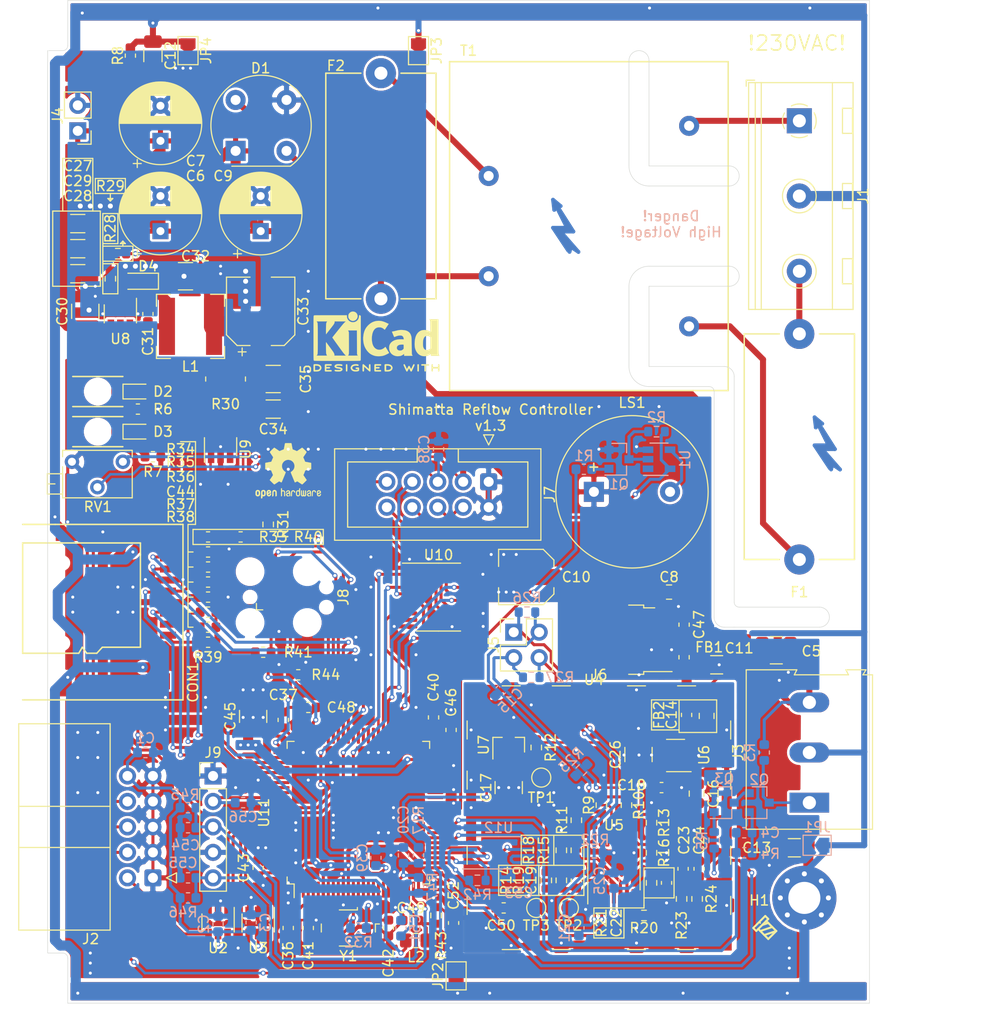
<source format=kicad_pcb>
(kicad_pcb (version 20171130) (host pcbnew 5.1.8)

  (general
    (thickness 1.6)
    (drawings 129)
    (tracks 1702)
    (zones 0)
    (modules 159)
    (nets 151)
  )

  (page A4)
  (layers
    (0 F.Cu signal)
    (31 B.Cu signal)
    (32 B.Adhes user)
    (33 F.Adhes user)
    (34 B.Paste user)
    (35 F.Paste user)
    (36 B.SilkS user)
    (37 F.SilkS user)
    (38 B.Mask user)
    (39 F.Mask user)
    (40 Dwgs.User user)
    (41 Cmts.User user)
    (42 Eco1.User user)
    (43 Eco2.User user)
    (44 Edge.Cuts user)
    (45 Margin user)
    (46 B.CrtYd user)
    (47 F.CrtYd user)
    (48 B.Fab user)
    (49 F.Fab user)
  )

  (setup
    (last_trace_width 0.25)
    (user_trace_width 0.3)
    (user_trace_width 0.4)
    (user_trace_width 0.6)
    (user_trace_width 1)
    (user_trace_width 2)
    (trace_clearance 0.2)
    (zone_clearance 0.25)
    (zone_45_only no)
    (trace_min 0.21)
    (via_size 0.5)
    (via_drill 0.3)
    (via_min_size 0.4)
    (via_min_drill 0.3)
    (user_via 0.9 0.5)
    (uvia_size 0.3)
    (uvia_drill 0.1)
    (uvias_allowed no)
    (uvia_min_size 0.2)
    (uvia_min_drill 0.1)
    (edge_width 0.05)
    (segment_width 0.2)
    (pcb_text_width 0.3)
    (pcb_text_size 1.5 1.5)
    (mod_edge_width 0.12)
    (mod_text_size 1 1)
    (mod_text_width 0.15)
    (pad_size 1 2.6)
    (pad_drill 0)
    (pad_to_mask_clearance 0.051)
    (solder_mask_min_width 0.25)
    (aux_axis_origin 13 13)
    (grid_origin 13 13)
    (visible_elements FFFFFF7F)
    (pcbplotparams
      (layerselection 0x010fc_ffffffff)
      (usegerberextensions true)
      (usegerberattributes false)
      (usegerberadvancedattributes false)
      (creategerberjobfile true)
      (excludeedgelayer true)
      (linewidth 0.100000)
      (plotframeref false)
      (viasonmask false)
      (mode 1)
      (useauxorigin false)
      (hpglpennumber 1)
      (hpglpenspeed 20)
      (hpglpendiameter 15.000000)
      (psnegative false)
      (psa4output false)
      (plotreference true)
      (plotvalue true)
      (plotinvisibletext false)
      (padsonsilk false)
      (subtractmaskfromsilk false)
      (outputformat 1)
      (mirror false)
      (drillshape 0)
      (scaleselection 1)
      (outputdirectory "gerber/"))
  )

  (net 0 "")
  (net 1 Earth)
  (net 2 GND)
  (net 3 +8V)
  (net 4 +3V3)
  (net 5 +5V)
  (net 6 /Controller/ENC1)
  (net 7 /Controller/ENC2)
  (net 8 /Controller/VREF)
  (net 9 /Controller/SW1)
  (net 10 /Frontend/FORCE+)
  (net 11 /Frontend/FORCE-)
  (net 12 /Frontend/SENS+)
  (net 13 /Frontend/SENS-)
  (net 14 /Controller/SDIO_D1)
  (net 15 /Controller/SDIO_D0)
  (net 16 /Controller/SDIO_CLK)
  (net 17 /Controller/SDIO_CMD)
  (net 18 /Controller/SDIO_D3)
  (net 19 /Controller/SDIO_D2)
  (net 20 /Controller/TEMP_IN)
  (net 21 /L_Trafo)
  (net 22 /L_IN)
  (net 23 /N_IN)
  (net 24 /DIGIO3)
  (net 25 /DIGIO2)
  (net 26 /DIGIO1)
  (net 27 /DIGIO0)
  (net 28 /Controller/SWDIO)
  (net 29 /Controller/SWCLK)
  (net 30 /Controller/PC_RX)
  (net 31 /Controller/PC_TX)
  (net 32 /Controller/~RST)
  (net 33 /Controller/LCD_VO)
  (net 34 /Controller/LCD_RS)
  (net 35 /Controller/LCD_EN)
  (net 36 /Controller/LCD_D3)
  (net 37 /Controller/LCD_D0)
  (net 38 /Controller/LCD_D2)
  (net 39 /Controller/LCD_D1)
  (net 40 /OUT0)
  (net 41 /OUT3)
  (net 42 /OUT2)
  (net 43 /OUT1)
  (net 44 /Controller/VDDA)
  (net 45 +5VL)
  (net 46 /Controller/CARD_DETECT)
  (net 47 +3.3VA)
  (net 48 /Frontend/VREF_OP)
  (net 49 /DIGIO0_PROT)
  (net 50 /DIGIO1_PROT)
  (net 51 /DIGIO2_PROT)
  (net 52 /DIGIO3_PROT)
  (net 53 "Net-(C4-Pad2)")
  (net 54 "Net-(C14-Pad1)")
  (net 55 "Net-(C19-Pad1)")
  (net 56 "Net-(C22-Pad2)")
  (net 57 "Net-(C22-Pad1)")
  (net 58 "Net-(C23-Pad1)")
  (net 59 "Net-(C31-Pad1)")
  (net 60 "Net-(C34-Pad1)")
  (net 61 "Net-(C42-Pad1)")
  (net 62 "Net-(D1-Pad4)")
  (net 63 "Net-(D1-Pad2)")
  (net 64 "Net-(D2-Pad1)")
  (net 65 "Net-(D3-Pad1)")
  (net 66 "Net-(F2-Pad2)")
  (net 67 "Net-(J3-Pad1)")
  (net 68 "Net-(J8-Pad5)")
  (net 69 "Net-(J8-Pad6)")
  (net 70 "Net-(J8-Pad8)")
  (net 71 "Net-(Q1-Pad1)")
  (net 72 "Net-(Q2-Pad2)")
  (net 73 "Net-(Q3-Pad1)")
  (net 74 /Controller/SSR_SAFETY_ENABLE)
  (net 75 "Net-(R10-Pad2)")
  (net 76 "Net-(R10-Pad1)")
  (net 77 /Controller/E_~CS)
  (net 78 "Net-(U9-Pad3)")
  (net 79 /Controller/E_SCK)
  (net 80 /Controller/E_MISO)
  (net 81 /Controller/E_MOSI)
  (net 82 "Net-(LS1-Pad2)")
  (net 83 "Net-(Q1-Pad3)")
  (net 84 "Net-(U11-Pad1)")
  (net 85 "/Digital Power Supply/DCDC_SW")
  (net 86 /Controller/EXT_WTCHDG_TOGGL)
  (net 87 "Net-(C41-Pad1)")
  (net 88 "Net-(C46-Pad1)")
  (net 89 "Net-(C48-Pad1)")
  (net 90 "Net-(C52-Pad2)")
  (net 91 "Net-(R11-Pad2)")
  (net 92 "Net-(R11-Pad1)")
  (net 93 "Net-(R13-Pad2)")
  (net 94 "Net-(R15-Pad1)")
  (net 95 "Net-(R20-Pad1)")
  (net 96 "Net-(R28-Pad1)")
  (net 97 "Net-(R31-Pad2)")
  (net 98 "Net-(U1-Pad1)")
  (net 99 "Net-(U6-Pad4)")
  (net 100 "Net-(U10-Pad17)")
  (net 101 "Net-(U10-Pad15)")
  (net 102 "Net-(U10-Pad9)")
  (net 103 "Net-(U10-Pad8)")
  (net 104 "Net-(U10-Pad7)")
  (net 105 "Net-(U10-Pad6)")
  (net 106 "Net-(U10-Pad4)")
  (net 107 "Net-(U10-Pad2)")
  (net 108 "Net-(U11-Pad2)")
  (net 109 "Net-(U11-Pad3)")
  (net 110 "Net-(U11-Pad4)")
  (net 111 "Net-(U11-Pad5)")
  (net 112 "Net-(U11-Pad7)")
  (net 113 "Net-(U11-Pad8)")
  (net 114 "Net-(U11-Pad9)")
  (net 115 "Net-(U11-Pad15)")
  (net 116 "Net-(U11-Pad16)")
  (net 117 "Net-(U11-Pad17)")
  (net 118 "Net-(U11-Pad18)")
  (net 119 "Net-(U11-Pad33)")
  (net 120 "Net-(U11-Pad34)")
  (net 121 "Net-(U11-Pad38)")
  (net 122 "Net-(U11-Pad40)")
  (net 123 "Net-(U11-Pad41)")
  (net 124 "Net-(U11-Pad42)")
  (net 125 "Net-(U11-Pad43)")
  (net 126 "Net-(U11-Pad44)")
  (net 127 "Net-(U11-Pad45)")
  (net 128 "Net-(U11-Pad46)")
  (net 129 "Net-(U11-Pad47)")
  (net 130 "Net-(U11-Pad48)")
  (net 131 "Net-(U11-Pad51)")
  (net 132 "Net-(U11-Pad52)")
  (net 133 "Net-(U11-Pad53)")
  (net 134 "Net-(U11-Pad54)")
  (net 135 "Net-(U11-Pad60)")
  (net 136 "Net-(U11-Pad61)")
  (net 137 "Net-(U11-Pad62)")
  (net 138 "Net-(U11-Pad63)")
  (net 139 "Net-(U11-Pad64)")
  (net 140 "Net-(U11-Pad70)")
  (net 141 "Net-(U11-Pad71)")
  (net 142 "Net-(U11-Pad77)")
  (net 143 "Net-(U11-Pad81)")
  (net 144 "Net-(U11-Pad82)")
  (net 145 "Net-(U11-Pad84)")
  (net 146 "Net-(U11-Pad86)")
  (net 147 "Net-(U11-Pad95)")
  (net 148 "Net-(U11-Pad96)")
  (net 149 "Net-(U11-Pad97)")
  (net 150 "Net-(U11-Pad98)")

  (net_class Default "This is the default net class."
    (clearance 0.2)
    (trace_width 0.25)
    (via_dia 0.5)
    (via_drill 0.3)
    (uvia_dia 0.3)
    (uvia_drill 0.1)
    (diff_pair_width 0.3)
    (diff_pair_gap 0.25)
    (add_net +3.3VA)
    (add_net +3V3)
    (add_net +5V)
    (add_net +5VL)
    (add_net +8V)
    (add_net /Controller/CARD_DETECT)
    (add_net /Controller/ENC1)
    (add_net /Controller/ENC2)
    (add_net /Controller/EXT_WTCHDG_TOGGL)
    (add_net /Controller/E_MISO)
    (add_net /Controller/E_MOSI)
    (add_net /Controller/E_SCK)
    (add_net /Controller/E_~CS)
    (add_net /Controller/LCD_D0)
    (add_net /Controller/LCD_D1)
    (add_net /Controller/LCD_D2)
    (add_net /Controller/LCD_D3)
    (add_net /Controller/LCD_EN)
    (add_net /Controller/LCD_RS)
    (add_net /Controller/LCD_VO)
    (add_net /Controller/PC_RX)
    (add_net /Controller/PC_TX)
    (add_net /Controller/SDIO_CLK)
    (add_net /Controller/SDIO_CMD)
    (add_net /Controller/SDIO_D0)
    (add_net /Controller/SDIO_D1)
    (add_net /Controller/SDIO_D2)
    (add_net /Controller/SDIO_D3)
    (add_net /Controller/SSR_SAFETY_ENABLE)
    (add_net /Controller/SW1)
    (add_net /Controller/SWCLK)
    (add_net /Controller/SWDIO)
    (add_net /Controller/TEMP_IN)
    (add_net /Controller/VDDA)
    (add_net /Controller/VREF)
    (add_net /Controller/~RST)
    (add_net /DIGIO0)
    (add_net /DIGIO0_PROT)
    (add_net /DIGIO1)
    (add_net /DIGIO1_PROT)
    (add_net /DIGIO2)
    (add_net /DIGIO2_PROT)
    (add_net /DIGIO3)
    (add_net /DIGIO3_PROT)
    (add_net "/Digital Power Supply/DCDC_SW")
    (add_net /Frontend/FORCE+)
    (add_net /Frontend/FORCE-)
    (add_net /Frontend/SENS+)
    (add_net /Frontend/SENS-)
    (add_net /Frontend/VREF_OP)
    (add_net /OUT0)
    (add_net /OUT1)
    (add_net /OUT2)
    (add_net /OUT3)
    (add_net Earth)
    (add_net GND)
    (add_net "Net-(C14-Pad1)")
    (add_net "Net-(C19-Pad1)")
    (add_net "Net-(C22-Pad1)")
    (add_net "Net-(C22-Pad2)")
    (add_net "Net-(C23-Pad1)")
    (add_net "Net-(C31-Pad1)")
    (add_net "Net-(C34-Pad1)")
    (add_net "Net-(C4-Pad2)")
    (add_net "Net-(C41-Pad1)")
    (add_net "Net-(C42-Pad1)")
    (add_net "Net-(C46-Pad1)")
    (add_net "Net-(C48-Pad1)")
    (add_net "Net-(C52-Pad2)")
    (add_net "Net-(D1-Pad2)")
    (add_net "Net-(D1-Pad4)")
    (add_net "Net-(D2-Pad1)")
    (add_net "Net-(D3-Pad1)")
    (add_net "Net-(F2-Pad2)")
    (add_net "Net-(J3-Pad1)")
    (add_net "Net-(J8-Pad5)")
    (add_net "Net-(J8-Pad6)")
    (add_net "Net-(J8-Pad8)")
    (add_net "Net-(LS1-Pad2)")
    (add_net "Net-(Q1-Pad1)")
    (add_net "Net-(Q1-Pad3)")
    (add_net "Net-(Q2-Pad2)")
    (add_net "Net-(Q3-Pad1)")
    (add_net "Net-(R10-Pad1)")
    (add_net "Net-(R10-Pad2)")
    (add_net "Net-(R11-Pad1)")
    (add_net "Net-(R11-Pad2)")
    (add_net "Net-(R13-Pad2)")
    (add_net "Net-(R15-Pad1)")
    (add_net "Net-(R20-Pad1)")
    (add_net "Net-(R28-Pad1)")
    (add_net "Net-(R31-Pad2)")
    (add_net "Net-(U1-Pad1)")
    (add_net "Net-(U10-Pad15)")
    (add_net "Net-(U10-Pad17)")
    (add_net "Net-(U10-Pad2)")
    (add_net "Net-(U10-Pad4)")
    (add_net "Net-(U10-Pad6)")
    (add_net "Net-(U10-Pad7)")
    (add_net "Net-(U10-Pad8)")
    (add_net "Net-(U10-Pad9)")
    (add_net "Net-(U11-Pad1)")
    (add_net "Net-(U11-Pad15)")
    (add_net "Net-(U11-Pad16)")
    (add_net "Net-(U11-Pad17)")
    (add_net "Net-(U11-Pad18)")
    (add_net "Net-(U11-Pad2)")
    (add_net "Net-(U11-Pad3)")
    (add_net "Net-(U11-Pad33)")
    (add_net "Net-(U11-Pad34)")
    (add_net "Net-(U11-Pad38)")
    (add_net "Net-(U11-Pad4)")
    (add_net "Net-(U11-Pad40)")
    (add_net "Net-(U11-Pad41)")
    (add_net "Net-(U11-Pad42)")
    (add_net "Net-(U11-Pad43)")
    (add_net "Net-(U11-Pad44)")
    (add_net "Net-(U11-Pad45)")
    (add_net "Net-(U11-Pad46)")
    (add_net "Net-(U11-Pad47)")
    (add_net "Net-(U11-Pad48)")
    (add_net "Net-(U11-Pad5)")
    (add_net "Net-(U11-Pad51)")
    (add_net "Net-(U11-Pad52)")
    (add_net "Net-(U11-Pad53)")
    (add_net "Net-(U11-Pad54)")
    (add_net "Net-(U11-Pad60)")
    (add_net "Net-(U11-Pad61)")
    (add_net "Net-(U11-Pad62)")
    (add_net "Net-(U11-Pad63)")
    (add_net "Net-(U11-Pad64)")
    (add_net "Net-(U11-Pad7)")
    (add_net "Net-(U11-Pad70)")
    (add_net "Net-(U11-Pad71)")
    (add_net "Net-(U11-Pad77)")
    (add_net "Net-(U11-Pad8)")
    (add_net "Net-(U11-Pad81)")
    (add_net "Net-(U11-Pad82)")
    (add_net "Net-(U11-Pad84)")
    (add_net "Net-(U11-Pad86)")
    (add_net "Net-(U11-Pad9)")
    (add_net "Net-(U11-Pad95)")
    (add_net "Net-(U11-Pad96)")
    (add_net "Net-(U11-Pad97)")
    (add_net "Net-(U11-Pad98)")
    (add_net "Net-(U6-Pad4)")
    (add_net "Net-(U9-Pad3)")
  )

  (net_class HV ""
    (clearance 2.55)
    (trace_width 1)
    (via_dia 0.5)
    (via_drill 0.3)
    (uvia_dia 0.3)
    (uvia_drill 0.1)
    (diff_pair_width 0.21)
    (diff_pair_gap 0.25)
    (add_net /L_IN)
    (add_net /L_Trafo)
    (add_net /N_IN)
  )

  (module Symbol:Symbol_Highvoltage_Type1_CopperTop_Small (layer B.Cu) (tedit 0) (tstamp 5FC3BEE6)
    (at 92.9 56.6)
    (descr "Symbol, Highvoltage, Type 1, Copper Top, Small,")
    (tags "Symbol, Highvoltage, Type 1, Copper Top, Small,")
    (attr virtual)
    (fp_text reference REF** (at 1.016 5.207) (layer B.SilkS) hide
      (effects (font (size 1 1) (thickness 0.15)) (justify mirror))
    )
    (fp_text value Symbol_Highvoltage_Type1_CopperTop_Small (at 0.508 -4.191) (layer B.Fab)
      (effects (font (size 1 1) (thickness 0.15)) (justify mirror))
    )
    (fp_line (start 1.397 2.794) (end 0 0.889) (layer B.Cu) (width 0.381))
    (fp_line (start 0 0.889) (end 1.27 0.889) (layer B.Cu) (width 0.381))
    (fp_line (start -0.254 -1.016) (end -0.381 -2.032) (layer B.Cu) (width 0.381))
    (fp_line (start -0.381 -2.032) (end 0.381 -1.397) (layer B.Cu) (width 0.381))
    (fp_line (start 0.381 -1.397) (end -0.127 -1.651) (layer B.Cu) (width 0.381))
    (fp_line (start -0.127 -1.651) (end 1.651 1.143) (layer B.Cu) (width 0.381))
    (fp_line (start 1.651 1.143) (end 0.381 1.143) (layer B.Cu) (width 0.381))
    (fp_line (start 0.381 1.143) (end 2.159 3.175) (layer B.Cu) (width 0.381))
    (fp_line (start 2.159 3.175) (end 1.397 2.667) (layer B.Cu) (width 0.381))
    (fp_line (start 1.397 2.667) (end 1.27 3.175) (layer B.Cu) (width 0.381))
    (fp_line (start 1.143 3.048) (end -0.381 0.762) (layer B.Cu) (width 0.381))
    (fp_line (start -0.381 0.762) (end 1.016 0.762) (layer B.Cu) (width 0.381))
    (fp_line (start 1.016 0.762) (end -0.127 -1.524) (layer B.Cu) (width 0.381))
    (fp_line (start -0.127 -1.524) (end -0.254 -1.016) (layer B.Cu) (width 0.381))
  )

  (module Symbol:Symbol_Highvoltage_Type1_CopperTop_Small (layer B.Cu) (tedit 0) (tstamp 5FC3BE9C)
    (at 66.8 34.9)
    (descr "Symbol, Highvoltage, Type 1, Copper Top, Small,")
    (tags "Symbol, Highvoltage, Type 1, Copper Top, Small,")
    (attr virtual)
    (fp_text reference "" (at 1.016 5.207) (layer B.SilkS) hide
      (effects (font (size 1 1) (thickness 0.15)) (justify mirror))
    )
    (fp_text value Symbol_Highvoltage_Type1_CopperTop_Small (at 0.508 -4.191) (layer B.Fab)
      (effects (font (size 1 1) (thickness 0.15)) (justify mirror))
    )
    (fp_line (start -0.127 -1.524) (end -0.254 -1.016) (layer B.Cu) (width 0.381))
    (fp_line (start 1.016 0.762) (end -0.127 -1.524) (layer B.Cu) (width 0.381))
    (fp_line (start -0.381 0.762) (end 1.016 0.762) (layer B.Cu) (width 0.381))
    (fp_line (start 1.143 3.048) (end -0.381 0.762) (layer B.Cu) (width 0.381))
    (fp_line (start 1.397 2.667) (end 1.27 3.175) (layer B.Cu) (width 0.381))
    (fp_line (start 2.159 3.175) (end 1.397 2.667) (layer B.Cu) (width 0.381))
    (fp_line (start 0.381 1.143) (end 2.159 3.175) (layer B.Cu) (width 0.381))
    (fp_line (start 1.651 1.143) (end 0.381 1.143) (layer B.Cu) (width 0.381))
    (fp_line (start -0.127 -1.651) (end 1.651 1.143) (layer B.Cu) (width 0.381))
    (fp_line (start 0.381 -1.397) (end -0.127 -1.651) (layer B.Cu) (width 0.381))
    (fp_line (start -0.381 -2.032) (end 0.381 -1.397) (layer B.Cu) (width 0.381))
    (fp_line (start -0.254 -1.016) (end -0.381 -2.032) (layer B.Cu) (width 0.381))
    (fp_line (start 0 0.889) (end 1.27 0.889) (layer B.Cu) (width 0.381))
    (fp_line (start 1.397 2.794) (end 0 0.889) (layer B.Cu) (width 0.381))
  )

  (module Symbol:OSHW-Logo2_7.3x6mm_SilkScreen (layer F.Cu) (tedit 0) (tstamp 5FC39B13)
    (at 40 59.9)
    (descr "Open Source Hardware Symbol")
    (tags "Logo Symbol OSHW")
    (attr virtual)
    (fp_text reference REF** (at 0 0) (layer F.SilkS) hide
      (effects (font (size 1 1) (thickness 0.15)))
    )
    (fp_text value OSHW-Logo2_7.3x6mm_SilkScreen (at 0.75 0) (layer F.Fab) hide
      (effects (font (size 1 1) (thickness 0.15)))
    )
    (fp_poly (pts (xy 0.10391 -2.757652) (xy 0.182454 -2.757222) (xy 0.239298 -2.756058) (xy 0.278105 -2.753793)
      (xy 0.302538 -2.75006) (xy 0.316262 -2.744494) (xy 0.32294 -2.736727) (xy 0.326236 -2.726395)
      (xy 0.326556 -2.725057) (xy 0.331562 -2.700921) (xy 0.340829 -2.653299) (xy 0.353392 -2.587259)
      (xy 0.368287 -2.507872) (xy 0.384551 -2.420204) (xy 0.385119 -2.417125) (xy 0.40141 -2.331211)
      (xy 0.416652 -2.255304) (xy 0.429861 -2.193955) (xy 0.440054 -2.151718) (xy 0.446248 -2.133145)
      (xy 0.446543 -2.132816) (xy 0.464788 -2.123747) (xy 0.502405 -2.108633) (xy 0.551271 -2.090738)
      (xy 0.551543 -2.090642) (xy 0.613093 -2.067507) (xy 0.685657 -2.038035) (xy 0.754057 -2.008403)
      (xy 0.757294 -2.006938) (xy 0.868702 -1.956374) (xy 1.115399 -2.12484) (xy 1.191077 -2.176197)
      (xy 1.259631 -2.222111) (xy 1.317088 -2.25997) (xy 1.359476 -2.287163) (xy 1.382825 -2.301079)
      (xy 1.385042 -2.302111) (xy 1.40201 -2.297516) (xy 1.433701 -2.275345) (xy 1.481352 -2.234553)
      (xy 1.546198 -2.174095) (xy 1.612397 -2.109773) (xy 1.676214 -2.046388) (xy 1.733329 -1.988549)
      (xy 1.780305 -1.939825) (xy 1.813703 -1.90379) (xy 1.830085 -1.884016) (xy 1.830694 -1.882998)
      (xy 1.832505 -1.869428) (xy 1.825683 -1.847267) (xy 1.80854 -1.813522) (xy 1.779393 -1.7652)
      (xy 1.736555 -1.699308) (xy 1.679448 -1.614483) (xy 1.628766 -1.539823) (xy 1.583461 -1.47286)
      (xy 1.54615 -1.417484) (xy 1.519452 -1.37758) (xy 1.505985 -1.357038) (xy 1.505137 -1.355644)
      (xy 1.506781 -1.335962) (xy 1.519245 -1.297707) (xy 1.540048 -1.248111) (xy 1.547462 -1.232272)
      (xy 1.579814 -1.16171) (xy 1.614328 -1.081647) (xy 1.642365 -1.012371) (xy 1.662568 -0.960955)
      (xy 1.678615 -0.921881) (xy 1.687888 -0.901459) (xy 1.689041 -0.899886) (xy 1.706096 -0.897279)
      (xy 1.746298 -0.890137) (xy 1.804302 -0.879477) (xy 1.874763 -0.866315) (xy 1.952335 -0.851667)
      (xy 2.031672 -0.836551) (xy 2.107431 -0.821982) (xy 2.174264 -0.808978) (xy 2.226828 -0.798555)
      (xy 2.259776 -0.79173) (xy 2.267857 -0.789801) (xy 2.276205 -0.785038) (xy 2.282506 -0.774282)
      (xy 2.287045 -0.753902) (xy 2.290104 -0.720266) (xy 2.291967 -0.669745) (xy 2.292918 -0.598708)
      (xy 2.29324 -0.503524) (xy 2.293257 -0.464508) (xy 2.293257 -0.147201) (xy 2.217057 -0.132161)
      (xy 2.174663 -0.124005) (xy 2.1114 -0.112101) (xy 2.034962 -0.097884) (xy 1.953043 -0.08279)
      (xy 1.9304 -0.078645) (xy 1.854806 -0.063947) (xy 1.788953 -0.049495) (xy 1.738366 -0.036625)
      (xy 1.708574 -0.026678) (xy 1.703612 -0.023713) (xy 1.691426 -0.002717) (xy 1.673953 0.037967)
      (xy 1.654577 0.090322) (xy 1.650734 0.1016) (xy 1.625339 0.171523) (xy 1.593817 0.250418)
      (xy 1.562969 0.321266) (xy 1.562817 0.321595) (xy 1.511447 0.432733) (xy 1.680399 0.681253)
      (xy 1.849352 0.929772) (xy 1.632429 1.147058) (xy 1.566819 1.211726) (xy 1.506979 1.268733)
      (xy 1.456267 1.315033) (xy 1.418046 1.347584) (xy 1.395675 1.363343) (xy 1.392466 1.364343)
      (xy 1.373626 1.356469) (xy 1.33518 1.334578) (xy 1.28133 1.301267) (xy 1.216276 1.259131)
      (xy 1.14594 1.211943) (xy 1.074555 1.16381) (xy 1.010908 1.121928) (xy 0.959041 1.088871)
      (xy 0.922995 1.067218) (xy 0.906867 1.059543) (xy 0.887189 1.066037) (xy 0.849875 1.08315)
      (xy 0.802621 1.107326) (xy 0.797612 1.110013) (xy 0.733977 1.141927) (xy 0.690341 1.157579)
      (xy 0.663202 1.157745) (xy 0.649057 1.143204) (xy 0.648975 1.143) (xy 0.641905 1.125779)
      (xy 0.625042 1.084899) (xy 0.599695 1.023525) (xy 0.567171 0.944819) (xy 0.528778 0.851947)
      (xy 0.485822 0.748072) (xy 0.444222 0.647502) (xy 0.398504 0.536516) (xy 0.356526 0.433703)
      (xy 0.319548 0.342215) (xy 0.288827 0.265201) (xy 0.265622 0.205815) (xy 0.25119 0.167209)
      (xy 0.246743 0.1528) (xy 0.257896 0.136272) (xy 0.287069 0.10993) (xy 0.325971 0.080887)
      (xy 0.436757 -0.010961) (xy 0.523351 -0.116241) (xy 0.584716 -0.232734) (xy 0.619815 -0.358224)
      (xy 0.627608 -0.490493) (xy 0.621943 -0.551543) (xy 0.591078 -0.678205) (xy 0.53792 -0.790059)
      (xy 0.465767 -0.885999) (xy 0.377917 -0.964924) (xy 0.277665 -1.02573) (xy 0.16831 -1.067313)
      (xy 0.053147 -1.088572) (xy -0.064525 -1.088401) (xy -0.18141 -1.065699) (xy -0.294211 -1.019362)
      (xy -0.399631 -0.948287) (xy -0.443632 -0.908089) (xy -0.528021 -0.804871) (xy -0.586778 -0.692075)
      (xy -0.620296 -0.57299) (xy -0.628965 -0.450905) (xy -0.613177 -0.329107) (xy -0.573322 -0.210884)
      (xy -0.509793 -0.099525) (xy -0.422979 0.001684) (xy -0.325971 0.080887) (xy -0.285563 0.111162)
      (xy -0.257018 0.137219) (xy -0.246743 0.152825) (xy -0.252123 0.169843) (xy -0.267425 0.2105)
      (xy -0.291388 0.271642) (xy -0.322756 0.350119) (xy -0.360268 0.44278) (xy -0.402667 0.546472)
      (xy -0.444337 0.647526) (xy -0.49031 0.758607) (xy -0.532893 0.861541) (xy -0.570779 0.953165)
      (xy -0.60266 1.030316) (xy -0.627229 1.089831) (xy -0.64318 1.128544) (xy -0.64909 1.143)
      (xy -0.663052 1.157685) (xy -0.69006 1.157642) (xy -0.733587 1.142099) (xy -0.79711 1.110284)
      (xy -0.797612 1.110013) (xy -0.84544 1.085323) (xy -0.884103 1.067338) (xy -0.905905 1.059614)
      (xy -0.906867 1.059543) (xy -0.923279 1.067378) (xy -0.959513 1.089165) (xy -1.011526 1.122328)
      (xy -1.075275 1.164291) (xy -1.14594 1.211943) (xy -1.217884 1.260191) (xy -1.282726 1.302151)
      (xy -1.336265 1.335227) (xy -1.374303 1.356821) (xy -1.392467 1.364343) (xy -1.409192 1.354457)
      (xy -1.44282 1.326826) (xy -1.48999 1.284495) (xy -1.547342 1.230505) (xy -1.611516 1.167899)
      (xy -1.632503 1.146983) (xy -1.849501 0.929623) (xy -1.684332 0.68722) (xy -1.634136 0.612781)
      (xy -1.590081 0.545972) (xy -1.554638 0.490665) (xy -1.530281 0.450729) (xy -1.519478 0.430036)
      (xy -1.519162 0.428563) (xy -1.524857 0.409058) (xy -1.540174 0.369822) (xy -1.562463 0.31743)
      (xy -1.578107 0.282355) (xy -1.607359 0.215201) (xy -1.634906 0.147358) (xy -1.656263 0.090034)
      (xy -1.662065 0.072572) (xy -1.678548 0.025938) (xy -1.69466 -0.010095) (xy -1.70351 -0.023713)
      (xy -1.72304 -0.032048) (xy -1.765666 -0.043863) (xy -1.825855 -0.057819) (xy -1.898078 -0.072578)
      (xy -1.9304 -0.078645) (xy -2.012478 -0.093727) (xy -2.091205 -0.108331) (xy -2.158891 -0.12102)
      (xy -2.20784 -0.130358) (xy -2.217057 -0.132161) (xy -2.293257 -0.147201) (xy -2.293257 -0.464508)
      (xy -2.293086 -0.568846) (xy -2.292384 -0.647787) (xy -2.290866 -0.704962) (xy -2.288251 -0.744001)
      (xy -2.284254 -0.768535) (xy -2.278591 -0.782195) (xy -2.27098 -0.788611) (xy -2.267857 -0.789801)
      (xy -2.249022 -0.79402) (xy -2.207412 -0.802438) (xy -2.14837 -0.814039) (xy -2.077243 -0.827805)
      (xy -1.999375 -0.84272) (xy -1.920113 -0.857768) (xy -1.844802 -0.871931) (xy -1.778787 -0.884194)
      (xy -1.727413 -0.893539) (xy -1.696025 -0.89895) (xy -1.689041 -0.899886) (xy -1.682715 -0.912404)
      (xy -1.66871 -0.945754) (xy -1.649645 -0.993623) (xy -1.642366 -1.012371) (xy -1.613004 -1.084805)
      (xy -1.578429 -1.16483) (xy -1.547463 -1.232272) (xy -1.524677 -1.283841) (xy -1.509518 -1.326215)
      (xy -1.504458 -1.352166) (xy -1.505264 -1.355644) (xy -1.515959 -1.372064) (xy -1.54038 -1.408583)
      (xy -1.575905 -1.461313) (xy -1.619913 -1.526365) (xy -1.669783 -1.599849) (xy -1.679644 -1.614355)
      (xy -1.737508 -1.700296) (xy -1.780044 -1.765739) (xy -1.808946 -1.813696) (xy -1.82591 -1.84718)
      (xy -1.832633 -1.869205) (xy -1.83081 -1.882783) (xy -1.830764 -1.882869) (xy -1.816414 -1.900703)
      (xy -1.784677 -1.935183) (xy -1.73899 -1.982732) (xy -1.682796 -2.039778) (xy -1.619532 -2.102745)
      (xy -1.612398 -2.109773) (xy -1.53267 -2.18698) (xy -1.471143 -2.24367) (xy -1.426579 -2.28089)
      (xy -1.397743 -2.299685) (xy -1.385042 -2.302111) (xy -1.366506 -2.291529) (xy -1.328039 -2.267084)
      (xy -1.273614 -2.231388) (xy -1.207202 -2.187053) (xy -1.132775 -2.136689) (xy -1.115399 -2.12484)
      (xy -0.868703 -1.956374) (xy -0.757294 -2.006938) (xy -0.689543 -2.036405) (xy -0.616817 -2.066041)
      (xy -0.554297 -2.08967) (xy -0.551543 -2.090642) (xy -0.50264 -2.108543) (xy -0.464943 -2.12368)
      (xy -0.446575 -2.13279) (xy -0.446544 -2.132816) (xy -0.440715 -2.149283) (xy -0.430808 -2.189781)
      (xy -0.417805 -2.249758) (xy -0.402691 -2.32466) (xy -0.386448 -2.409936) (xy -0.385119 -2.417125)
      (xy -0.368825 -2.504986) (xy -0.353867 -2.58474) (xy -0.341209 -2.651319) (xy -0.331814 -2.699653)
      (xy -0.326646 -2.724675) (xy -0.326556 -2.725057) (xy -0.323411 -2.735701) (xy -0.317296 -2.743738)
      (xy -0.304547 -2.749533) (xy -0.2815 -2.753453) (xy -0.244491 -2.755865) (xy -0.189856 -2.757135)
      (xy -0.113933 -2.757629) (xy -0.013056 -2.757714) (xy 0 -2.757714) (xy 0.10391 -2.757652)) (layer F.SilkS) (width 0.01))
    (fp_poly (pts (xy 3.153595 1.966966) (xy 3.211021 2.004497) (xy 3.238719 2.038096) (xy 3.260662 2.099064)
      (xy 3.262405 2.147308) (xy 3.258457 2.211816) (xy 3.109686 2.276934) (xy 3.037349 2.310202)
      (xy 2.990084 2.336964) (xy 2.965507 2.360144) (xy 2.961237 2.382667) (xy 2.974889 2.407455)
      (xy 2.989943 2.423886) (xy 3.033746 2.450235) (xy 3.081389 2.452081) (xy 3.125145 2.431546)
      (xy 3.157289 2.390752) (xy 3.163038 2.376347) (xy 3.190576 2.331356) (xy 3.222258 2.312182)
      (xy 3.265714 2.295779) (xy 3.265714 2.357966) (xy 3.261872 2.400283) (xy 3.246823 2.435969)
      (xy 3.21528 2.476943) (xy 3.210592 2.482267) (xy 3.175506 2.51872) (xy 3.145347 2.538283)
      (xy 3.107615 2.547283) (xy 3.076335 2.55023) (xy 3.020385 2.550965) (xy 2.980555 2.54166)
      (xy 2.955708 2.527846) (xy 2.916656 2.497467) (xy 2.889625 2.464613) (xy 2.872517 2.423294)
      (xy 2.863238 2.367521) (xy 2.859693 2.291305) (xy 2.85941 2.252622) (xy 2.860372 2.206247)
      (xy 2.948007 2.206247) (xy 2.949023 2.231126) (xy 2.951556 2.2352) (xy 2.968274 2.229665)
      (xy 3.004249 2.215017) (xy 3.052331 2.19419) (xy 3.062386 2.189714) (xy 3.123152 2.158814)
      (xy 3.156632 2.131657) (xy 3.16399 2.10622) (xy 3.146391 2.080481) (xy 3.131856 2.069109)
      (xy 3.07941 2.046364) (xy 3.030322 2.050122) (xy 2.989227 2.077884) (xy 2.960758 2.127152)
      (xy 2.951631 2.166257) (xy 2.948007 2.206247) (xy 2.860372 2.206247) (xy 2.861285 2.162249)
      (xy 2.868196 2.095384) (xy 2.881884 2.046695) (xy 2.904096 2.010849) (xy 2.936574 1.982513)
      (xy 2.950733 1.973355) (xy 3.015053 1.949507) (xy 3.085473 1.948006) (xy 3.153595 1.966966)) (layer F.SilkS) (width 0.01))
    (fp_poly (pts (xy 2.6526 1.958752) (xy 2.669948 1.966334) (xy 2.711356 1.999128) (xy 2.746765 2.046547)
      (xy 2.768664 2.097151) (xy 2.772229 2.122098) (xy 2.760279 2.156927) (xy 2.734067 2.175357)
      (xy 2.705964 2.186516) (xy 2.693095 2.188572) (xy 2.686829 2.173649) (xy 2.674456 2.141175)
      (xy 2.669028 2.126502) (xy 2.63859 2.075744) (xy 2.59452 2.050427) (xy 2.53801 2.051206)
      (xy 2.533825 2.052203) (xy 2.503655 2.066507) (xy 2.481476 2.094393) (xy 2.466327 2.139287)
      (xy 2.45725 2.204615) (xy 2.453286 2.293804) (xy 2.452914 2.341261) (xy 2.45273 2.416071)
      (xy 2.451522 2.467069) (xy 2.448309 2.499471) (xy 2.442109 2.518495) (xy 2.43194 2.529356)
      (xy 2.416819 2.537272) (xy 2.415946 2.53767) (xy 2.386828 2.549981) (xy 2.372403 2.554514)
      (xy 2.370186 2.540809) (xy 2.368289 2.502925) (xy 2.366847 2.445715) (xy 2.365998 2.374027)
      (xy 2.365829 2.321565) (xy 2.366692 2.220047) (xy 2.37007 2.143032) (xy 2.377142 2.086023)
      (xy 2.389088 2.044526) (xy 2.40709 2.014043) (xy 2.432327 1.99008) (xy 2.457247 1.973355)
      (xy 2.517171 1.951097) (xy 2.586911 1.946076) (xy 2.6526 1.958752)) (layer F.SilkS) (width 0.01))
    (fp_poly (pts (xy 2.144876 1.956335) (xy 2.186667 1.975344) (xy 2.219469 1.998378) (xy 2.243503 2.024133)
      (xy 2.260097 2.057358) (xy 2.270577 2.1028) (xy 2.276271 2.165207) (xy 2.278507 2.249327)
      (xy 2.278743 2.304721) (xy 2.278743 2.520826) (xy 2.241774 2.53767) (xy 2.212656 2.549981)
      (xy 2.198231 2.554514) (xy 2.195472 2.541025) (xy 2.193282 2.504653) (xy 2.191942 2.451542)
      (xy 2.191657 2.409372) (xy 2.190434 2.348447) (xy 2.187136 2.300115) (xy 2.182321 2.270518)
      (xy 2.178496 2.264229) (xy 2.152783 2.270652) (xy 2.112418 2.287125) (xy 2.065679 2.309458)
      (xy 2.020845 2.333457) (xy 1.986193 2.35493) (xy 1.970002 2.369685) (xy 1.969938 2.369845)
      (xy 1.97133 2.397152) (xy 1.983818 2.423219) (xy 2.005743 2.444392) (xy 2.037743 2.451474)
      (xy 2.065092 2.450649) (xy 2.103826 2.450042) (xy 2.124158 2.459116) (xy 2.136369 2.483092)
      (xy 2.137909 2.487613) (xy 2.143203 2.521806) (xy 2.129047 2.542568) (xy 2.092148 2.552462)
      (xy 2.052289 2.554292) (xy 1.980562 2.540727) (xy 1.943432 2.521355) (xy 1.897576 2.475845)
      (xy 1.873256 2.419983) (xy 1.871073 2.360957) (xy 1.891629 2.305953) (xy 1.922549 2.271486)
      (xy 1.95342 2.252189) (xy 2.001942 2.227759) (xy 2.058485 2.202985) (xy 2.06791 2.199199)
      (xy 2.130019 2.171791) (xy 2.165822 2.147634) (xy 2.177337 2.123619) (xy 2.16658 2.096635)
      (xy 2.148114 2.075543) (xy 2.104469 2.049572) (xy 2.056446 2.047624) (xy 2.012406 2.067637)
      (xy 1.980709 2.107551) (xy 1.976549 2.117848) (xy 1.952327 2.155724) (xy 1.916965 2.183842)
      (xy 1.872343 2.206917) (xy 1.872343 2.141485) (xy 1.874969 2.101506) (xy 1.88623 2.069997)
      (xy 1.911199 2.036378) (xy 1.935169 2.010484) (xy 1.972441 1.973817) (xy 2.001401 1.954121)
      (xy 2.032505 1.94622) (xy 2.067713 1.944914) (xy 2.144876 1.956335)) (layer F.SilkS) (width 0.01))
    (fp_poly (pts (xy 1.779833 1.958663) (xy 1.782048 1.99685) (xy 1.783784 2.054886) (xy 1.784899 2.12818)
      (xy 1.785257 2.205055) (xy 1.785257 2.465196) (xy 1.739326 2.511127) (xy 1.707675 2.539429)
      (xy 1.67989 2.550893) (xy 1.641915 2.550168) (xy 1.62684 2.548321) (xy 1.579726 2.542948)
      (xy 1.540756 2.539869) (xy 1.531257 2.539585) (xy 1.499233 2.541445) (xy 1.453432 2.546114)
      (xy 1.435674 2.548321) (xy 1.392057 2.551735) (xy 1.362745 2.54432) (xy 1.33368 2.521427)
      (xy 1.323188 2.511127) (xy 1.277257 2.465196) (xy 1.277257 1.978602) (xy 1.314226 1.961758)
      (xy 1.346059 1.949282) (xy 1.364683 1.944914) (xy 1.369458 1.958718) (xy 1.373921 1.997286)
      (xy 1.377775 2.056356) (xy 1.380722 2.131663) (xy 1.382143 2.195286) (xy 1.386114 2.445657)
      (xy 1.420759 2.450556) (xy 1.452268 2.447131) (xy 1.467708 2.436041) (xy 1.472023 2.415308)
      (xy 1.475708 2.371145) (xy 1.478469 2.309146) (xy 1.480012 2.234909) (xy 1.480235 2.196706)
      (xy 1.480457 1.976783) (xy 1.526166 1.960849) (xy 1.558518 1.950015) (xy 1.576115 1.944962)
      (xy 1.576623 1.944914) (xy 1.578388 1.958648) (xy 1.580329 1.99673) (xy 1.582282 2.054482)
      (xy 1.584084 2.127227) (xy 1.585343 2.195286) (xy 1.589314 2.445657) (xy 1.6764 2.445657)
      (xy 1.680396 2.21724) (xy 1.684392 1.988822) (xy 1.726847 1.966868) (xy 1.758192 1.951793)
      (xy 1.776744 1.944951) (xy 1.777279 1.944914) (xy 1.779833 1.958663)) (layer F.SilkS) (width 0.01))
    (fp_poly (pts (xy 1.190117 2.065358) (xy 1.189933 2.173837) (xy 1.189219 2.257287) (xy 1.187675 2.319704)
      (xy 1.185001 2.365085) (xy 1.180894 2.397429) (xy 1.175055 2.420733) (xy 1.167182 2.438995)
      (xy 1.161221 2.449418) (xy 1.111855 2.505945) (xy 1.049264 2.541377) (xy 0.980013 2.55409)
      (xy 0.910668 2.542463) (xy 0.869375 2.521568) (xy 0.826025 2.485422) (xy 0.796481 2.441276)
      (xy 0.778655 2.383462) (xy 0.770463 2.306313) (xy 0.769302 2.249714) (xy 0.769458 2.245647)
      (xy 0.870857 2.245647) (xy 0.871476 2.31055) (xy 0.874314 2.353514) (xy 0.88084 2.381622)
      (xy 0.892523 2.401953) (xy 0.906483 2.417288) (xy 0.953365 2.44689) (xy 1.003701 2.449419)
      (xy 1.051276 2.424705) (xy 1.054979 2.421356) (xy 1.070783 2.403935) (xy 1.080693 2.383209)
      (xy 1.086058 2.352362) (xy 1.088228 2.304577) (xy 1.088571 2.251748) (xy 1.087827 2.185381)
      (xy 1.084748 2.141106) (xy 1.078061 2.112009) (xy 1.066496 2.091173) (xy 1.057013 2.080107)
      (xy 1.01296 2.052198) (xy 0.962224 2.048843) (xy 0.913796 2.070159) (xy 0.90445 2.078073)
      (xy 0.88854 2.095647) (xy 0.87861 2.116587) (xy 0.873278 2.147782) (xy 0.871163 2.196122)
      (xy 0.870857 2.245647) (xy 0.769458 2.245647) (xy 0.77281 2.158568) (xy 0.784726 2.090086)
      (xy 0.807135 2.0386) (xy 0.842124 1.998443) (xy 0.869375 1.977861) (xy 0.918907 1.955625)
      (xy 0.976316 1.945304) (xy 1.029682 1.948067) (xy 1.059543 1.959212) (xy 1.071261 1.962383)
      (xy 1.079037 1.950557) (xy 1.084465 1.918866) (xy 1.088571 1.870593) (xy 1.093067 1.816829)
      (xy 1.099313 1.784482) (xy 1.110676 1.765985) (xy 1.130528 1.75377) (xy 1.143 1.748362)
      (xy 1.190171 1.728601) (xy 1.190117 2.065358)) (layer F.SilkS) (width 0.01))
    (fp_poly (pts (xy 0.529926 1.949755) (xy 0.595858 1.974084) (xy 0.649273 2.017117) (xy 0.670164 2.047409)
      (xy 0.692939 2.102994) (xy 0.692466 2.143186) (xy 0.668562 2.170217) (xy 0.659717 2.174813)
      (xy 0.62153 2.189144) (xy 0.602028 2.185472) (xy 0.595422 2.161407) (xy 0.595086 2.148114)
      (xy 0.582992 2.09921) (xy 0.551471 2.064999) (xy 0.507659 2.048476) (xy 0.458695 2.052634)
      (xy 0.418894 2.074227) (xy 0.40545 2.086544) (xy 0.395921 2.101487) (xy 0.389485 2.124075)
      (xy 0.385317 2.159328) (xy 0.382597 2.212266) (xy 0.380502 2.287907) (xy 0.37996 2.311857)
      (xy 0.377981 2.39379) (xy 0.375731 2.451455) (xy 0.372357 2.489608) (xy 0.367006 2.513004)
      (xy 0.358824 2.526398) (xy 0.346959 2.534545) (xy 0.339362 2.538144) (xy 0.307102 2.550452)
      (xy 0.288111 2.554514) (xy 0.281836 2.540948) (xy 0.278006 2.499934) (xy 0.2766 2.430999)
      (xy 0.277598 2.333669) (xy 0.277908 2.318657) (xy 0.280101 2.229859) (xy 0.282693 2.165019)
      (xy 0.286382 2.119067) (xy 0.291864 2.086935) (xy 0.299835 2.063553) (xy 0.310993 2.043852)
      (xy 0.31683 2.03541) (xy 0.350296 1.998057) (xy 0.387727 1.969003) (xy 0.392309 1.966467)
      (xy 0.459426 1.946443) (xy 0.529926 1.949755)) (layer F.SilkS) (width 0.01))
    (fp_poly (pts (xy 0.039744 1.950968) (xy 0.096616 1.972087) (xy 0.097267 1.972493) (xy 0.13244 1.99838)
      (xy 0.158407 2.028633) (xy 0.17667 2.068058) (xy 0.188732 2.121462) (xy 0.196096 2.193651)
      (xy 0.200264 2.289432) (xy 0.200629 2.303078) (xy 0.205876 2.508842) (xy 0.161716 2.531678)
      (xy 0.129763 2.54711) (xy 0.11047 2.554423) (xy 0.109578 2.554514) (xy 0.106239 2.541022)
      (xy 0.103587 2.504626) (xy 0.101956 2.451452) (xy 0.1016 2.408393) (xy 0.101592 2.338641)
      (xy 0.098403 2.294837) (xy 0.087288 2.273944) (xy 0.063501 2.272925) (xy 0.022296 2.288741)
      (xy -0.039914 2.317815) (xy -0.085659 2.341963) (xy -0.109187 2.362913) (xy -0.116104 2.385747)
      (xy -0.116114 2.386877) (xy -0.104701 2.426212) (xy -0.070908 2.447462) (xy -0.019191 2.450539)
      (xy 0.018061 2.450006) (xy 0.037703 2.460735) (xy 0.049952 2.486505) (xy 0.057002 2.519337)
      (xy 0.046842 2.537966) (xy 0.043017 2.540632) (xy 0.007001 2.55134) (xy -0.043434 2.552856)
      (xy -0.095374 2.545759) (xy -0.132178 2.532788) (xy -0.183062 2.489585) (xy -0.211986 2.429446)
      (xy -0.217714 2.382462) (xy -0.213343 2.340082) (xy -0.197525 2.305488) (xy -0.166203 2.274763)
      (xy -0.115322 2.24399) (xy -0.040824 2.209252) (xy -0.036286 2.207288) (xy 0.030821 2.176287)
      (xy 0.072232 2.150862) (xy 0.089981 2.128014) (xy 0.086107 2.104745) (xy 0.062643 2.078056)
      (xy 0.055627 2.071914) (xy 0.00863 2.0481) (xy -0.040067 2.049103) (xy -0.082478 2.072451)
      (xy -0.110616 2.115675) (xy -0.113231 2.12416) (xy -0.138692 2.165308) (xy -0.170999 2.185128)
      (xy -0.217714 2.20477) (xy -0.217714 2.15395) (xy -0.203504 2.080082) (xy -0.161325 2.012327)
      (xy -0.139376 1.989661) (xy -0.089483 1.960569) (xy -0.026033 1.9474) (xy 0.039744 1.950968)) (layer F.SilkS) (width 0.01))
    (fp_poly (pts (xy -0.624114 1.851289) (xy -0.619861 1.910613) (xy -0.614975 1.945572) (xy -0.608205 1.96082)
      (xy -0.598298 1.961015) (xy -0.595086 1.959195) (xy -0.552356 1.946015) (xy -0.496773 1.946785)
      (xy -0.440263 1.960333) (xy -0.404918 1.977861) (xy -0.368679 2.005861) (xy -0.342187 2.037549)
      (xy -0.324001 2.077813) (xy -0.312678 2.131543) (xy -0.306778 2.203626) (xy -0.304857 2.298951)
      (xy -0.304823 2.317237) (xy -0.3048 2.522646) (xy -0.350509 2.53858) (xy -0.382973 2.54942)
      (xy -0.400785 2.554468) (xy -0.401309 2.554514) (xy -0.403063 2.540828) (xy -0.404556 2.503076)
      (xy -0.405674 2.446224) (xy -0.406303 2.375234) (xy -0.4064 2.332073) (xy -0.406602 2.246973)
      (xy -0.407642 2.185981) (xy -0.410169 2.144177) (xy -0.414836 2.116642) (xy -0.422293 2.098456)
      (xy -0.433189 2.084698) (xy -0.439993 2.078073) (xy -0.486728 2.051375) (xy -0.537728 2.049375)
      (xy -0.583999 2.071955) (xy -0.592556 2.080107) (xy -0.605107 2.095436) (xy -0.613812 2.113618)
      (xy -0.619369 2.139909) (xy -0.622474 2.179562) (xy -0.623824 2.237832) (xy -0.624114 2.318173)
      (xy -0.624114 2.522646) (xy -0.669823 2.53858) (xy -0.702287 2.54942) (xy -0.720099 2.554468)
      (xy -0.720623 2.554514) (xy -0.721963 2.540623) (xy -0.723172 2.501439) (xy -0.724199 2.4407)
      (xy -0.724998 2.362141) (xy -0.725519 2.269498) (xy -0.725714 2.166509) (xy -0.725714 1.769342)
      (xy -0.678543 1.749444) (xy -0.631371 1.729547) (xy -0.624114 1.851289)) (layer F.SilkS) (width 0.01))
    (fp_poly (pts (xy -1.831697 1.931239) (xy -1.774473 1.969735) (xy -1.730251 2.025335) (xy -1.703833 2.096086)
      (xy -1.69849 2.148162) (xy -1.699097 2.169893) (xy -1.704178 2.186531) (xy -1.718145 2.201437)
      (xy -1.745411 2.217973) (xy -1.790388 2.239498) (xy -1.857489 2.269374) (xy -1.857829 2.269524)
      (xy -1.919593 2.297813) (xy -1.970241 2.322933) (xy -2.004596 2.342179) (xy -2.017482 2.352848)
      (xy -2.017486 2.352934) (xy -2.006128 2.376166) (xy -1.979569 2.401774) (xy -1.949077 2.420221)
      (xy -1.93363 2.423886) (xy -1.891485 2.411212) (xy -1.855192 2.379471) (xy -1.837483 2.344572)
      (xy -1.820448 2.318845) (xy -1.787078 2.289546) (xy -1.747851 2.264235) (xy -1.713244 2.250471)
      (xy -1.706007 2.249714) (xy -1.697861 2.26216) (xy -1.69737 2.293972) (xy -1.703357 2.336866)
      (xy -1.714643 2.382558) (xy -1.73005 2.422761) (xy -1.730829 2.424322) (xy -1.777196 2.489062)
      (xy -1.837289 2.533097) (xy -1.905535 2.554711) (xy -1.976362 2.552185) (xy -2.044196 2.523804)
      (xy -2.047212 2.521808) (xy -2.100573 2.473448) (xy -2.13566 2.410352) (xy -2.155078 2.327387)
      (xy -2.157684 2.304078) (xy -2.162299 2.194055) (xy -2.156767 2.142748) (xy -2.017486 2.142748)
      (xy -2.015676 2.174753) (xy -2.005778 2.184093) (xy -1.981102 2.177105) (xy -1.942205 2.160587)
      (xy -1.898725 2.139881) (xy -1.897644 2.139333) (xy -1.860791 2.119949) (xy -1.846 2.107013)
      (xy -1.849647 2.093451) (xy -1.865005 2.075632) (xy -1.904077 2.049845) (xy -1.946154 2.04795)
      (xy -1.983897 2.066717) (xy -2.009966 2.102915) (xy -2.017486 2.142748) (xy -2.156767 2.142748)
      (xy -2.152806 2.106027) (xy -2.12845 2.036212) (xy -2.094544 1.987302) (xy -2.033347 1.937878)
      (xy -1.965937 1.913359) (xy -1.89712 1.911797) (xy -1.831697 1.931239)) (layer F.SilkS) (width 0.01))
    (fp_poly (pts (xy -2.958885 1.921962) (xy -2.890855 1.957733) (xy -2.840649 2.015301) (xy -2.822815 2.052312)
      (xy -2.808937 2.107882) (xy -2.801833 2.178096) (xy -2.80116 2.254727) (xy -2.806573 2.329552)
      (xy -2.81773 2.394342) (xy -2.834286 2.440873) (xy -2.839374 2.448887) (xy -2.899645 2.508707)
      (xy -2.971231 2.544535) (xy -3.048908 2.55502) (xy -3.127452 2.53881) (xy -3.149311 2.529092)
      (xy -3.191878 2.499143) (xy -3.229237 2.459433) (xy -3.232768 2.454397) (xy -3.247119 2.430124)
      (xy -3.256606 2.404178) (xy -3.26221 2.370022) (xy -3.264914 2.321119) (xy -3.265701 2.250935)
      (xy -3.265714 2.2352) (xy -3.265678 2.230192) (xy -3.120571 2.230192) (xy -3.119727 2.29643)
      (xy -3.116404 2.340386) (xy -3.109417 2.368779) (xy -3.097584 2.388325) (xy -3.091543 2.394857)
      (xy -3.056814 2.41968) (xy -3.023097 2.418548) (xy -2.989005 2.397016) (xy -2.968671 2.374029)
      (xy -2.956629 2.340478) (xy -2.949866 2.287569) (xy -2.949402 2.281399) (xy -2.948248 2.185513)
      (xy -2.960312 2.114299) (xy -2.98543 2.068194) (xy -3.02344 2.047635) (xy -3.037008 2.046514)
      (xy -3.072636 2.052152) (xy -3.097006 2.071686) (xy -3.111907 2.109042) (xy -3.119125 2.16815)
      (xy -3.120571 2.230192) (xy -3.265678 2.230192) (xy -3.265174 2.160413) (xy -3.262904 2.108159)
      (xy -3.257932 2.071949) (xy -3.249287 2.045299) (xy -3.235995 2.021722) (xy -3.233057 2.017338)
      (xy -3.183687 1.958249) (xy -3.129891 1.923947) (xy -3.064398 1.910331) (xy -3.042158 1.909665)
      (xy -2.958885 1.921962)) (layer F.SilkS) (width 0.01))
    (fp_poly (pts (xy -1.283907 1.92778) (xy -1.237328 1.954723) (xy -1.204943 1.981466) (xy -1.181258 2.009484)
      (xy -1.164941 2.043748) (xy -1.154661 2.089227) (xy -1.149086 2.150892) (xy -1.146884 2.233711)
      (xy -1.146629 2.293246) (xy -1.146629 2.512391) (xy -1.208314 2.540044) (xy -1.27 2.567697)
      (xy -1.277257 2.32767) (xy -1.280256 2.238028) (xy -1.283402 2.172962) (xy -1.287299 2.128026)
      (xy -1.292553 2.09877) (xy -1.299769 2.080748) (xy -1.30955 2.069511) (xy -1.312688 2.067079)
      (xy -1.360239 2.048083) (xy -1.408303 2.0556) (xy -1.436914 2.075543) (xy -1.448553 2.089675)
      (xy -1.456609 2.10822) (xy -1.461729 2.136334) (xy -1.464559 2.179173) (xy -1.465744 2.241895)
      (xy -1.465943 2.307261) (xy -1.465982 2.389268) (xy -1.467386 2.447316) (xy -1.472086 2.486465)
      (xy -1.482013 2.51178) (xy -1.499097 2.528323) (xy -1.525268 2.541156) (xy -1.560225 2.554491)
      (xy -1.598404 2.569007) (xy -1.593859 2.311389) (xy -1.592029 2.218519) (xy -1.589888 2.149889)
      (xy -1.586819 2.100711) (xy -1.582206 2.066198) (xy -1.575432 2.041562) (xy -1.565881 2.022016)
      (xy -1.554366 2.00477) (xy -1.49881 1.94968) (xy -1.43102 1.917822) (xy -1.357287 1.910191)
      (xy -1.283907 1.92778)) (layer F.SilkS) (width 0.01))
    (fp_poly (pts (xy -2.400256 1.919918) (xy -2.344799 1.947568) (xy -2.295852 1.99848) (xy -2.282371 2.017338)
      (xy -2.267686 2.042015) (xy -2.258158 2.068816) (xy -2.252707 2.104587) (xy -2.250253 2.156169)
      (xy -2.249714 2.224267) (xy -2.252148 2.317588) (xy -2.260606 2.387657) (xy -2.276826 2.439931)
      (xy -2.302546 2.479869) (xy -2.339503 2.512929) (xy -2.342218 2.514886) (xy -2.37864 2.534908)
      (xy -2.422498 2.544815) (xy -2.478276 2.547257) (xy -2.568952 2.547257) (xy -2.56899 2.635283)
      (xy -2.569834 2.684308) (xy -2.574976 2.713065) (xy -2.588413 2.730311) (xy -2.614142 2.744808)
      (xy -2.620321 2.747769) (xy -2.649236 2.761648) (xy -2.671624 2.770414) (xy -2.688271 2.771171)
      (xy -2.699964 2.761023) (xy -2.70749 2.737073) (xy -2.711634 2.696426) (xy -2.713185 2.636186)
      (xy -2.712929 2.553455) (xy -2.711651 2.445339) (xy -2.711252 2.413) (xy -2.709815 2.301524)
      (xy -2.708528 2.228603) (xy -2.569029 2.228603) (xy -2.568245 2.290499) (xy -2.56476 2.330997)
      (xy -2.556876 2.357708) (xy -2.542895 2.378244) (xy -2.533403 2.38826) (xy -2.494596 2.417567)
      (xy -2.460237 2.419952) (xy -2.424784 2.39575) (xy -2.423886 2.394857) (xy -2.409461 2.376153)
      (xy -2.400687 2.350732) (xy -2.396261 2.311584) (xy -2.394882 2.251697) (xy -2.394857 2.23843)
      (xy -2.398188 2.155901) (xy -2.409031 2.098691) (xy -2.42866 2.063766) (xy -2.45835 2.048094)
      (xy -2.475509 2.046514) (xy -2.516234 2.053926) (xy -2.544168 2.07833) (xy -2.560983 2.12298)
      (xy -2.56835 2.19113) (xy -2.569029 2.228603) (xy -2.708528 2.228603) (xy -2.708292 2.215245)
      (xy -2.706323 2.150333) (xy -2.70355 2.102958) (xy -2.699612 2.06929) (xy -2.694151 2.045498)
      (xy -2.686808 2.027753) (xy -2.677223 2.012224) (xy -2.673113 2.006381) (xy -2.618595 1.951185)
      (xy -2.549664 1.91989) (xy -2.469928 1.911165) (xy -2.400256 1.919918)) (layer F.SilkS) (width 0.01))
  )

  (module Symbol:KiCad-Logo2_5mm_SilkScreen (layer F.Cu) (tedit 0) (tstamp 5FC39627)
    (at 48.8 47)
    (descr "KiCad Logo")
    (tags "Logo KiCad")
    (attr virtual)
    (fp_text reference REF** (at 0 -5.08) (layer F.SilkS) hide
      (effects (font (size 1 1) (thickness 0.15)))
    )
    (fp_text value KiCad-Logo2_5mm_SilkScreen (at 0 5.08) (layer F.Fab) hide
      (effects (font (size 1 1) (thickness 0.15)))
    )
    (fp_poly (pts (xy 6.228823 2.274533) (xy 6.260202 2.296776) (xy 6.287911 2.324485) (xy 6.287911 2.63392)
      (xy 6.287838 2.725799) (xy 6.287495 2.79784) (xy 6.286692 2.85278) (xy 6.285241 2.89336)
      (xy 6.282952 2.922317) (xy 6.279636 2.942391) (xy 6.275105 2.956321) (xy 6.269169 2.966845)
      (xy 6.264514 2.9731) (xy 6.233783 2.997673) (xy 6.198496 3.000341) (xy 6.166245 2.985271)
      (xy 6.155588 2.976374) (xy 6.148464 2.964557) (xy 6.144167 2.945526) (xy 6.141991 2.914992)
      (xy 6.141228 2.868662) (xy 6.141155 2.832871) (xy 6.141155 2.698045) (xy 5.644444 2.698045)
      (xy 5.644444 2.8207) (xy 5.643931 2.876787) (xy 5.641876 2.915333) (xy 5.637508 2.941361)
      (xy 5.630056 2.959897) (xy 5.621047 2.9731) (xy 5.590144 2.997604) (xy 5.555196 3.000506)
      (xy 5.521738 2.983089) (xy 5.512604 2.973959) (xy 5.506152 2.961855) (xy 5.501897 2.943001)
      (xy 5.499352 2.91362) (xy 5.498029 2.869937) (xy 5.497443 2.808175) (xy 5.497375 2.794)
      (xy 5.496891 2.677631) (xy 5.496641 2.581727) (xy 5.496723 2.504177) (xy 5.497231 2.442869)
      (xy 5.498262 2.39569) (xy 5.499913 2.36053) (xy 5.502279 2.335276) (xy 5.505457 2.317817)
      (xy 5.509544 2.306041) (xy 5.514634 2.297835) (xy 5.520266 2.291645) (xy 5.552128 2.271844)
      (xy 5.585357 2.274533) (xy 5.616735 2.296776) (xy 5.629433 2.311126) (xy 5.637526 2.326978)
      (xy 5.642042 2.349554) (xy 5.644006 2.384078) (xy 5.644444 2.435776) (xy 5.644444 2.551289)
      (xy 6.141155 2.551289) (xy 6.141155 2.432756) (xy 6.141662 2.378148) (xy 6.143698 2.341275)
      (xy 6.148035 2.317307) (xy 6.155447 2.301415) (xy 6.163733 2.291645) (xy 6.195594 2.271844)
      (xy 6.228823 2.274533)) (layer F.SilkS) (width 0.01))
    (fp_poly (pts (xy 4.963065 2.269163) (xy 5.041772 2.269542) (xy 5.102863 2.270333) (xy 5.148817 2.27167)
      (xy 5.182114 2.273683) (xy 5.205236 2.276506) (xy 5.220662 2.280269) (xy 5.230871 2.285105)
      (xy 5.235813 2.288822) (xy 5.261457 2.321358) (xy 5.264559 2.355138) (xy 5.248711 2.385826)
      (xy 5.238348 2.398089) (xy 5.227196 2.40645) (xy 5.211035 2.411657) (xy 5.185642 2.414457)
      (xy 5.146798 2.415596) (xy 5.09028 2.415821) (xy 5.07918 2.415822) (xy 4.933244 2.415822)
      (xy 4.933244 2.686756) (xy 4.933148 2.772154) (xy 4.932711 2.837864) (xy 4.931712 2.886774)
      (xy 4.929928 2.921773) (xy 4.927137 2.945749) (xy 4.923117 2.961593) (xy 4.917645 2.972191)
      (xy 4.910666 2.980267) (xy 4.877734 3.000112) (xy 4.843354 2.998548) (xy 4.812176 2.975906)
      (xy 4.809886 2.9731) (xy 4.802429 2.962492) (xy 4.796747 2.950081) (xy 4.792601 2.93285)
      (xy 4.78975 2.907784) (xy 4.787954 2.871867) (xy 4.786972 2.822083) (xy 4.786564 2.755417)
      (xy 4.786489 2.679589) (xy 4.786489 2.415822) (xy 4.647127 2.415822) (xy 4.587322 2.415418)
      (xy 4.545918 2.41384) (xy 4.518748 2.410547) (xy 4.501646 2.404992) (xy 4.490443 2.396631)
      (xy 4.489083 2.395178) (xy 4.472725 2.361939) (xy 4.474172 2.324362) (xy 4.492978 2.291645)
      (xy 4.50025 2.285298) (xy 4.509627 2.280266) (xy 4.523609 2.276396) (xy 4.544696 2.273537)
      (xy 4.575389 2.271535) (xy 4.618189 2.270239) (xy 4.675595 2.269498) (xy 4.75011 2.269158)
      (xy 4.844233 2.269068) (xy 4.86426 2.269067) (xy 4.963065 2.269163)) (layer F.SilkS) (width 0.01))
    (fp_poly (pts (xy 4.188614 2.275877) (xy 4.212327 2.290647) (xy 4.238978 2.312227) (xy 4.238978 2.633773)
      (xy 4.238893 2.72783) (xy 4.238529 2.801932) (xy 4.237724 2.858704) (xy 4.236313 2.900768)
      (xy 4.234133 2.930748) (xy 4.231021 2.951267) (xy 4.226814 2.964949) (xy 4.221348 2.974416)
      (xy 4.217472 2.979082) (xy 4.186034 2.999575) (xy 4.150233 2.998739) (xy 4.118873 2.981264)
      (xy 4.092222 2.959684) (xy 4.092222 2.312227) (xy 4.118873 2.290647) (xy 4.144594 2.274949)
      (xy 4.1656 2.269067) (xy 4.188614 2.275877)) (layer F.SilkS) (width 0.01))
    (fp_poly (pts (xy 3.744665 2.271034) (xy 3.764255 2.278035) (xy 3.76501 2.278377) (xy 3.791613 2.298678)
      (xy 3.80627 2.319561) (xy 3.809138 2.329352) (xy 3.808996 2.342361) (xy 3.804961 2.360895)
      (xy 3.796146 2.387257) (xy 3.781669 2.423752) (xy 3.760645 2.472687) (xy 3.732188 2.536365)
      (xy 3.695415 2.617093) (xy 3.675175 2.661216) (xy 3.638625 2.739985) (xy 3.604315 2.812423)
      (xy 3.573552 2.87588) (xy 3.547648 2.927708) (xy 3.52791 2.965259) (xy 3.51565 2.985884)
      (xy 3.513224 2.988733) (xy 3.482183 3.001302) (xy 3.447121 2.999619) (xy 3.419 2.984332)
      (xy 3.417854 2.983089) (xy 3.406668 2.966154) (xy 3.387904 2.93317) (xy 3.363875 2.88838)
      (xy 3.336897 2.836032) (xy 3.327201 2.816742) (xy 3.254014 2.67015) (xy 3.17424 2.829393)
      (xy 3.145767 2.884415) (xy 3.11935 2.932132) (xy 3.097148 2.968893) (xy 3.081319 2.991044)
      (xy 3.075954 2.995741) (xy 3.034257 3.002102) (xy 2.999849 2.988733) (xy 2.989728 2.974446)
      (xy 2.972214 2.942692) (xy 2.948735 2.896597) (xy 2.92072 2.839285) (xy 2.889599 2.77388)
      (xy 2.856799 2.703507) (xy 2.82375 2.631291) (xy 2.791881 2.560355) (xy 2.762619 2.493825)
      (xy 2.737395 2.434826) (xy 2.717636 2.386481) (xy 2.704772 2.351915) (xy 2.700231 2.334253)
      (xy 2.700277 2.333613) (xy 2.711326 2.311388) (xy 2.73341 2.288753) (xy 2.73471 2.287768)
      (xy 2.761853 2.272425) (xy 2.786958 2.272574) (xy 2.796368 2.275466) (xy 2.807834 2.281718)
      (xy 2.82001 2.294014) (xy 2.834357 2.314908) (xy 2.852336 2.346949) (xy 2.875407 2.392688)
      (xy 2.90503 2.454677) (xy 2.931745 2.511898) (xy 2.96248 2.578226) (xy 2.990021 2.637874)
      (xy 3.012938 2.687725) (xy 3.029798 2.724664) (xy 3.039173 2.745573) (xy 3.04054 2.748845)
      (xy 3.046689 2.743497) (xy 3.060822 2.721109) (xy 3.081057 2.684946) (xy 3.105515 2.638277)
      (xy 3.115248 2.619022) (xy 3.148217 2.554004) (xy 3.173643 2.506654) (xy 3.193612 2.474219)
      (xy 3.21021 2.453946) (xy 3.225524 2.443082) (xy 3.24164 2.438875) (xy 3.252143 2.4384)
      (xy 3.27067 2.440042) (xy 3.286904 2.446831) (xy 3.303035 2.461566) (xy 3.321251 2.487044)
      (xy 3.343739 2.526061) (xy 3.372689 2.581414) (xy 3.388662 2.612903) (xy 3.41457 2.663087)
      (xy 3.437167 2.704704) (xy 3.454458 2.734242) (xy 3.46445 2.748189) (xy 3.465809 2.74877)
      (xy 3.472261 2.737793) (xy 3.486708 2.70929) (xy 3.507703 2.666244) (xy 3.533797 2.611638)
      (xy 3.563546 2.548454) (xy 3.57818 2.517071) (xy 3.61625 2.436078) (xy 3.646905 2.373756)
      (xy 3.671737 2.328071) (xy 3.692337 2.296989) (xy 3.710298 2.278478) (xy 3.72721 2.270504)
      (xy 3.744665 2.271034)) (layer F.SilkS) (width 0.01))
    (fp_poly (pts (xy 1.018309 2.269275) (xy 1.147288 2.273636) (xy 1.256991 2.286861) (xy 1.349226 2.309741)
      (xy 1.425802 2.34307) (xy 1.488527 2.387638) (xy 1.539212 2.444236) (xy 1.579663 2.513658)
      (xy 1.580459 2.515351) (xy 1.604601 2.577483) (xy 1.613203 2.632509) (xy 1.606231 2.687887)
      (xy 1.583654 2.751073) (xy 1.579372 2.760689) (xy 1.550172 2.816966) (xy 1.517356 2.860451)
      (xy 1.475002 2.897417) (xy 1.41719 2.934135) (xy 1.413831 2.936052) (xy 1.363504 2.960227)
      (xy 1.306621 2.978282) (xy 1.239527 2.990839) (xy 1.158565 2.998522) (xy 1.060082 3.001953)
      (xy 1.025286 3.002251) (xy 0.859594 3.002845) (xy 0.836197 2.9731) (xy 0.829257 2.963319)
      (xy 0.823842 2.951897) (xy 0.819765 2.936095) (xy 0.816837 2.913175) (xy 0.814867 2.880396)
      (xy 0.814225 2.856089) (xy 0.970844 2.856089) (xy 1.064726 2.856089) (xy 1.119664 2.854483)
      (xy 1.17606 2.850255) (xy 1.222345 2.844292) (xy 1.225139 2.84379) (xy 1.307348 2.821736)
      (xy 1.371114 2.7886) (xy 1.418452 2.742847) (xy 1.451382 2.682939) (xy 1.457108 2.667061)
      (xy 1.462721 2.642333) (xy 1.460291 2.617902) (xy 1.448467 2.5854) (xy 1.44134 2.569434)
      (xy 1.418 2.527006) (xy 1.38988 2.49724) (xy 1.35894 2.476511) (xy 1.296966 2.449537)
      (xy 1.217651 2.429998) (xy 1.125253 2.418746) (xy 1.058333 2.41627) (xy 0.970844 2.415822)
      (xy 0.970844 2.856089) (xy 0.814225 2.856089) (xy 0.813668 2.835021) (xy 0.81305 2.774311)
      (xy 0.812825 2.695526) (xy 0.8128 2.63392) (xy 0.8128 2.324485) (xy 0.840509 2.296776)
      (xy 0.852806 2.285544) (xy 0.866103 2.277853) (xy 0.884672 2.27304) (xy 0.912786 2.270446)
      (xy 0.954717 2.26941) (xy 1.014737 2.26927) (xy 1.018309 2.269275)) (layer F.SilkS) (width 0.01))
    (fp_poly (pts (xy 0.230343 2.26926) (xy 0.306701 2.270174) (xy 0.365217 2.272311) (xy 0.408255 2.276175)
      (xy 0.438183 2.282267) (xy 0.457368 2.29109) (xy 0.468176 2.303146) (xy 0.472973 2.318939)
      (xy 0.474127 2.33897) (xy 0.474133 2.341335) (xy 0.473131 2.363992) (xy 0.468396 2.381503)
      (xy 0.457333 2.394574) (xy 0.437348 2.403913) (xy 0.405846 2.410227) (xy 0.360232 2.414222)
      (xy 0.297913 2.416606) (xy 0.216293 2.418086) (xy 0.191277 2.418414) (xy -0.0508 2.421467)
      (xy -0.054186 2.486378) (xy -0.057571 2.551289) (xy 0.110576 2.551289) (xy 0.176266 2.551531)
      (xy 0.223172 2.552556) (xy 0.255083 2.554811) (xy 0.275791 2.558742) (xy 0.289084 2.564798)
      (xy 0.298755 2.573424) (xy 0.298817 2.573493) (xy 0.316356 2.607112) (xy 0.315722 2.643448)
      (xy 0.297314 2.674423) (xy 0.293671 2.677607) (xy 0.280741 2.685812) (xy 0.263024 2.691521)
      (xy 0.23657 2.695162) (xy 0.197432 2.697167) (xy 0.141662 2.697964) (xy 0.105994 2.698045)
      (xy -0.056445 2.698045) (xy -0.056445 2.856089) (xy 0.190161 2.856089) (xy 0.27158 2.856231)
      (xy 0.33341 2.856814) (xy 0.378637 2.858068) (xy 0.410248 2.860227) (xy 0.431231 2.863523)
      (xy 0.444573 2.868189) (xy 0.453261 2.874457) (xy 0.45545 2.876733) (xy 0.471614 2.90828)
      (xy 0.472797 2.944168) (xy 0.459536 2.975285) (xy 0.449043 2.985271) (xy 0.438129 2.990769)
      (xy 0.421217 2.995022) (xy 0.395633 2.99818) (xy 0.358701 3.000392) (xy 0.307746 3.001806)
      (xy 0.240094 3.002572) (xy 0.153069 3.002838) (xy 0.133394 3.002845) (xy 0.044911 3.002787)
      (xy -0.023773 3.002467) (xy -0.075436 3.001667) (xy -0.112855 3.000167) (xy -0.13881 2.997749)
      (xy -0.156078 2.994194) (xy -0.167438 2.989282) (xy -0.175668 2.982795) (xy -0.180183 2.978138)
      (xy -0.186979 2.969889) (xy -0.192288 2.959669) (xy -0.196294 2.9448) (xy -0.199179 2.922602)
      (xy -0.201126 2.890393) (xy -0.202319 2.845496) (xy -0.202939 2.785228) (xy -0.203171 2.706911)
      (xy -0.2032 2.640994) (xy -0.203129 2.548628) (xy -0.202792 2.476117) (xy -0.202002 2.420737)
      (xy -0.200574 2.379765) (xy -0.198321 2.350478) (xy -0.195057 2.330153) (xy -0.190596 2.316066)
      (xy -0.184752 2.305495) (xy -0.179803 2.298811) (xy -0.156406 2.269067) (xy 0.133774 2.269067)
      (xy 0.230343 2.26926)) (layer F.SilkS) (width 0.01))
    (fp_poly (pts (xy -1.300114 2.273448) (xy -1.276548 2.287273) (xy -1.245735 2.309881) (xy -1.206078 2.342338)
      (xy -1.15598 2.385708) (xy -1.093843 2.441058) (xy -1.018072 2.509451) (xy -0.931334 2.588084)
      (xy -0.750711 2.751878) (xy -0.745067 2.532029) (xy -0.743029 2.456351) (xy -0.741063 2.399994)
      (xy -0.738734 2.359706) (xy -0.735606 2.332235) (xy -0.731245 2.314329) (xy -0.725216 2.302737)
      (xy -0.717084 2.294208) (xy -0.712772 2.290623) (xy -0.678241 2.27167) (xy -0.645383 2.274441)
      (xy -0.619318 2.290633) (xy -0.592667 2.312199) (xy -0.589352 2.627151) (xy -0.588435 2.719779)
      (xy -0.587968 2.792544) (xy -0.588113 2.848161) (xy -0.589032 2.889342) (xy -0.590887 2.918803)
      (xy -0.593839 2.939255) (xy -0.59805 2.953413) (xy -0.603682 2.963991) (xy -0.609927 2.972474)
      (xy -0.623439 2.988207) (xy -0.636883 2.998636) (xy -0.652124 3.002639) (xy -0.671026 2.999094)
      (xy -0.695455 2.986879) (xy -0.727273 2.964871) (xy -0.768348 2.931949) (xy -0.820542 2.886991)
      (xy -0.885722 2.828875) (xy -0.959556 2.762099) (xy -1.224845 2.521458) (xy -1.230489 2.740589)
      (xy -1.232531 2.816128) (xy -1.234502 2.872354) (xy -1.236839 2.912524) (xy -1.239981 2.939896)
      (xy -1.244364 2.957728) (xy -1.250424 2.969279) (xy -1.2586 2.977807) (xy -1.262784 2.981282)
      (xy -1.299765 3.000372) (xy -1.334708 2.997493) (xy -1.365136 2.9731) (xy -1.372097 2.963286)
      (xy -1.377523 2.951826) (xy -1.381603 2.935968) (xy -1.384529 2.912963) (xy -1.386492 2.880062)
      (xy -1.387683 2.834516) (xy -1.388292 2.773573) (xy -1.388511 2.694486) (xy -1.388534 2.635956)
      (xy -1.38846 2.544407) (xy -1.388113 2.472687) (xy -1.387301 2.418045) (xy -1.385833 2.377732)
      (xy -1.383519 2.348998) (xy -1.380167 2.329093) (xy -1.375588 2.315268) (xy -1.369589 2.304772)
      (xy -1.365136 2.298811) (xy -1.35385 2.284691) (xy -1.343301 2.274029) (xy -1.331893 2.267892)
      (xy -1.31803 2.267343) (xy -1.300114 2.273448)) (layer F.SilkS) (width 0.01))
    (fp_poly (pts (xy -1.950081 2.274599) (xy -1.881565 2.286095) (xy -1.828943 2.303967) (xy -1.794708 2.327499)
      (xy -1.785379 2.340924) (xy -1.775893 2.372148) (xy -1.782277 2.400395) (xy -1.80243 2.427182)
      (xy -1.833745 2.439713) (xy -1.879183 2.438696) (xy -1.914326 2.431906) (xy -1.992419 2.418971)
      (xy -2.072226 2.417742) (xy -2.161555 2.428241) (xy -2.186229 2.43269) (xy -2.269291 2.456108)
      (xy -2.334273 2.490945) (xy -2.380461 2.536604) (xy -2.407145 2.592494) (xy -2.412663 2.621388)
      (xy -2.409051 2.680012) (xy -2.385729 2.731879) (xy -2.344824 2.775978) (xy -2.288459 2.811299)
      (xy -2.21876 2.836829) (xy -2.137852 2.851559) (xy -2.04786 2.854478) (xy -1.95091 2.844575)
      (xy -1.945436 2.843641) (xy -1.906875 2.836459) (xy -1.885494 2.829521) (xy -1.876227 2.819227)
      (xy -1.874006 2.801976) (xy -1.873956 2.792841) (xy -1.873956 2.754489) (xy -1.942431 2.754489)
      (xy -2.0029 2.750347) (xy -2.044165 2.737147) (xy -2.068175 2.71373) (xy -2.076877 2.678936)
      (xy -2.076983 2.674394) (xy -2.071892 2.644654) (xy -2.054433 2.623419) (xy -2.021939 2.609366)
      (xy -1.971743 2.601173) (xy -1.923123 2.598161) (xy -1.852456 2.596433) (xy -1.801198 2.59907)
      (xy -1.766239 2.6088) (xy -1.74447 2.628353) (xy -1.73278 2.660456) (xy -1.72806 2.707838)
      (xy -1.7272 2.770071) (xy -1.728609 2.839535) (xy -1.732848 2.886786) (xy -1.739936 2.912012)
      (xy -1.741311 2.913988) (xy -1.780228 2.945508) (xy -1.837286 2.97047) (xy -1.908869 2.98834)
      (xy -1.991358 2.998586) (xy -2.081139 3.000673) (xy -2.174592 2.994068) (xy -2.229556 2.985956)
      (xy -2.315766 2.961554) (xy -2.395892 2.921662) (xy -2.462977 2.869887) (xy -2.473173 2.859539)
      (xy -2.506302 2.816035) (xy -2.536194 2.762118) (xy -2.559357 2.705592) (xy -2.572298 2.654259)
      (xy -2.573858 2.634544) (xy -2.567218 2.593419) (xy -2.549568 2.542252) (xy -2.524297 2.488394)
      (xy -2.494789 2.439195) (xy -2.468719 2.406334) (xy -2.407765 2.357452) (xy -2.328969 2.318545)
      (xy -2.235157 2.290494) (xy -2.12915 2.274179) (xy -2.032 2.270192) (xy -1.950081 2.274599)) (layer F.SilkS) (width 0.01))
    (fp_poly (pts (xy -2.923822 2.291645) (xy -2.917242 2.299218) (xy -2.912079 2.308987) (xy -2.908164 2.323571)
      (xy -2.905324 2.345585) (xy -2.903387 2.377648) (xy -2.902183 2.422375) (xy -2.901539 2.482385)
      (xy -2.901284 2.560294) (xy -2.901245 2.635956) (xy -2.901314 2.729802) (xy -2.901638 2.803689)
      (xy -2.902386 2.860232) (xy -2.903732 2.902049) (xy -2.905846 2.931757) (xy -2.9089 2.951973)
      (xy -2.913066 2.965314) (xy -2.918516 2.974398) (xy -2.923822 2.980267) (xy -2.956826 2.999947)
      (xy -2.991991 2.998181) (xy -3.023455 2.976717) (xy -3.030684 2.968337) (xy -3.036334 2.958614)
      (xy -3.040599 2.944861) (xy -3.043673 2.924389) (xy -3.045752 2.894512) (xy -3.04703 2.852541)
      (xy -3.047701 2.795789) (xy -3.047959 2.721567) (xy -3.048 2.637537) (xy -3.048 2.324485)
      (xy -3.020291 2.296776) (xy -2.986137 2.273463) (xy -2.953006 2.272623) (xy -2.923822 2.291645)) (layer F.SilkS) (width 0.01))
    (fp_poly (pts (xy -3.691703 2.270351) (xy -3.616888 2.275581) (xy -3.547306 2.28375) (xy -3.487002 2.29455)
      (xy -3.44002 2.307673) (xy -3.410406 2.322813) (xy -3.40586 2.327269) (xy -3.390054 2.36185)
      (xy -3.394847 2.397351) (xy -3.419364 2.427725) (xy -3.420534 2.428596) (xy -3.434954 2.437954)
      (xy -3.450008 2.442876) (xy -3.471005 2.443473) (xy -3.503257 2.439861) (xy -3.552073 2.432154)
      (xy -3.556 2.431505) (xy -3.628739 2.422569) (xy -3.707217 2.418161) (xy -3.785927 2.418119)
      (xy -3.859361 2.422279) (xy -3.922011 2.430479) (xy -3.96837 2.442557) (xy -3.971416 2.443771)
      (xy -4.005048 2.462615) (xy -4.016864 2.481685) (xy -4.007614 2.500439) (xy -3.978047 2.518337)
      (xy -3.928911 2.534837) (xy -3.860957 2.549396) (xy -3.815645 2.556406) (xy -3.721456 2.569889)
      (xy -3.646544 2.582214) (xy -3.587717 2.594449) (xy -3.541785 2.607661) (xy -3.505555 2.622917)
      (xy -3.475838 2.641285) (xy -3.449442 2.663831) (xy -3.42823 2.685971) (xy -3.403065 2.716819)
      (xy -3.390681 2.743345) (xy -3.386808 2.776026) (xy -3.386667 2.787995) (xy -3.389576 2.827712)
      (xy -3.401202 2.857259) (xy -3.421323 2.883486) (xy -3.462216 2.923576) (xy -3.507817 2.954149)
      (xy -3.561513 2.976203) (xy -3.626692 2.990735) (xy -3.706744 2.998741) (xy -3.805057 3.001218)
      (xy -3.821289 3.001177) (xy -3.886849 2.999818) (xy -3.951866 2.99673) (xy -4.009252 2.992356)
      (xy -4.051922 2.98714) (xy -4.055372 2.986541) (xy -4.097796 2.976491) (xy -4.13378 2.963796)
      (xy -4.15415 2.95219) (xy -4.173107 2.921572) (xy -4.174427 2.885918) (xy -4.158085 2.854144)
      (xy -4.154429 2.850551) (xy -4.139315 2.839876) (xy -4.120415 2.835276) (xy -4.091162 2.836059)
      (xy -4.055651 2.840127) (xy -4.01597 2.843762) (xy -3.960345 2.846828) (xy -3.895406 2.849053)
      (xy -3.827785 2.850164) (xy -3.81 2.850237) (xy -3.742128 2.849964) (xy -3.692454 2.848646)
      (xy -3.65661 2.845827) (xy -3.630224 2.84105) (xy -3.608926 2.833857) (xy -3.596126 2.827867)
      (xy -3.568 2.811233) (xy -3.550068 2.796168) (xy -3.547447 2.791897) (xy -3.552976 2.774263)
      (xy -3.57926 2.757192) (xy -3.624478 2.741458) (xy -3.686808 2.727838) (xy -3.705171 2.724804)
      (xy -3.80109 2.709738) (xy -3.877641 2.697146) (xy -3.93778 2.686111) (xy -3.98446 2.67572)
      (xy -4.020637 2.665056) (xy -4.049265 2.653205) (xy -4.073298 2.639251) (xy -4.095692 2.622281)
      (xy -4.119402 2.601378) (xy -4.12738 2.594049) (xy -4.155353 2.566699) (xy -4.17016 2.545029)
      (xy -4.175952 2.520232) (xy -4.176889 2.488983) (xy -4.166575 2.427705) (xy -4.135752 2.37564)
      (xy -4.084595 2.332958) (xy -4.013283 2.299825) (xy -3.9624 2.284964) (xy -3.9071 2.275366)
      (xy -3.840853 2.269936) (xy -3.767706 2.268367) (xy -3.691703 2.270351)) (layer F.SilkS) (width 0.01))
    (fp_poly (pts (xy -4.712794 2.269146) (xy -4.643386 2.269518) (xy -4.590997 2.270385) (xy -4.552847 2.271946)
      (xy -4.526159 2.274403) (xy -4.508153 2.277957) (xy -4.496049 2.28281) (xy -4.487069 2.289161)
      (xy -4.483818 2.292084) (xy -4.464043 2.323142) (xy -4.460482 2.358828) (xy -4.473491 2.39051)
      (xy -4.479506 2.396913) (xy -4.489235 2.403121) (xy -4.504901 2.40791) (xy -4.529408 2.411514)
      (xy -4.565661 2.414164) (xy -4.616565 2.416095) (xy -4.685026 2.417539) (xy -4.747617 2.418418)
      (xy -4.995334 2.421467) (xy -4.998719 2.486378) (xy -5.002105 2.551289) (xy -4.833958 2.551289)
      (xy -4.760959 2.551919) (xy -4.707517 2.554553) (xy -4.670628 2.560309) (xy -4.647288 2.570304)
      (xy -4.634494 2.585656) (xy -4.629242 2.607482) (xy -4.628445 2.627738) (xy -4.630923 2.652592)
      (xy -4.640277 2.670906) (xy -4.659383 2.683637) (xy -4.691118 2.691741) (xy -4.738359 2.696176)
      (xy -4.803983 2.697899) (xy -4.839801 2.698045) (xy -5.000978 2.698045) (xy -5.000978 2.856089)
      (xy -4.752622 2.856089) (xy -4.671213 2.856202) (xy -4.609342 2.856712) (xy -4.563968 2.85787)
      (xy -4.532054 2.85993) (xy -4.510559 2.863146) (xy -4.496443 2.867772) (xy -4.486668 2.874059)
      (xy -4.481689 2.878667) (xy -4.46461 2.90556) (xy -4.459111 2.929467) (xy -4.466963 2.958667)
      (xy -4.481689 2.980267) (xy -4.489546 2.987066) (xy -4.499688 2.992346) (xy -4.514844 2.996298)
      (xy -4.537741 2.999113) (xy -4.571109 3.000982) (xy -4.617675 3.002098) (xy -4.680167 3.002651)
      (xy -4.761314 3.002833) (xy -4.803422 3.002845) (xy -4.893598 3.002765) (xy -4.963924 3.002398)
      (xy -5.017129 3.001552) (xy -5.05594 3.000036) (xy -5.083087 2.997659) (xy -5.101298 2.994229)
      (xy -5.1133 2.989554) (xy -5.121822 2.983444) (xy -5.125156 2.980267) (xy -5.131755 2.97267)
      (xy -5.136927 2.96287) (xy -5.140846 2.948239) (xy -5.143684 2.926152) (xy -5.145615 2.893982)
      (xy -5.146812 2.849103) (xy -5.147448 2.788889) (xy -5.147697 2.710713) (xy -5.147734 2.637923)
      (xy -5.1477 2.544707) (xy -5.147465 2.471431) (xy -5.14683 2.415458) (xy -5.145594 2.374151)
      (xy -5.143556 2.344872) (xy -5.140517 2.324984) (xy -5.136277 2.31185) (xy -5.130635 2.302832)
      (xy -5.123391 2.295293) (xy -5.121606 2.293612) (xy -5.112945 2.286172) (xy -5.102882 2.280409)
      (xy -5.088625 2.276112) (xy -5.067383 2.273064) (xy -5.036364 2.271051) (xy -4.992777 2.26986)
      (xy -4.933831 2.269275) (xy -4.856734 2.269083) (xy -4.802001 2.269067) (xy -4.712794 2.269146)) (layer F.SilkS) (width 0.01))
    (fp_poly (pts (xy -6.121371 2.269066) (xy -6.081889 2.269467) (xy -5.9662 2.272259) (xy -5.869311 2.28055)
      (xy -5.787919 2.295232) (xy -5.718723 2.317193) (xy -5.65842 2.347322) (xy -5.603708 2.38651)
      (xy -5.584167 2.403532) (xy -5.55175 2.443363) (xy -5.52252 2.497413) (xy -5.499991 2.557323)
      (xy -5.487679 2.614739) (xy -5.4864 2.635956) (xy -5.494417 2.694769) (xy -5.515899 2.759013)
      (xy -5.546999 2.819821) (xy -5.583866 2.86833) (xy -5.589854 2.874182) (xy -5.640579 2.915321)
      (xy -5.696125 2.947435) (xy -5.759696 2.971365) (xy -5.834494 2.987953) (xy -5.923722 2.998041)
      (xy -6.030582 3.002469) (xy -6.079528 3.002845) (xy -6.141762 3.002545) (xy -6.185528 3.001292)
      (xy -6.214931 2.998554) (xy -6.234079 2.993801) (xy -6.247077 2.986501) (xy -6.254045 2.980267)
      (xy -6.260626 2.972694) (xy -6.265788 2.962924) (xy -6.269703 2.94834) (xy -6.272543 2.926326)
      (xy -6.27448 2.894264) (xy -6.275684 2.849536) (xy -6.276328 2.789526) (xy -6.276583 2.711617)
      (xy -6.276622 2.635956) (xy -6.27687 2.535041) (xy -6.276817 2.454427) (xy -6.275857 2.415822)
      (xy -6.129867 2.415822) (xy -6.129867 2.856089) (xy -6.036734 2.856004) (xy -5.980693 2.854396)
      (xy -5.921999 2.850256) (xy -5.873028 2.844464) (xy -5.871538 2.844226) (xy -5.792392 2.82509)
      (xy -5.731002 2.795287) (xy -5.684305 2.752878) (xy -5.654635 2.706961) (xy -5.636353 2.656026)
      (xy -5.637771 2.6082) (xy -5.658988 2.556933) (xy -5.700489 2.503899) (xy -5.757998 2.4646)
      (xy -5.83275 2.438331) (xy -5.882708 2.429035) (xy -5.939416 2.422507) (xy -5.999519 2.417782)
      (xy -6.050639 2.415817) (xy -6.053667 2.415808) (xy -6.129867 2.415822) (xy -6.275857 2.415822)
      (xy -6.27526 2.391851) (xy -6.270998 2.345055) (xy -6.26283 2.311778) (xy -6.249556 2.289759)
      (xy -6.229974 2.276739) (xy -6.202883 2.270457) (xy -6.167082 2.268653) (xy -6.121371 2.269066)) (layer F.SilkS) (width 0.01))
    (fp_poly (pts (xy -2.273043 -2.973429) (xy -2.176768 -2.949191) (xy -2.090184 -2.906359) (xy -2.015373 -2.846581)
      (xy -1.954418 -2.771506) (xy -1.909399 -2.68278) (xy -1.883136 -2.58647) (xy -1.877286 -2.489205)
      (xy -1.89214 -2.395346) (xy -1.92584 -2.307489) (xy -1.976528 -2.22823) (xy -2.042345 -2.160164)
      (xy -2.121434 -2.105888) (xy -2.211934 -2.067998) (xy -2.2632 -2.055574) (xy -2.307698 -2.048053)
      (xy -2.341999 -2.045081) (xy -2.37496 -2.046906) (xy -2.415434 -2.053775) (xy -2.448531 -2.06075)
      (xy -2.541947 -2.092259) (xy -2.625619 -2.143383) (xy -2.697665 -2.212571) (xy -2.7562 -2.298272)
      (xy -2.770148 -2.325511) (xy -2.786586 -2.361878) (xy -2.796894 -2.392418) (xy -2.80246 -2.42455)
      (xy -2.804669 -2.465693) (xy -2.804948 -2.511778) (xy -2.800861 -2.596135) (xy -2.787446 -2.665414)
      (xy -2.762256 -2.726039) (xy -2.722846 -2.784433) (xy -2.684298 -2.828698) (xy -2.612406 -2.894516)
      (xy -2.537313 -2.939947) (xy -2.454562 -2.96715) (xy -2.376928 -2.977424) (xy -2.273043 -2.973429)) (layer F.SilkS) (width 0.01))
    (fp_poly (pts (xy 6.186507 -0.527755) (xy 6.186526 -0.293338) (xy 6.186552 -0.080397) (xy 6.186625 0.112168)
      (xy 6.186782 0.285459) (xy 6.187064 0.440576) (xy 6.187509 0.57862) (xy 6.188156 0.700692)
      (xy 6.189045 0.807894) (xy 6.190213 0.901326) (xy 6.191701 0.98209) (xy 6.193546 1.051286)
      (xy 6.195789 1.110015) (xy 6.198469 1.159379) (xy 6.201623 1.200478) (xy 6.205292 1.234413)
      (xy 6.209513 1.262286) (xy 6.214327 1.285198) (xy 6.219773 1.304249) (xy 6.225888 1.32054)
      (xy 6.232712 1.335173) (xy 6.240285 1.349249) (xy 6.248645 1.363868) (xy 6.253839 1.372974)
      (xy 6.288104 1.433689) (xy 5.429955 1.433689) (xy 5.429955 1.337733) (xy 5.429224 1.29437)
      (xy 5.427272 1.261205) (xy 5.424463 1.243424) (xy 5.423221 1.241778) (xy 5.411799 1.248662)
      (xy 5.389084 1.266505) (xy 5.366385 1.285879) (xy 5.3118 1.326614) (xy 5.242321 1.367617)
      (xy 5.16527 1.405123) (xy 5.087965 1.435364) (xy 5.057113 1.445012) (xy 4.988616 1.459578)
      (xy 4.905764 1.469539) (xy 4.816371 1.474583) (xy 4.728248 1.474396) (xy 4.649207 1.468666)
      (xy 4.611511 1.462858) (xy 4.473414 1.424797) (xy 4.346113 1.367073) (xy 4.230292 1.290211)
      (xy 4.126637 1.194739) (xy 4.035833 1.081179) (xy 3.969031 0.970381) (xy 3.914164 0.853625)
      (xy 3.872163 0.734276) (xy 3.842167 0.608283) (xy 3.823311 0.471594) (xy 3.814732 0.320158)
      (xy 3.814006 0.242711) (xy 3.8161 0.185934) (xy 4.645217 0.185934) (xy 4.645424 0.279002)
      (xy 4.648337 0.366692) (xy 4.654 0.443772) (xy 4.662455 0.505009) (xy 4.665038 0.51735)
      (xy 4.69684 0.624633) (xy 4.738498 0.711658) (xy 4.790363 0.778642) (xy 4.852781 0.825805)
      (xy 4.9261 0.853365) (xy 5.010669 0.861541) (xy 5.106835 0.850551) (xy 5.170311 0.834829)
      (xy 5.219454 0.816639) (xy 5.273583 0.790791) (xy 5.314244 0.767089) (xy 5.3848 0.720721)
      (xy 5.3848 -0.42947) (xy 5.317392 -0.473038) (xy 5.238867 -0.51396) (xy 5.154681 -0.540611)
      (xy 5.069557 -0.552535) (xy 4.988216 -0.549278) (xy 4.91538 -0.530385) (xy 4.883426 -0.514816)
      (xy 4.825501 -0.471819) (xy 4.776544 -0.415047) (xy 4.73539 -0.342425) (xy 4.700874 -0.251879)
      (xy 4.671833 -0.141334) (xy 4.670552 -0.135467) (xy 4.660381 -0.073212) (xy 4.652739 0.004594)
      (xy 4.64767 0.09272) (xy 4.645217 0.185934) (xy 3.8161 0.185934) (xy 3.821857 0.029895)
      (xy 3.843802 -0.165941) (xy 3.879786 -0.344668) (xy 3.929759 -0.506155) (xy 3.993668 -0.650274)
      (xy 4.071462 -0.776894) (xy 4.163089 -0.885885) (xy 4.268497 -0.977117) (xy 4.313662 -1.008068)
      (xy 4.414611 -1.064215) (xy 4.517901 -1.103826) (xy 4.627989 -1.127986) (xy 4.74933 -1.137781)
      (xy 4.841836 -1.136735) (xy 4.97149 -1.125769) (xy 5.084084 -1.103954) (xy 5.182875 -1.070286)
      (xy 5.271121 -1.023764) (xy 5.319986 -0.989552) (xy 5.349353 -0.967638) (xy 5.371043 -0.952667)
      (xy 5.379253 -0.948267) (xy 5.380868 -0.959096) (xy 5.382159 -0.989749) (xy 5.383138 -1.037474)
      (xy 5.383817 -1.099521) (xy 5.38421 -1.173138) (xy 5.38433 -1.255573) (xy 5.384188 -1.344075)
      (xy 5.383797 -1.435893) (xy 5.383171 -1.528276) (xy 5.38232 -1.618472) (xy 5.38126 -1.703729)
      (xy 5.380001 -1.781297) (xy 5.378556 -1.848424) (xy 5.376938 -1.902359) (xy 5.375161 -1.94035)
      (xy 5.374669 -1.947333) (xy 5.367092 -2.017749) (xy 5.355531 -2.072898) (xy 5.337792 -2.120019)
      (xy 5.311682 -2.166353) (xy 5.305415 -2.175933) (xy 5.280983 -2.212622) (xy 6.186311 -2.212622)
      (xy 6.186507 -0.527755)) (layer F.SilkS) (width 0.01))
    (fp_poly (pts (xy 2.673574 -1.133448) (xy 2.825492 -1.113433) (xy 2.960756 -1.079798) (xy 3.080239 -1.032275)
      (xy 3.184815 -0.970595) (xy 3.262424 -0.907035) (xy 3.331265 -0.832901) (xy 3.385006 -0.753129)
      (xy 3.42791 -0.660909) (xy 3.443384 -0.617839) (xy 3.456244 -0.578858) (xy 3.467446 -0.542711)
      (xy 3.47712 -0.507566) (xy 3.485396 -0.47159) (xy 3.492403 -0.43295) (xy 3.498272 -0.389815)
      (xy 3.503131 -0.340351) (xy 3.50711 -0.282727) (xy 3.51034 -0.215109) (xy 3.512949 -0.135666)
      (xy 3.515067 -0.042564) (xy 3.516824 0.066027) (xy 3.518349 0.191942) (xy 3.519772 0.337012)
      (xy 3.521025 0.479778) (xy 3.522351 0.635968) (xy 3.523556 0.771239) (xy 3.524766 0.887246)
      (xy 3.526106 0.985645) (xy 3.5277 1.068093) (xy 3.529675 1.136246) (xy 3.532156 1.19176)
      (xy 3.535269 1.236292) (xy 3.539138 1.271498) (xy 3.543889 1.299034) (xy 3.549648 1.320556)
      (xy 3.556539 1.337722) (xy 3.564689 1.352186) (xy 3.574223 1.365606) (xy 3.585266 1.379638)
      (xy 3.589566 1.385071) (xy 3.605386 1.40791) (xy 3.612422 1.423463) (xy 3.612444 1.423922)
      (xy 3.601567 1.426121) (xy 3.570582 1.428147) (xy 3.521957 1.429942) (xy 3.458163 1.431451)
      (xy 3.381669 1.432616) (xy 3.294944 1.43338) (xy 3.200457 1.433686) (xy 3.18955 1.433689)
      (xy 2.766657 1.433689) (xy 2.763395 1.337622) (xy 2.760133 1.241556) (xy 2.698044 1.292543)
      (xy 2.600714 1.360057) (xy 2.490813 1.414749) (xy 2.404349 1.444978) (xy 2.335278 1.459666)
      (xy 2.251925 1.469659) (xy 2.162159 1.474646) (xy 2.073845 1.474313) (xy 1.994851 1.468351)
      (xy 1.958622 1.462638) (xy 1.818603 1.424776) (xy 1.692178 1.369932) (xy 1.58026 1.298924)
      (xy 1.483762 1.212568) (xy 1.4036 1.111679) (xy 1.340687 0.997076) (xy 1.296312 0.870984)
      (xy 1.283978 0.814401) (xy 1.276368 0.752202) (xy 1.272739 0.677363) (xy 1.272245 0.643467)
      (xy 1.27231 0.640282) (xy 2.032248 0.640282) (xy 2.041541 0.715333) (xy 2.069728 0.77916)
      (xy 2.118197 0.834798) (xy 2.123254 0.839211) (xy 2.171548 0.874037) (xy 2.223257 0.89662)
      (xy 2.283989 0.90854) (xy 2.359352 0.911383) (xy 2.377459 0.910978) (xy 2.431278 0.908325)
      (xy 2.471308 0.902909) (xy 2.506324 0.892745) (xy 2.545103 0.87585) (xy 2.555745 0.870672)
      (xy 2.616396 0.834844) (xy 2.663215 0.792212) (xy 2.675952 0.776973) (xy 2.720622 0.720462)
      (xy 2.720622 0.524586) (xy 2.720086 0.445939) (xy 2.718396 0.387988) (xy 2.715428 0.348875)
      (xy 2.711057 0.326741) (xy 2.706972 0.320274) (xy 2.691047 0.317111) (xy 2.657264 0.314488)
      (xy 2.61034 0.312655) (xy 2.554993 0.311857) (xy 2.546106 0.311842) (xy 2.42533 0.317096)
      (xy 2.32266 0.333263) (xy 2.236106 0.360961) (xy 2.163681 0.400808) (xy 2.108751 0.447758)
      (xy 2.064204 0.505645) (xy 2.03948 0.568693) (xy 2.032248 0.640282) (xy 1.27231 0.640282)
      (xy 1.274178 0.549712) (xy 1.282522 0.470812) (xy 1.298768 0.39959) (xy 1.324405 0.328864)
      (xy 1.348401 0.276493) (xy 1.40702 0.181196) (xy 1.485117 0.09317) (xy 1.580315 0.014017)
      (xy 1.690238 -0.05466) (xy 1.81251 -0.111259) (xy 1.944755 -0.154179) (xy 2.009422 -0.169118)
      (xy 2.145604 -0.191223) (xy 2.294049 -0.205806) (xy 2.445505 -0.212187) (xy 2.572064 -0.210555)
      (xy 2.73395 -0.203776) (xy 2.72653 -0.262755) (xy 2.707238 -0.361908) (xy 2.676104 -0.442628)
      (xy 2.632269 -0.505534) (xy 2.574871 -0.551244) (xy 2.503048 -0.580378) (xy 2.415941 -0.593553)
      (xy 2.312686 -0.591389) (xy 2.274711 -0.587388) (xy 2.13352 -0.56222) (xy 1.996707 -0.521186)
      (xy 1.902178 -0.483185) (xy 1.857018 -0.46381) (xy 1.818585 -0.44824) (xy 1.792234 -0.438595)
      (xy 1.784546 -0.436548) (xy 1.774802 -0.445626) (xy 1.758083 -0.474595) (xy 1.734232 -0.523783)
      (xy 1.703093 -0.593516) (xy 1.664507 -0.684121) (xy 1.65791 -0.699911) (xy 1.627853 -0.772228)
      (xy 1.600874 -0.837575) (xy 1.578136 -0.893094) (xy 1.560806 -0.935928) (xy 1.550048 -0.963219)
      (xy 1.546941 -0.972058) (xy 1.55694 -0.976813) (xy 1.583217 -0.98209) (xy 1.611489 -0.985769)
      (xy 1.641646 -0.990526) (xy 1.689433 -0.999972) (xy 1.750612 -1.01318) (xy 1.820946 -1.029224)
      (xy 1.896194 -1.04718) (xy 1.924755 -1.054203) (xy 2.029816 -1.079791) (xy 2.11748 -1.099853)
      (xy 2.192068 -1.115031) (xy 2.257903 -1.125965) (xy 2.319307 -1.133296) (xy 2.380602 -1.137665)
      (xy 2.44611 -1.139713) (xy 2.504128 -1.140111) (xy 2.673574 -1.133448)) (layer F.SilkS) (width 0.01))
    (fp_poly (pts (xy 0.328429 -2.050929) (xy 0.48857 -2.029755) (xy 0.65251 -1.989615) (xy 0.822313 -1.930111)
      (xy 1.000043 -1.850846) (xy 1.01131 -1.845301) (xy 1.069005 -1.817275) (xy 1.120552 -1.793198)
      (xy 1.162191 -1.774751) (xy 1.190162 -1.763614) (xy 1.199733 -1.761067) (xy 1.21895 -1.756059)
      (xy 1.223561 -1.751853) (xy 1.218458 -1.74142) (xy 1.202418 -1.715132) (xy 1.177288 -1.675743)
      (xy 1.144914 -1.626009) (xy 1.107143 -1.568685) (xy 1.065822 -1.506524) (xy 1.022798 -1.442282)
      (xy 0.979917 -1.378715) (xy 0.939026 -1.318575) (xy 0.901971 -1.26462) (xy 0.8706 -1.219603)
      (xy 0.846759 -1.186279) (xy 0.832294 -1.167403) (xy 0.830309 -1.165213) (xy 0.820191 -1.169862)
      (xy 0.79785 -1.187038) (xy 0.76728 -1.21356) (xy 0.751536 -1.228036) (xy 0.655047 -1.303318)
      (xy 0.548336 -1.358759) (xy 0.432832 -1.393859) (xy 0.309962 -1.40812) (xy 0.240561 -1.406949)
      (xy 0.119423 -1.389788) (xy 0.010205 -1.353906) (xy -0.087418 -1.299041) (xy -0.173772 -1.22493)
      (xy -0.249185 -1.131312) (xy -0.313982 -1.017924) (xy -0.351399 -0.931333) (xy -0.395252 -0.795634)
      (xy -0.427572 -0.64815) (xy -0.448443 -0.492686) (xy -0.457949 -0.333044) (xy -0.456173 -0.173027)
      (xy -0.443197 -0.016439) (xy -0.419106 0.132918) (xy -0.383982 0.27124) (xy -0.337908 0.394724)
      (xy -0.321627 0.428978) (xy -0.25338 0.543064) (xy -0.172921 0.639557) (xy -0.08143 0.71767)
      (xy 0.019911 0.776617) (xy 0.12992 0.815612) (xy 0.247415 0.833868) (xy 0.288883 0.835211)
      (xy 0.410441 0.82429) (xy 0.530878 0.791474) (xy 0.648666 0.737439) (xy 0.762277 0.662865)
      (xy 0.853685 0.584539) (xy 0.900215 0.540008) (xy 1.081483 0.837271) (xy 1.12658 0.911433)
      (xy 1.167819 0.979646) (xy 1.203735 1.039459) (xy 1.232866 1.08842) (xy 1.25375 1.124079)
      (xy 1.264924 1.143984) (xy 1.266375 1.147079) (xy 1.258146 1.156718) (xy 1.232567 1.173999)
      (xy 1.192873 1.197283) (xy 1.142297 1.224934) (xy 1.084074 1.255315) (xy 1.021437 1.28679)
      (xy 0.957621 1.317722) (xy 0.89586 1.346473) (xy 0.839388 1.371408) (xy 0.791438 1.390889)
      (xy 0.767986 1.399318) (xy 0.634221 1.437133) (xy 0.496327 1.462136) (xy 0.348622 1.47514)
      (xy 0.221833 1.477468) (xy 0.153878 1.476373) (xy 0.088277 1.474275) (xy 0.030847 1.471434)
      (xy -0.012597 1.468106) (xy -0.026702 1.466422) (xy -0.165716 1.437587) (xy -0.307243 1.392468)
      (xy -0.444725 1.33375) (xy -0.571606 1.26412) (xy -0.649111 1.211441) (xy -0.776519 1.103239)
      (xy -0.894822 0.976671) (xy -1.001828 0.834866) (xy -1.095348 0.680951) (xy -1.17319 0.518053)
      (xy -1.217044 0.400756) (xy -1.267292 0.217128) (xy -1.300791 0.022581) (xy -1.317551 -0.178675)
      (xy -1.317584 -0.382432) (xy -1.300899 -0.584479) (xy -1.267507 -0.780608) (xy -1.21742 -0.966609)
      (xy -1.213603 -0.978197) (xy -1.150719 -1.14025) (xy -1.073972 -1.288168) (xy -0.980758 -1.426135)
      (xy -0.868473 -1.558339) (xy -0.824608 -1.603601) (xy -0.688466 -1.727543) (xy -0.548509 -1.830085)
      (xy -0.402589 -1.912344) (xy -0.248558 -1.975436) (xy -0.084268 -2.020477) (xy 0.011289 -2.037967)
      (xy 0.170023 -2.053534) (xy 0.328429 -2.050929)) (layer F.SilkS) (width 0.01))
    (fp_poly (pts (xy -2.9464 -2.510946) (xy -2.935535 -2.397007) (xy -2.903918 -2.289384) (xy -2.853015 -2.190385)
      (xy -2.784293 -2.102316) (xy -2.699219 -2.027484) (xy -2.602232 -1.969616) (xy -2.495964 -1.929995)
      (xy -2.38895 -1.911427) (xy -2.2833 -1.912566) (xy -2.181125 -1.93207) (xy -2.084534 -1.968594)
      (xy -1.995638 -2.020795) (xy -1.916546 -2.087327) (xy -1.849369 -2.166848) (xy -1.796217 -2.258013)
      (xy -1.759199 -2.359477) (xy -1.740427 -2.469898) (xy -1.738489 -2.519794) (xy -1.738489 -2.607733)
      (xy -1.68656 -2.607733) (xy -1.650253 -2.604889) (xy -1.623355 -2.593089) (xy -1.596249 -2.569351)
      (xy -1.557867 -2.530969) (xy -1.557867 -0.339398) (xy -1.557876 -0.077261) (xy -1.557908 0.163241)
      (xy -1.557972 0.383048) (xy -1.558076 0.583101) (xy -1.558227 0.764344) (xy -1.558434 0.927716)
      (xy -1.558706 1.07416) (xy -1.55905 1.204617) (xy -1.559474 1.320029) (xy -1.559987 1.421338)
      (xy -1.560597 1.509484) (xy -1.561312 1.58541) (xy -1.56214 1.650057) (xy -1.563089 1.704367)
      (xy -1.564167 1.74928) (xy -1.565383 1.78574) (xy -1.566745 1.814687) (xy -1.568261 1.837063)
      (xy -1.569938 1.853809) (xy -1.571786 1.865868) (xy -1.573813 1.87418) (xy -1.576025 1.879687)
      (xy -1.577108 1.881537) (xy -1.581271 1.888549) (xy -1.584805 1.894996) (xy -1.588635 1.9009)
      (xy -1.593682 1.906286) (xy -1.600871 1.911178) (xy -1.611123 1.915598) (xy -1.625364 1.919572)
      (xy -1.644514 1.923121) (xy -1.669499 1.92627) (xy -1.70124 1.929042) (xy -1.740662 1.931461)
      (xy -1.788686 1.933551) (xy -1.846237 1.935335) (xy -1.914237 1.936837) (xy -1.99361 1.93808)
      (xy -2.085279 1.939089) (xy -2.190166 1.939885) (xy -2.309196 1.940494) (xy -2.44329 1.940939)
      (xy -2.593373 1.941243) (xy -2.760367 1.94143) (xy -2.945196 1.941524) (xy -3.148783 1.941548)
      (xy -3.37205 1.941525) (xy -3.615922 1.94148) (xy -3.881321 1.941437) (xy -3.919704 1.941432)
      (xy -4.186682 1.941389) (xy -4.432002 1.941318) (xy -4.656583 1.941213) (xy -4.861345 1.941066)
      (xy -5.047206 1.940869) (xy -5.215088 1.940616) (xy -5.365908 1.9403) (xy -5.500587 1.939913)
      (xy -5.620044 1.939447) (xy -5.725199 1.938897) (xy -5.816971 1.938253) (xy -5.896279 1.937511)
      (xy -5.964043 1.936661) (xy -6.021182 1.935697) (xy -6.068617 1.934611) (xy -6.107266 1.933397)
      (xy -6.138049 1.932047) (xy -6.161885 1.930555) (xy -6.179694 1.928911) (xy -6.192395 1.927111)
      (xy -6.200908 1.925145) (xy -6.205266 1.923477) (xy -6.213728 1.919906) (xy -6.221497 1.91727)
      (xy -6.228602 1.914634) (xy -6.235073 1.911062) (xy -6.240939 1.905621) (xy -6.246229 1.897375)
      (xy -6.250974 1.88539) (xy -6.255202 1.868731) (xy -6.258943 1.846463) (xy -6.262227 1.817652)
      (xy -6.265083 1.781363) (xy -6.26754 1.736661) (xy -6.269629 1.682611) (xy -6.271378 1.618279)
      (xy -6.272817 1.54273) (xy -6.273976 1.45503) (xy -6.274883 1.354243) (xy -6.275569 1.239434)
      (xy -6.276063 1.10967) (xy -6.276395 0.964015) (xy -6.276593 0.801535) (xy -6.276687 0.621295)
      (xy -6.276708 0.42236) (xy -6.276685 0.203796) (xy -6.276646 -0.035332) (xy -6.276622 -0.29596)
      (xy -6.276622 -0.338111) (xy -6.276636 -0.601008) (xy -6.276661 -0.842268) (xy -6.276671 -1.062835)
      (xy -6.276642 -1.263648) (xy -6.276548 -1.445651) (xy -6.276362 -1.609784) (xy -6.276059 -1.756989)
      (xy -6.275614 -1.888208) (xy -6.275034 -1.998133) (xy -5.972197 -1.998133) (xy -5.932407 -1.940289)
      (xy -5.921236 -1.924521) (xy -5.911166 -1.910559) (xy -5.902138 -1.897216) (xy -5.894097 -1.883307)
      (xy -5.886986 -1.867644) (xy -5.880747 -1.849042) (xy -5.875325 -1.826314) (xy -5.870662 -1.798273)
      (xy -5.866701 -1.763733) (xy -5.863385 -1.721508) (xy -5.860659 -1.670411) (xy -5.858464 -1.609256)
      (xy -5.856745 -1.536856) (xy -5.855444 -1.452025) (xy -5.854505 -1.353578) (xy -5.85387 -1.240326)
      (xy -5.853484 -1.111084) (xy -5.853288 -0.964666) (xy -5.853227 -0.799884) (xy -5.853243 -0.615553)
      (xy -5.85328 -0.410487) (xy -5.853289 -0.287867) (xy -5.853265 -0.070918) (xy -5.853231 0.124642)
      (xy -5.853243 0.299999) (xy -5.853358 0.456341) (xy -5.85363 0.594857) (xy -5.854118 0.716734)
      (xy -5.854876 0.82316) (xy -5.855962 0.915322) (xy -5.857431 0.994409) (xy -5.85934 1.061608)
      (xy -5.861744 1.118107) (xy -5.864701 1.165093) (xy -5.868266 1.203755) (xy -5.872495 1.23528)
      (xy -5.877446 1.260855) (xy -5.883173 1.28167) (xy -5.889733 1.298911) (xy -5.897183 1.313765)
      (xy -5.905579 1.327422) (xy -5.914976 1.341069) (xy -5.925432 1.355893) (xy -5.931523 1.364783)
      (xy -5.970296 1.4224) (xy -5.438732 1.4224) (xy -5.315483 1.422365) (xy -5.212987 1.422215)
      (xy -5.12942 1.421878) (xy -5.062956 1.421286) (xy -5.011771 1.420367) (xy -4.974041 1.419051)
      (xy -4.94794 1.417269) (xy -4.931644 1.414951) (xy -4.923328 1.412026) (xy -4.921168 1.408424)
      (xy -4.923339 1.404075) (xy -4.924535 1.402645) (xy -4.949685 1.365573) (xy -4.975583 1.312772)
      (xy -4.999192 1.25077) (xy -5.007461 1.224357) (xy -5.012078 1.206416) (xy -5.015979 1.185355)
      (xy -5.019248 1.159089) (xy -5.021966 1.125532) (xy -5.024215 1.082599) (xy -5.026077 1.028204)
      (xy -5.027636 0.960262) (xy -5.028972 0.876688) (xy -5.030169 0.775395) (xy -5.031308 0.6543)
      (xy -5.031685 0.6096) (xy -5.032702 0.484449) (xy -5.03346 0.380082) (xy -5.033903 0.294707)
      (xy -5.03397 0.226533) (xy -5.033605 0.173765) (xy -5.032748 0.134614) (xy -5.031341 0.107285)
      (xy -5.029325 0.089986) (xy -5.026643 0.080926) (xy -5.023236 0.078312) (xy -5.019044 0.080351)
      (xy -5.014571 0.084667) (xy -5.004216 0.097602) (xy -4.982158 0.126676) (xy -4.949957 0.169759)
      (xy -4.909174 0.224718) (xy -4.86137 0.289423) (xy -4.808105 0.361742) (xy -4.75094 0.439544)
      (xy -4.691437 0.520698) (xy -4.631155 0.603072) (xy -4.571655 0.684536) (xy -4.514498 0.762957)
      (xy -4.461245 0.836204) (xy -4.413457 0.902147) (xy -4.372693 0.958654) (xy -4.340516 1.003593)
      (xy -4.318485 1.034834) (xy -4.313917 1.041466) (xy -4.290996 1.078369) (xy -4.264188 1.126359)
      (xy -4.238789 1.175897) (xy -4.235568 1.182577) (xy -4.21389 1.230772) (xy -4.201304 1.268334)
      (xy -4.195574 1.30416) (xy -4.194456 1.3462) (xy -4.19509 1.4224) (xy -3.040651 1.4224)
      (xy -3.131815 1.328669) (xy -3.178612 1.278775) (xy -3.228899 1.222295) (xy -3.274944 1.168026)
      (xy -3.295369 1.142673) (xy -3.325807 1.103128) (xy -3.365862 1.049916) (xy -3.414361 0.984667)
      (xy -3.470135 0.909011) (xy -3.532011 0.824577) (xy -3.598819 0.732994) (xy -3.669387 0.635892)
      (xy -3.742545 0.534901) (xy -3.817121 0.43165) (xy -3.891944 0.327768) (xy -3.965843 0.224885)
      (xy -4.037646 0.124631) (xy -4.106184 0.028636) (xy -4.170284 -0.061473) (xy -4.228775 -0.144064)
      (xy -4.280486 -0.217508) (xy -4.324247 -0.280176) (xy -4.358885 -0.330439) (xy -4.38323 -0.366666)
      (xy -4.396111 -0.387229) (xy -4.397869 -0.391332) (xy -4.38991 -0.402658) (xy -4.369115 -0.429838)
      (xy -4.336847 -0.471171) (xy -4.29447 -0.524956) (xy -4.243347 -0.589494) (xy -4.184841 -0.663082)
      (xy -4.120314 -0.744022) (xy -4.051131 -0.830612) (xy -3.978653 -0.921152) (xy -3.904246 -1.01394)
      (xy -3.844517 -1.088298) (xy -2.833511 -1.088298) (xy -2.827602 -1.075341) (xy -2.813272 -1.053092)
      (xy -2.812225 -1.051609) (xy -2.793438 -1.021456) (xy -2.773791 -0.984625) (xy -2.769892 -0.976489)
      (xy -2.766356 -0.96806) (xy -2.76323 -0.957941) (xy -2.760486 -0.94474) (xy -2.758092 -0.927062)
      (xy -2.756019 -0.903516) (xy -2.754235 -0.872707) (xy -2.752712 -0.833243) (xy -2.751419 -0.783731)
      (xy -2.750326 -0.722777) (xy -2.749403 -0.648989) (xy -2.748619 -0.560972) (xy -2.747945 -0.457335)
      (xy -2.74735 -0.336684) (xy -2.746805 -0.197626) (xy -2.746279 -0.038768) (xy -2.745745 0.140089)
      (xy -2.745206 0.325207) (xy -2.744772 0.489145) (xy -2.744509 0.633303) (xy -2.744484 0.759079)
      (xy -2.744765 0.867871) (xy -2.745419 0.961077) (xy -2.746514 1.040097) (xy -2.748118 1.106328)
      (xy -2.750297 1.16117) (xy -2.753119 1.206021) (xy -2.756651 1.242278) (xy -2.760961 1.271341)
      (xy -2.766117 1.294609) (xy -2.772185 1.313479) (xy -2.779233 1.329351) (xy -2.787329 1.343622)
      (xy -2.79654 1.357691) (xy -2.80504 1.370158) (xy -2.822176 1.396452) (xy -2.832322 1.414037)
      (xy -2.833511 1.417257) (xy -2.822604 1.418334) (xy -2.791411 1.419335) (xy -2.742223 1.420235)
      (xy -2.677333 1.42101) (xy -2.59903 1.421637) (xy -2.509607 1.422091) (xy -2.411356 1.422349)
      (xy -2.342445 1.4224) (xy -2.237452 1.42218) (xy -2.14061 1.421548) (xy -2.054107 1.420549)
      (xy -1.980132 1.419227) (xy -1.920874 1.417626) (xy -1.87852 1.415791) (xy -1.85526 1.413765)
      (xy -1.851378 1.412493) (xy -1.859076 1.397591) (xy -1.867074 1.38956) (xy -1.880246 1.372434)
      (xy -1.897485 1.342183) (xy -1.909407 1.317622) (xy -1.936045 1.258711) (xy -1.93912 0.081845)
      (xy -1.942195 -1.095022) (xy -2.387853 -1.095022) (xy -2.48567 -1.094858) (xy -2.576064 -1.094389)
      (xy -2.65663 -1.093653) (xy -2.724962 -1.092684) (xy -2.778656 -1.09152) (xy -2.815305 -1.090197)
      (xy -2.832504 -1.088751) (xy -2.833511 -1.088298) (xy -3.844517 -1.088298) (xy -3.82927 -1.107278)
      (xy -3.75509 -1.199463) (xy -3.683069 -1.288796) (xy -3.614569 -1.373576) (xy -3.550955 -1.452102)
      (xy -3.493588 -1.522674) (xy -3.443833 -1.583591) (xy -3.403052 -1.633153) (xy -3.385888 -1.653822)
      (xy -3.299596 -1.754484) (xy -3.222997 -1.837741) (xy -3.154183 -1.905562) (xy -3.091248 -1.959911)
      (xy -3.081867 -1.967278) (xy -3.042356 -1.997883) (xy -4.174116 -1.998133) (xy -4.168827 -1.950156)
      (xy -4.17213 -1.892812) (xy -4.193661 -1.824537) (xy -4.233635 -1.744788) (xy -4.278943 -1.672505)
      (xy -4.295161 -1.64986) (xy -4.323214 -1.612304) (xy -4.36143 -1.561979) (xy -4.408137 -1.501027)
      (xy -4.461661 -1.431589) (xy -4.520331 -1.355806) (xy -4.582475 -1.27582) (xy -4.646421 -1.193772)
      (xy -4.710495 -1.111804) (xy -4.773027 -1.032057) (xy -4.832343 -0.956673) (xy -4.886771 -0.887793)
      (xy -4.934639 -0.827558) (xy -4.974275 -0.778111) (xy -5.004006 -0.741592) (xy -5.022161 -0.720142)
      (xy -5.02522 -0.716844) (xy -5.028079 -0.724851) (xy -5.030293 -0.755145) (xy -5.031857 -0.807444)
      (xy -5.032767 -0.881469) (xy -5.03302 -0.976937) (xy -5.032613 -1.093566) (xy -5.031704 -1.213555)
      (xy -5.030382 -1.345667) (xy -5.028857 -1.457406) (xy -5.026881 -1.550975) (xy -5.024206 -1.628581)
      (xy -5.020582 -1.692426) (xy -5.015761 -1.744717) (xy -5.009494 -1.787656) (xy -5.001532 -1.823449)
      (xy -4.991627 -1.8543) (xy -4.979531 -1.882414) (xy -4.964993 -1.909995) (xy -4.950311 -1.935034)
      (xy -4.912314 -1.998133) (xy -5.972197 -1.998133) (xy -6.275034 -1.998133) (xy -6.275001 -2.004383)
      (xy -6.274195 -2.106456) (xy -6.27317 -2.195367) (xy -6.2719 -2.272059) (xy -6.27036 -2.337473)
      (xy -6.268524 -2.392551) (xy -6.266367 -2.438235) (xy -6.263863 -2.475466) (xy -6.260987 -2.505187)
      (xy -6.257713 -2.528338) (xy -6.254015 -2.545861) (xy -6.249869 -2.558699) (xy -6.245247 -2.567792)
      (xy -6.240126 -2.574082) (xy -6.234478 -2.578512) (xy -6.228279 -2.582022) (xy -6.221504 -2.585555)
      (xy -6.215508 -2.589124) (xy -6.210275 -2.5917) (xy -6.202099 -2.594028) (xy -6.189886 -2.596122)
      (xy -6.172541 -2.597993) (xy -6.148969 -2.599653) (xy -6.118077 -2.601116) (xy -6.078768 -2.602392)
      (xy -6.02995 -2.603496) (xy -5.970527 -2.604439) (xy -5.899404 -2.605233) (xy -5.815488 -2.605891)
      (xy -5.717683 -2.606425) (xy -5.604894 -2.606847) (xy -5.476029 -2.607171) (xy -5.329991 -2.607408)
      (xy -5.165686 -2.60757) (xy -4.98202 -2.60767) (xy -4.777897 -2.60772) (xy -4.566753 -2.607733)
      (xy -2.9464 -2.607733) (xy -2.9464 -2.510946)) (layer F.SilkS) (width 0.01))
  )

  (module shimatta_artwork:screw_art_tiny (layer F.Cu) (tedit 5605587C) (tstamp 5FC36C9B)
    (at 87.7 105.6)
    (fp_text reference REF** (at 0 2.2) (layer F.SilkS) hide
      (effects (font (size 1 1) (thickness 0.15)))
    )
    (fp_text value screw_art_tiny (at 0 -2.5) (layer F.Fab) hide
      (effects (font (size 1 1) (thickness 0.15)))
    )
    (fp_line (start 0.2 1) (end 1 0.2) (layer F.SilkS) (width 0.2))
    (fp_line (start 1 0.2) (end 0 -0.8) (layer F.SilkS) (width 0.2))
    (fp_line (start 0 -0.8) (end 0.2 -1) (layer F.SilkS) (width 0.2))
    (fp_line (start 0.2 1) (end -0.8 0) (layer F.SilkS) (width 0.2))
    (fp_line (start -0.8 0) (end -1 0.2) (layer F.SilkS) (width 0.2))
    (fp_line (start -1 0.2) (end -1.3 -0.1) (layer F.SilkS) (width 0.2))
    (fp_line (start -1.3 -0.1) (end -0.1 -1.3) (layer F.SilkS) (width 0.2))
    (fp_line (start -0.1 -1.3) (end 0.2 -1) (layer F.SilkS) (width 0.2))
    (fp_line (start -0.8 0) (end 0 -0.8) (layer F.SilkS) (width 0.2))
    (fp_line (start -0.7 -0.7) (end -0.6 -0.6) (layer F.SilkS) (width 0.15))
    (fp_line (start 1 0.2) (end -0.2 0.6) (layer F.SilkS) (width 0.2))
    (fp_line (start 0.6 -0.2) (end -0.6 0.2) (layer F.SilkS) (width 0.2))
    (fp_line (start 0.2 -0.6) (end -0.4 -0.4) (layer F.SilkS) (width 0.2))
  )

  (module shimatta_artwork:shimatta_kanji_10mm_solder_mask (layer F.Cu) (tedit 0) (tstamp 5FC34763)
    (at 47.2 52.5)
    (fp_text reference G*** (at 0 0) (layer F.SilkS) hide
      (effects (font (size 1.524 1.524) (thickness 0.3)))
    )
    (fp_text value LOGO (at 0.75 0) (layer F.SilkS) hide
      (effects (font (size 1.524 1.524) (thickness 0.3)))
    )
    (fp_poly (pts (xy 4.714395 -0.8769) (xy 4.78388 -0.86582) (xy 4.833603 -0.850022) (xy 4.880848 -0.822861)
      (xy 4.911494 -0.788178) (xy 4.927906 -0.743153) (xy 4.929184 -0.735983) (xy 4.931062 -0.706971)
      (xy 4.923072 -0.684686) (xy 4.909667 -0.666836) (xy 4.890689 -0.647915) (xy 4.867692 -0.633696)
      (xy 4.836589 -0.622641) (xy 4.793292 -0.61321) (xy 4.747846 -0.605906) (xy 4.698694 -0.596073)
      (xy 4.636687 -0.579736) (xy 4.56674 -0.558508) (xy 4.493772 -0.534001) (xy 4.422699 -0.507827)
      (xy 4.358439 -0.4816) (xy 4.33068 -0.469102) (xy 4.294201 -0.452154) (xy 4.26504 -0.438885)
      (xy 4.247234 -0.431115) (xy 4.243722 -0.429846) (xy 4.237223 -0.437264) (xy 4.230421 -0.448742)
      (xy 4.222343 -0.465391) (xy 4.220308 -0.471528) (xy 4.22838 -0.477338) (xy 4.250854 -0.491193)
      (xy 4.28511 -0.511541) (xy 4.328532 -0.536827) (xy 4.378503 -0.565498) (xy 4.3815 -0.567205)
      (xy 4.431797 -0.596151) (xy 4.475684 -0.621993) (xy 4.51054 -0.643139) (xy 4.533742 -0.657996)
      (xy 4.542668 -0.664972) (xy 4.542692 -0.665093) (xy 4.533645 -0.668354) (xy 4.509335 -0.672122)
      (xy 4.474006 -0.675817) (xy 4.450366 -0.677683) (xy 4.407477 -0.679838) (xy 4.366101 -0.679733)
      (xy 4.322579 -0.676971) (xy 4.273248 -0.671155) (xy 4.214446 -0.66189) (xy 4.142511 -0.648779)
      (xy 4.090884 -0.638775) (xy 4.043506 -0.630043) (xy 4.002848 -0.623644) (xy 3.972838 -0.620119)
      (xy 3.957402 -0.620006) (xy 3.956557 -0.620334) (xy 3.949316 -0.633644) (xy 3.946769 -0.653242)
      (xy 3.948484 -0.666875) (xy 3.955898 -0.678254) (xy 3.972415 -0.69008) (xy 4.001436 -0.70505)
      (xy 4.027365 -0.717171) (xy 4.129523 -0.762172) (xy 4.225433 -0.800517) (xy 4.311563 -0.830862)
      (xy 4.377063 -0.850037) (xy 4.461816 -0.867431) (xy 4.549118 -0.877705) (xy 4.634726 -0.880862)
      (xy 4.714395 -0.8769)) (layer F.Mask) (width 0.01))
    (fp_poly (pts (xy 1.650604 -0.814886) (xy 1.727978 -0.808726) (xy 1.793053 -0.797831) (xy 1.81023 -0.793406)
      (xy 1.899824 -0.762403) (xy 1.974615 -0.724253) (xy 2.038733 -0.676652) (xy 2.066192 -0.650526)
      (xy 2.126167 -0.576177) (xy 2.168183 -0.494933) (xy 2.191898 -0.408341) (xy 2.19697 -0.317951)
      (xy 2.18306 -0.225312) (xy 2.169613 -0.180708) (xy 2.13113 -0.100113) (xy 2.075008 -0.025633)
      (xy 2.002339 0.042173) (xy 1.914215 0.102743) (xy 1.81173 0.155519) (xy 1.695975 0.199941)
      (xy 1.568043 0.235447) (xy 1.429027 0.26148) (xy 1.28002 0.277478) (xy 1.274885 0.277832)
      (xy 1.226047 0.281292) (xy 1.176022 0.285076) (xy 1.13415 0.288473) (xy 1.127125 0.289083)
      (xy 1.09417 0.291559) (xy 1.075622 0.290533) (xy 1.066443 0.284419) (xy 1.061595 0.271627)
      (xy 1.060707 0.268148) (xy 1.057065 0.247819) (xy 1.057784 0.238267) (xy 1.068405 0.235107)
      (xy 1.093771 0.229719) (xy 1.129348 0.223031) (xy 1.148625 0.219649) (xy 1.300226 0.187904)
      (xy 1.436364 0.147462) (xy 1.556594 0.098571) (xy 1.66047 0.041479) (xy 1.747548 -0.023568)
      (xy 1.817383 -0.096322) (xy 1.869531 -0.176536) (xy 1.872666 -0.182744) (xy 1.899898 -0.255177)
      (xy 1.91235 -0.329707) (xy 1.910903 -0.403571) (xy 1.896432 -0.474006) (xy 1.869818 -0.53825)
      (xy 1.831938 -0.593539) (xy 1.783671 -0.637111) (xy 1.725894 -0.666203) (xy 1.718193 -0.668641)
      (xy 1.664892 -0.679) (xy 1.600765 -0.683159) (xy 1.533513 -0.681115) (xy 1.470839 -0.672868)
      (xy 1.452141 -0.668701) (xy 1.395858 -0.650331) (xy 1.327701 -0.621188) (xy 1.250878 -0.582923)
      (xy 1.168596 -0.537185) (xy 1.084062 -0.485625) (xy 1.038539 -0.455898) (xy 0.99135 -0.424741)
      (xy 0.948533 -0.397241) (xy 0.913241 -0.375365) (xy 0.888627 -0.361079) (xy 0.879184 -0.356562)
      (xy 0.852674 -0.356911) (xy 0.816595 -0.369468) (xy 0.774454 -0.391923) (xy 0.729758 -0.421967)
      (xy 0.686017 -0.457291) (xy 0.646737 -0.495585) (xy 0.62117 -0.526415) (xy 0.588588 -0.577762)
      (xy 0.572878 -0.620344) (xy 0.573834 -0.654893) (xy 0.580838 -0.669906) (xy 0.594372 -0.685927)
      (xy 0.610035 -0.691787) (xy 0.631601 -0.687028) (xy 0.662843 -0.671194) (xy 0.686196 -0.657182)
      (xy 0.720932 -0.637671) (xy 0.751557 -0.626452) (xy 0.782484 -0.62365) (xy 0.818124 -0.62939)
      (xy 0.862886 -0.643797) (xy 0.912991 -0.663605) (xy 1.036058 -0.710583) (xy 1.16142 -0.751468)
      (xy 1.281419 -0.783832) (xy 1.319252 -0.792381) (xy 1.395255 -0.805058) (xy 1.479186 -0.813041)
      (xy 1.565988 -0.81632) (xy 1.650604 -0.814886)) (layer F.Mask) (width 0.01))
    (fp_poly (pts (xy -3.582865 -1.822007) (xy -3.515241 -1.814199) (xy -3.449153 -1.804227) (xy -3.389301 -1.792958)
      (xy -3.340383 -1.781261) (xy -3.311613 -1.771913) (xy -3.276141 -1.751813) (xy -3.259485 -1.728548)
      (xy -3.26152 -1.703747) (xy -3.282121 -1.67904) (xy -3.320478 -1.656363) (xy -3.360615 -1.638263)
      (xy -3.360615 -0.976923) (xy -3.050826 -0.976923) (xy -2.954163 -1.088964) (xy -2.919806 -1.128001)
      (xy -2.889329 -1.161159) (xy -2.865219 -1.185844) (xy -2.849965 -1.199462) (xy -2.846449 -1.20131)
      (xy -2.835962 -1.194912) (xy -2.814321 -1.177068) (xy -2.784203 -1.150137) (xy -2.748279 -1.116476)
      (xy -2.727541 -1.09646) (xy -2.67764 -1.046194) (xy -2.642082 -1.00633) (xy -2.619782 -0.975279)
      (xy -2.609656 -0.951451) (xy -2.610618 -0.933259) (xy -2.612926 -0.928632) (xy -2.624147 -0.925565)
      (xy -2.653815 -0.923044) (xy -2.702136 -0.921066) (xy -2.769318 -0.919623) (xy -2.855568 -0.918711)
      (xy -2.961091 -0.918323) (xy -2.989961 -0.918308) (xy -3.360615 -0.918308) (xy -3.360615 0.283308)
      (xy -3.129986 0.283308) (xy -3.033787 0.175846) (xy -2.999541 0.138053) (xy -2.969777 0.106078)
      (xy -2.946943 0.082482) (xy -2.933485 0.069827) (xy -2.93114 0.068385) (xy -2.919969 0.07459)
      (xy -2.897693 0.091366) (xy -2.86749 0.115947) (xy -2.832539 0.145572) (xy -2.796016 0.177478)
      (xy -2.761101 0.208901) (xy -2.730971 0.237078) (xy -2.708805 0.259246) (xy -2.700009 0.269337)
      (xy -2.683503 0.294256) (xy -2.67963 0.311194) (xy -2.683326 0.320827) (xy -2.686397 0.323798)
      (xy -2.692458 0.326396) (xy -2.702777 0.328652) (xy -2.718621 0.330596) (xy -2.741255 0.332258)
      (xy -2.771947 0.333668) (xy -2.811963 0.334857) (xy -2.862571 0.335854) (xy -2.925035 0.33669)
      (xy -3.000624 0.337395) (xy -3.090604 0.337999) (xy -3.196241 0.338533) (xy -3.318803 0.339025)
      (xy -3.459555 0.339508) (xy -3.469197 0.339539) (xy -3.610444 0.339985) (xy -3.733438 0.340335)
      (xy -3.839466 0.340559) (xy -3.929812 0.340631) (xy -4.005764 0.340522) (xy -4.068607 0.340206)
      (xy -4.119627 0.339653) (xy -4.16011 0.338837) (xy -4.191341 0.33773) (xy -4.214607 0.336304)
      (xy -4.231193 0.334532) (xy -4.242386 0.332386) (xy -4.24947 0.329837) (xy -4.253733 0.326859)
      (xy -4.256459 0.323424) (xy -4.256999 0.322575) (xy -4.266637 0.303256) (xy -4.269154 0.29321)
      (xy -4.259449 0.290091) (xy -4.230577 0.287546) (xy -4.182901 0.285586) (xy -4.116783 0.284223)
      (xy -4.032588 0.283468) (xy -3.961423 0.283308) (xy -3.653692 0.283308) (xy -3.653692 -0.918308)
      (xy -4.257138 -0.918308) (xy -4.272915 -0.942387) (xy -4.284228 -0.961246) (xy -4.288692 -0.971695)
      (xy -4.279306 -0.972955) (xy -4.252675 -0.974106) (xy -4.211094 -0.97511) (xy -4.156857 -0.975929)
      (xy -4.092259 -0.976526) (xy -4.019594 -0.976862) (xy -3.971192 -0.976923) (xy -3.653692 -0.976923)
      (xy -3.653692 -1.828829) (xy -3.582865 -1.822007)) (layer F.Mask) (width 0.01))
    (fp_poly (pts (xy 3.904032 -0.197936) (xy 3.910454 -0.175775) (xy 3.906745 -0.137905) (xy 3.901871 -0.115807)
      (xy 3.8929 -0.054548) (xy 3.899435 -0.003419) (xy 3.921958 0.039942) (xy 3.937317 0.05743)
      (xy 3.983651 0.090836) (xy 4.046963 0.115775) (xy 4.126609 0.132224) (xy 4.221946 0.140156)
      (xy 4.332331 0.139548) (xy 4.457122 0.130375) (xy 4.595675 0.112611) (xy 4.73652 0.08832)
      (xy 4.805929 0.077784) (xy 4.861782 0.076145) (xy 4.908114 0.083803) (xy 4.948965 0.101158)
      (xy 4.964712 0.11093) (xy 4.998848 0.141606) (xy 5.016099 0.178253) (xy 5.018518 0.225258)
      (xy 5.018467 0.225887) (xy 5.009775 0.268563) (xy 4.990561 0.30448) (xy 4.959619 0.334105)
      (xy 4.915748 0.357905) (xy 4.857744 0.376348) (xy 4.784402 0.389901) (xy 4.694521 0.39903)
      (xy 4.586896 0.404204) (xy 4.557346 0.404928) (xy 4.497057 0.405929) (xy 4.441733 0.406402)
      (xy 4.395039 0.406351) (xy 4.360638 0.405779) (xy 4.342423 0.404722) (xy 4.319441 0.401683)
      (xy 4.28352 0.39706) (xy 4.241108 0.391681) (xy 4.225192 0.389681) (xy 4.115447 0.369458)
      (xy 4.020455 0.338355) (xy 3.940676 0.296748) (xy 3.876572 0.245012) (xy 3.828605 0.183523)
      (xy 3.797235 0.112656) (xy 3.782923 0.032787) (xy 3.782704 0.029266) (xy 3.781224 -0.012946)
      (xy 3.783462 -0.043595) (xy 3.790646 -0.0705) (xy 3.802879 -0.099089) (xy 3.82194 -0.134092)
      (xy 3.843923 -0.166158) (xy 3.865367 -0.190943) (xy 3.882809 -0.2041) (xy 3.887353 -0.205154)
      (xy 3.904032 -0.197936)) (layer F.Mask) (width 0.01))
    (fp_poly (pts (xy 3.669072 -1.737221) (xy 3.723446 -1.720007) (xy 3.781495 -1.694026) (xy 3.838701 -1.661833)
      (xy 3.890541 -1.625982) (xy 3.932494 -1.589028) (xy 3.960041 -1.553525) (xy 3.960753 -1.552219)
      (xy 3.979622 -1.51702) (xy 3.909465 -1.365297) (xy 3.886433 -1.315156) (xy 3.866579 -1.271297)
      (xy 3.851243 -1.236734) (xy 3.841768 -1.214483) (xy 3.839308 -1.207595) (xy 3.847981 -1.202534)
      (xy 3.871822 -1.203135) (xy 3.907564 -1.208592) (xy 3.951939 -1.218096) (xy 4.00168 -1.230838)
      (xy 4.053518 -1.246011) (xy 4.104188 -1.262807) (xy 4.15042 -1.280417) (xy 4.172358 -1.289966)
      (xy 4.219217 -1.310539) (xy 4.254335 -1.322652) (xy 4.283112 -1.327224) (xy 4.310948 -1.325172)
      (xy 4.339677 -1.318416) (xy 4.383852 -1.298692) (xy 4.418931 -1.268658) (xy 4.442336 -1.232142)
      (xy 4.451487 -1.192974) (xy 4.446118 -1.160422) (xy 4.42479 -1.13) (xy 4.385074 -1.100403)
      (xy 4.328114 -1.072009) (xy 4.255054 -1.045195) (xy 4.16704 -1.020337) (xy 4.065217 -0.997812)
      (xy 3.950728 -0.977995) (xy 3.849841 -0.964231) (xy 3.748027 -0.951858) (xy 3.532052 -0.312294)
      (xy 3.495626 -0.204625) (xy 3.460792 -0.10204) (xy 3.428087 -0.0061) (xy 3.398047 0.081637)
      (xy 3.371212 0.159613) (xy 3.348117 0.226269) (xy 3.329301 0.280047) (xy 3.315301 0.319388)
      (xy 3.306653 0.342734) (xy 3.304216 0.348492) (xy 3.274098 0.384177) (xy 3.234429 0.404864)
      (xy 3.189514 0.40933) (xy 3.143659 0.396352) (xy 3.140829 0.394917) (xy 3.091868 0.359768)
      (xy 3.058822 0.313509) (xy 3.041487 0.255781) (xy 3.038541 0.214923) (xy 3.044134 0.164705)
      (xy 3.061975 0.111422) (xy 3.093319 0.052068) (xy 3.129539 -0.002619) (xy 3.158529 -0.046277)
      (xy 3.18709 -0.095478) (xy 3.216473 -0.152808) (xy 3.247929 -0.220855) (xy 3.282711 -0.302203)
      (xy 3.322068 -0.399441) (xy 3.324529 -0.405651) (xy 3.349288 -0.468852) (xy 3.375322 -0.536462)
      (xy 3.401694 -0.605925) (xy 3.427463 -0.674689) (xy 3.451691 -0.740198) (xy 3.47344 -0.799898)
      (xy 3.491769 -0.851234) (xy 3.505741 -0.891653) (xy 3.514415 -0.918599) (xy 3.516923 -0.929052)
      (xy 3.507672 -0.932617) (xy 3.481954 -0.935107) (xy 3.442819 -0.936341) (xy 3.396225 -0.93619)
      (xy 3.344671 -0.935607) (xy 3.307817 -0.936336) (xy 3.280835 -0.939051) (xy 3.258899 -0.944425)
      (xy 3.237179 -0.953132) (xy 3.221605 -0.960548) (xy 3.162098 -0.998983) (xy 3.110358 -1.050347)
      (xy 3.071208 -1.109416) (xy 3.0592 -1.136534) (xy 3.043898 -1.185663) (xy 3.038187 -1.223343)
      (xy 3.041298 -1.248209) (xy 3.052463 -1.2589) (xy 3.070913 -1.25405) (xy 3.09588 -1.232297)
      (xy 3.106299 -1.220086) (xy 3.140948 -1.184785) (xy 3.180552 -1.161374) (xy 3.229381 -1.148184)
      (xy 3.291704 -1.143542) (xy 3.302 -1.143479) (xy 3.358061 -1.144554) (xy 3.414457 -1.147456)
      (xy 3.467586 -1.151798) (xy 3.513847 -1.157193) (xy 3.549637 -1.163256) (xy 3.571356 -1.169599)
      (xy 3.575881 -1.172862) (xy 3.58065 -1.186705) (xy 3.588313 -1.215792) (xy 3.59801 -1.256194)
      (xy 3.608882 -1.303979) (xy 3.620069 -1.355218) (xy 3.630711 -1.40598) (xy 3.639949 -1.452335)
      (xy 3.646923 -1.490354) (xy 3.650558 -1.514241) (xy 3.652583 -1.537485) (xy 3.650057 -1.554486)
      (xy 3.640231 -1.570703) (xy 3.620353 -1.591593) (xy 3.603476 -1.607678) (xy 3.575042 -1.633585)
      (xy 3.549825 -1.654898) (xy 3.533063 -1.667199) (xy 3.53251 -1.667516) (xy 3.519407 -1.681919)
      (xy 3.522214 -1.698894) (xy 3.537965 -1.715961) (xy 3.563697 -1.730641) (xy 3.596443 -1.740453)
      (xy 3.622897 -1.743114) (xy 3.669072 -1.737221)) (layer F.Mask) (width 0.01))
    (fp_poly (pts (xy -4.450314 -1.843074) (xy -4.421207 -1.834144) (xy -4.382284 -1.821098) (xy -4.337733 -1.80544)
      (xy -4.291741 -1.788674) (xy -4.248497 -1.772302) (xy -4.21219 -1.757829) (xy -4.187009 -1.746758)
      (xy -4.184754 -1.745638) (xy -4.138598 -1.719108) (xy -4.111335 -1.695451) (xy -4.102693 -1.673752)
      (xy -4.112396 -1.653093) (xy -4.140172 -1.632559) (xy -4.149481 -1.627556) (xy -4.168557 -1.617176)
      (xy -4.183279 -1.606335) (xy -4.195994 -1.591609) (xy -4.209051 -1.569578) (xy -4.224797 -1.536819)
      (xy -4.24558 -1.489912) (xy -4.248469 -1.483295) (xy -4.274166 -1.426281) (xy -4.305194 -1.360264)
      (xy -4.337634 -1.293449) (xy -4.367399 -1.234364) (xy -4.433745 -1.10592) (xy -4.385642 -1.076017)
      (xy -4.352834 -1.051632) (xy -4.338819 -1.029943) (xy -4.34334 -1.009288) (xy -4.366144 -0.988004)
      (xy -4.37161 -0.98434) (xy -4.405681 -0.962269) (xy -4.405869 -0.258884) (xy -4.406057 0.4445)
      (xy -4.43774 0.466007) (xy -4.488967 0.494274) (xy -4.544054 0.513762) (xy -4.597662 0.523266)
      (xy -4.644454 0.521583) (xy -4.662365 0.516665) (xy -4.689231 0.506372) (xy -4.689231 -0.755182)
      (xy -4.784481 -0.663184) (xy -4.842542 -0.608099) (xy -4.892151 -0.563065) (xy -4.932115 -0.529092)
      (xy -4.96124 -0.507189) (xy -4.978332 -0.498365) (xy -4.979675 -0.498231) (xy -4.994042 -0.504943)
      (xy -5.000311 -0.511035) (xy -5.00264 -0.52155) (xy -4.996358 -0.539837) (xy -4.980248 -0.568519)
      (xy -4.957004 -0.604397) (xy -4.858701 -0.7631) (xy -4.766712 -0.935035) (xy -4.683977 -1.114189)
      (xy -4.613433 -1.294549) (xy -4.598294 -1.338384) (xy -4.578583 -1.400189) (xy -4.557844 -1.470622)
      (xy -4.537235 -1.545225) (xy -4.517912 -1.619537) (xy -4.501029 -1.6891) (xy -4.487744 -1.749453)
      (xy -4.479212 -1.796139) (xy -4.478651 -1.799981) (xy -4.473579 -1.826977) (xy -4.46802 -1.84371)
      (xy -4.465414 -1.846384) (xy -4.450314 -1.843074)) (layer F.Mask) (width 0.01))
    (fp_poly (pts (xy -1.919394 -1.844364) (xy -1.881995 -1.838959) (xy -1.83621 -1.831152) (xy -1.787182 -1.821928)
      (xy -1.740055 -1.812271) (xy -1.699974 -1.803165) (xy -1.672081 -1.795593) (xy -1.665658 -1.793285)
      (xy -1.641617 -1.78009) (xy -1.626567 -1.766036) (xy -1.625347 -1.763663) (xy -1.626838 -1.74347)
      (xy -1.641826 -1.72305) (xy -1.660978 -1.710965) (xy -1.673678 -1.701253) (xy -1.695449 -1.680074)
      (xy -1.722813 -1.650936) (xy -1.742271 -1.629019) (xy -1.808024 -1.553308) (xy -0.594458 -1.553308)
      (xy -0.497222 -1.643673) (xy -0.460879 -1.677064) (xy -0.429285 -1.705373) (xy -0.405355 -1.726043)
      (xy -0.392001 -1.736515) (xy -0.390655 -1.737241) (xy -0.378973 -1.732798) (xy -0.356469 -1.717835)
      (xy -0.326597 -1.69517) (xy -0.292814 -1.66762) (xy -0.258573 -1.638004) (xy -0.227331 -1.609139)
      (xy -0.202541 -1.583843) (xy -0.202446 -1.583738) (xy -0.182214 -1.558813) (xy -0.169009 -1.537693)
      (xy -0.166077 -1.528615) (xy -0.172848 -1.514531) (xy -0.19409 -1.504447) (xy -0.231197 -1.498051)
      (xy -0.285562 -1.495033) (xy -0.318136 -1.494692) (xy -0.420077 -1.494692) (xy -0.420077 -1.318846)
      (xy -0.419978 -1.256308) (xy -0.419487 -1.210659) (xy -0.418317 -1.179249) (xy -0.416179 -1.159428)
      (xy -0.412785 -1.148545) (xy -0.407847 -1.143953) (xy -0.401076 -1.143) (xy -0.400946 -1.143)
      (xy -0.386656 -1.149096) (xy -0.361172 -1.165768) (xy -0.327888 -1.190596) (xy -0.290196 -1.221155)
      (xy -0.283437 -1.226881) (xy -0.185058 -1.310762) (xy -0.10076 -1.243977) (xy -0.050552 -1.202931)
      (xy -0.015414 -1.170918) (xy 0.005972 -1.146334) (xy 0.014925 -1.127576) (xy 0.012767 -1.113042)
      (xy 0.010144 -1.109259) (xy 0.003296 -1.104152) (xy -0.009271 -1.10031) (xy -0.030021 -1.097563)
      (xy -0.061416 -1.095745) (xy -0.105922 -1.094686) (xy -0.166 -1.09422) (xy -0.211235 -1.094154)
      (xy -0.420077 -1.094154) (xy -0.420077 -0.796651) (xy -0.342531 -0.873741) (xy -0.264986 -0.950832)
      (xy -0.208446 -0.912589) (xy -0.167434 -0.882691) (xy -0.128134 -0.850225) (xy -0.093355 -0.817971)
      (xy -0.065901 -0.78871) (xy -0.048579 -0.765224) (xy -0.044196 -0.750292) (xy -0.044312 -0.749955)
      (xy -0.049346 -0.741378) (xy -0.058613 -0.734832) (xy -0.07451 -0.730046) (xy -0.099432 -0.726751)
      (xy -0.135776 -0.724675) (xy -0.185938 -0.72355) (xy -0.252314 -0.723104) (xy -0.282819 -0.723056)
      (xy -0.35028 -0.722753) (xy -0.400068 -0.721869) (xy -0.434048 -0.72028) (xy -0.45408 -0.717863)
      (xy -0.462026 -0.714494) (xy -0.461108 -0.7112) (xy -0.44997 -0.689047) (xy -0.45748 -0.665224)
      (xy -0.478692 -0.644769) (xy -0.508 -0.6239) (xy -0.508 -0.420077) (xy -0.477382 -0.420077)
      (xy -0.461294 -0.422557) (xy -0.442702 -0.431376) (xy -0.418593 -0.448598) (xy -0.385953 -0.47629)
      (xy -0.356469 -0.502961) (xy -0.266175 -0.585845) (xy -0.218568 -0.550365) (xy -0.181106 -0.520775)
      (xy -0.144068 -0.488675) (xy -0.111503 -0.457853) (xy -0.087463 -0.432099) (xy -0.077422 -0.418313)
      (xy -0.075189 -0.398832) (xy -0.083756 -0.386563) (xy -0.091624 -0.381323) (xy -0.105009 -0.377396)
      (xy -0.126449 -0.374606) (xy -0.158481 -0.372774) (xy -0.203641 -0.371725) (xy -0.264466 -0.371281)
      (xy -0.303544 -0.371231) (xy -0.508 -0.371231) (xy -0.508 0) (xy -0.3887 0)
      (xy -0.205168 -0.16847) (xy -0.150791 -0.135523) (xy -0.100701 -0.103092) (xy -0.054861 -0.069559)
      (xy -0.016657 -0.037706) (xy 0.010525 -0.010313) (xy 0.022021 0.006433) (xy 0.027543 0.021071)
      (xy 0.028068 0.032697) (xy 0.021764 0.041653) (xy 0.006799 0.048284) (xy -0.01866 0.052935)
      (xy -0.056445 0.05595) (xy -0.10839 0.057672) (xy -0.176326 0.058445) (xy -0.255867 0.058616)
      (xy -0.508 0.058616) (xy -0.508 0.466604) (xy -0.543753 0.493875) (xy -0.5926 0.523223)
      (xy -0.644919 0.541308) (xy -0.695188 0.546772) (xy -0.732692 0.540297) (xy -0.744774 0.534806)
      (xy -0.754082 0.526462) (xy -0.760975 0.512889) (xy -0.765812 0.491713) (xy -0.768952 0.460557)
      (xy -0.770752 0.417047) (xy -0.771572 0.358808) (xy -0.771769 0.283463) (xy -0.771769 0.058616)
      (xy -1.394753 0.058616) (xy -1.41053 0.034536) (xy -1.421843 0.015678) (xy -1.426308 0.005228)
      (xy -1.417182 0.00317) (xy -1.392375 0.001493) (xy -1.355744 0.000377) (xy -1.313962 0)
      (xy -1.201615 0) (xy -1.201615 -0.371231) (xy -0.957385 -0.371231) (xy -0.957385 0)
      (xy -0.771769 0) (xy -0.771769 -0.371231) (xy -0.957385 -0.371231) (xy -1.201615 -0.371231)
      (xy -1.201615 -0.525857) (xy -1.069823 -0.472967) (xy -1.016817 -0.45199) (xy -0.977102 -0.437427)
      (xy -0.945959 -0.428116) (xy -0.918668 -0.422894) (xy -0.89051 -0.420602) (xy -0.856765 -0.420077)
      (xy -0.771769 -0.420077) (xy -0.771769 -0.722923) (xy -1.634867 -0.722923) (xy -1.61239 -0.698997)
      (xy -1.596848 -0.67546) (xy -1.599367 -0.65576) (xy -1.620531 -0.638413) (xy -1.63965 -0.629608)
      (xy -1.673862 -0.607744) (xy -1.71065 -0.569566) (xy -1.747587 -0.517644) (xy -1.75162 -0.511096)
      (xy -1.75152 -0.505437) (xy -1.74135 -0.501646) (xy -1.718505 -0.499402) (xy -1.680386 -0.498385)
      (xy -1.647158 -0.498231) (xy -1.534883 -0.498231) (xy -1.475412 -0.553291) (xy -1.447839 -0.57803)
      (xy -1.426122 -0.596036) (xy -1.413794 -0.604434) (xy -1.412358 -0.604579) (xy -1.387692 -0.577268)
      (xy -1.357837 -0.542223) (xy -1.32602 -0.503473) (xy -1.295468 -0.46505) (xy -1.269407 -0.430983)
      (xy -1.251065 -0.405304) (xy -1.245244 -0.395856) (xy -1.226039 -0.359747) (xy -1.271127 -0.319085)
      (xy -1.299345 -0.28887) (xy -1.328995 -0.249669) (xy -1.352273 -0.212352) (xy -1.421159 -0.103641)
      (xy -1.507092 0.002805) (xy -1.607579 0.104708) (xy -1.72013 0.199787) (xy -1.842253 0.285763)
      (xy -1.971455 0.360358) (xy -1.987081 0.368319) (xy -2.044203 0.395745) (xy -2.104073 0.422294)
      (xy -2.163731 0.446882) (xy -2.220219 0.468425) (xy -2.270577 0.485838) (xy -2.311847 0.498037)
      (xy -2.341069 0.503939) (xy -2.354601 0.502982) (xy -2.363498 0.492316) (xy -2.35879 0.478308)
      (xy -2.339261 0.459587) (xy -2.303696 0.43478) (xy -2.28232 0.421379) (xy -2.201566 0.368801)
      (xy -2.116594 0.308129) (xy -2.033772 0.244174) (xy -1.95947 0.181745) (xy -1.931654 0.156502)
      (xy -1.893852 0.120358) (xy -1.869903 0.095101) (xy -1.858655 0.079105) (xy -1.858958 0.070742)
      (xy -1.869294 0.068385) (xy -1.890535 0.058644) (xy -1.910327 0.029427) (xy -1.928664 -0.019257)
      (xy -1.935763 -0.04485) (xy -1.953408 -0.103979) (xy -1.973871 -0.15674) (xy -1.995002 -0.197934)
      (xy -2.005168 -0.212598) (xy -2.014656 -0.21693) (xy -2.030514 -0.210297) (xy -2.056217 -0.191185)
      (xy -2.058255 -0.189522) (xy -2.083064 -0.16973) (xy -2.11878 -0.141928) (xy -2.160649 -0.109789)
      (xy -2.203916 -0.076985) (xy -2.204407 -0.076615) (xy -2.248193 -0.044274) (xy -2.279378 -0.022973)
      (xy -2.300428 -0.011315) (xy -2.313811 -0.007902) (xy -2.321099 -0.010522) (xy -2.332834 -0.023783)
      (xy -2.334846 -0.029259) (xy -2.329106 -0.03977) (xy -2.313843 -0.061259) (xy -2.291994 -0.089655)
      (xy -2.284613 -0.098889) (xy -2.22415 -0.179007) (xy -2.161423 -0.271256) (xy -2.147432 -0.293745)
      (xy -1.945254 -0.293745) (xy -1.9178 -0.287849) (xy -1.844396 -0.264231) (xy -1.78592 -0.228069)
      (xy -1.742242 -0.179266) (xy -1.724151 -0.146275) (xy -1.713023 -0.122751) (xy -1.705495 -0.108964)
      (xy -1.704123 -0.107461) (xy -1.698102 -0.115076) (xy -1.684494 -0.135206) (xy -1.66604 -0.163778)
      (xy -1.662664 -0.169109) (xy -1.646605 -0.196) (xy -1.626293 -0.232122) (xy -1.603673 -0.273751)
      (xy -1.58069 -0.317166) (xy -1.559289 -0.358643) (xy -1.541414 -0.394459) (xy -1.52901 -0.420893)
      (xy -1.524021 -0.43422) (xy -1.524 -0.434553) (xy -1.533201 -0.436299) (xy -1.558534 -0.437719)
      (xy -1.596594 -0.438706) (xy -1.643976 -0.439151) (xy -1.668096 -0.439144) (xy -1.812192 -0.438672)
      (xy -1.878723 -0.366208) (xy -1.945254 -0.293745) (xy -2.147432 -0.293745) (xy -2.100448 -0.369266)
      (xy -2.045236 -0.466664) (xy -2.011507 -0.532423) (xy -1.98792 -0.581779) (xy -1.967144 -0.626875)
      (xy -1.950864 -0.663924) (xy -1.940771 -0.689138) (xy -1.938586 -0.696058) (xy -1.93219 -0.722923)
      (xy -2.079233 -0.722923) (xy -2.135866 -0.723061) (xy -2.176183 -0.723763) (xy -2.203404 -0.72546)
      (xy -2.22075 -0.728583) (xy -2.231444 -0.733562) (xy -2.238706 -0.74083) (xy -2.241485 -0.744635)
      (xy -2.252811 -0.763347) (xy -2.256692 -0.773943) (xy -2.247477 -0.776546) (xy -2.222047 -0.778764)
      (xy -2.183723 -0.780432) (xy -2.135827 -0.781382) (xy -2.105269 -0.781538) (xy -1.953846 -0.781538)
      (xy -1.953846 -1.093773) (xy -1.984421 -1.094154) (xy -1.699846 -1.094154) (xy -1.699846 -0.781538)
      (xy -1.524 -0.781538) (xy -1.524 -1.094154) (xy -1.279769 -1.094154) (xy -1.279769 -0.781538)
      (xy -1.103923 -0.781538) (xy -1.103923 -1.094154) (xy -0.849923 -1.094154) (xy -0.849923 -0.781538)
      (xy -0.674077 -0.781538) (xy -0.674077 -1.094154) (xy -0.849923 -1.094154) (xy -1.103923 -1.094154)
      (xy -1.279769 -1.094154) (xy -1.524 -1.094154) (xy -1.699846 -1.094154) (xy -1.984421 -1.094154)
      (xy -2.165144 -1.096406) (xy -2.234576 -1.097334) (xy -2.287068 -1.098347) (xy -2.325216 -1.099726)
      (xy -2.351617 -1.101754) (xy -2.368868 -1.104714) (xy -2.379566 -1.10889) (xy -2.386307 -1.114564)
      (xy -2.391028 -1.121019) (xy -2.405614 -1.143) (xy -1.953846 -1.143) (xy -1.953846 -1.418168)
      (xy -1.980712 -1.397535) (xy -2.032479 -1.359571) (xy -2.090212 -1.320097) (xy -2.146086 -1.284349)
      (xy -2.179002 -1.264853) (xy -2.209919 -1.248152) (xy -2.229037 -1.240688) (xy -2.241103 -1.241303)
      (xy -2.249687 -1.247643) (xy -2.255325 -1.25616) (xy -2.254622 -1.267439) (xy -2.246051 -1.284968)
      (xy -2.228086 -1.312236) (xy -2.210701 -1.336762) (xy -2.140125 -1.443624) (xy -2.111377 -1.494692)
      (xy -1.699846 -1.494692) (xy -1.699846 -1.143) (xy -1.524 -1.143) (xy -1.524 -1.494692)
      (xy -1.279769 -1.494692) (xy -1.279769 -1.143) (xy -1.103923 -1.143) (xy -1.103923 -1.494692)
      (xy -0.849923 -1.494692) (xy -0.849923 -1.143) (xy -0.674077 -1.143) (xy -0.674077 -1.494692)
      (xy -0.849923 -1.494692) (xy -1.103923 -1.494692) (xy -1.279769 -1.494692) (xy -1.524 -1.494692)
      (xy -1.699846 -1.494692) (xy -2.111377 -1.494692) (xy -2.076351 -1.556911) (xy -2.022321 -1.670896)
      (xy -1.980979 -1.779854) (xy -1.977668 -1.790211) (xy -1.964514 -1.825289) (xy -1.952054 -1.843074)
      (xy -1.943264 -1.846384) (xy -1.919394 -1.844364)) (layer F.Mask) (width 0.01))
    (fp_poly (pts (xy -0.802099 1.070158) (xy -0.791846 1.081035) (xy -0.777413 1.111229) (xy -0.782485 1.140329)
      (xy -0.803008 1.164981) (xy -0.831546 1.180305) (xy -0.860061 1.176312) (xy -0.88456 1.158098)
      (xy -0.903765 1.13374) (xy -0.906257 1.111825) (xy -0.892337 1.086106) (xy -0.888291 1.080818)
      (xy -0.861205 1.059245) (xy -0.831005 1.055695) (xy -0.802099 1.070158)) (layer F.Mask) (width 0.01))
    (fp_poly (pts (xy 0.080297 1.3191) (xy 0.125771 1.345358) (xy 0.152577 1.373188) (xy 0.180731 1.410065)
      (xy 0.183814 1.586478) (xy 0.185487 1.650324) (xy 0.187999 1.703674) (xy 0.191173 1.744022)
      (xy 0.194831 1.768864) (xy 0.197222 1.77533) (xy 0.213481 1.783903) (xy 0.238852 1.787753)
      (xy 0.240542 1.787769) (xy 0.263603 1.790132) (xy 0.272652 1.799263) (xy 0.273538 1.807308)
      (xy 0.272556 1.814909) (xy 0.267645 1.820234) (xy 0.255863 1.823685) (xy 0.234266 1.825666)
      (xy 0.199908 1.826583) (xy 0.149847 1.826838) (xy 0.131168 1.826846) (xy 0.075655 1.826666)
      (xy 0.036847 1.825895) (xy 0.011913 1.824188) (xy -0.001977 1.821198) (xy -0.007656 1.81658)
      (xy -0.007955 1.809989) (xy -0.007931 1.809862) (xy 0.003274 1.794552) (xy 0.014766 1.789943)
      (xy 0.040674 1.785404) (xy 0.056786 1.782164) (xy 0.079379 1.77732) (xy 0.076324 1.602575)
      (xy 0.07513 1.540071) (xy 0.073784 1.494035) (xy 0.071875 1.461401) (xy 0.068992 1.4391)
      (xy 0.064727 1.424065) (xy 0.058668 1.413227) (xy 0.050405 1.403519) (xy 0.049585 1.402645)
      (xy 0.018289 1.381785) (xy -0.017565 1.377181) (xy -0.053905 1.387557) (xy -0.086657 1.41164)
      (xy -0.11175 1.448156) (xy -0.114311 1.453926) (xy -0.121097 1.479773) (xy -0.126816 1.519311)
      (xy -0.13124 1.567557) (xy -0.134142 1.619526) (xy -0.135296 1.670235) (xy -0.134473 1.714698)
      (xy -0.131448 1.747932) (xy -0.128291 1.760904) (xy -0.117156 1.779704) (xy -0.099101 1.786984)
      (xy -0.08328 1.787769) (xy -0.059613 1.789922) (xy -0.050013 1.79834) (xy -0.048846 1.807308)
      (xy -0.049861 1.815039) (xy -0.054906 1.820409) (xy -0.066985 1.823845) (xy -0.089101 1.825777)
      (xy -0.124255 1.826634) (xy -0.17545 1.826844) (xy -0.185615 1.826846) (xy -0.239737 1.826701)
      (xy -0.277324 1.825981) (xy -0.301377 1.824255) (xy -0.314901 1.821096) (xy -0.320897 1.816074)
      (xy -0.322369 1.80876) (xy -0.322385 1.807308) (xy -0.318514 1.793788) (xy -0.303445 1.788375)
      (xy -0.288536 1.787769) (xy -0.259067 1.782638) (xy -0.244575 1.768873) (xy -0.240334 1.750826)
      (xy -0.237292 1.717778) (xy -0.235444 1.674231) (xy -0.234785 1.624683) (xy -0.235311 1.573638)
      (xy -0.237015 1.525594) (xy -0.239893 1.485053) (xy -0.243941 1.456516) (xy -0.24492 1.452539)
      (xy -0.263385 1.41075) (xy -0.290501 1.385404) (xy -0.32287 1.377462) (xy -0.368 1.386426)
      (xy -0.404805 1.412769) (xy -0.428846 1.448664) (xy -0.437064 1.467827) (xy -0.442778 1.488226)
      (xy -0.446426 1.513822) (xy -0.448446 1.548578) (xy -0.449276 1.596454) (xy -0.449385 1.63436)
      (xy -0.449479 1.690546) (xy -0.448929 1.730264) (xy -0.44649 1.756574) (xy -0.440914 1.772536)
      (xy -0.430953 1.78121) (xy -0.415362 1.785657) (xy -0.392893 1.788938) (xy -0.385997 1.789943)
      (xy -0.368523 1.799802) (xy -0.3633 1.809862) (xy -0.363534 1.816489) (xy -0.369102 1.821136)
      (xy -0.382836 1.82415) (xy -0.407566 1.825876) (xy -0.446123 1.826659) (xy -0.501341 1.826846)
      (xy -0.502399 1.826846) (xy -0.55779 1.826711) (xy -0.596586 1.826038) (xy -0.621732 1.824421)
      (xy -0.636173 1.821457) (xy -0.642851 1.816742) (xy -0.644711 1.809871) (xy -0.644769 1.807308)
      (xy -0.640779 1.793653) (xy -0.62536 1.788294) (xy -0.611773 1.787769) (xy -0.585868 1.784016)
      (xy -0.568147 1.774918) (xy -0.567592 1.774292) (xy -0.56321 1.76046) (xy -0.560279 1.730646)
      (xy -0.558758 1.683856) (xy -0.558602 1.619099) (xy -0.559069 1.576465) (xy -0.561731 1.392116)
      (xy -0.60325 1.389111) (xy -0.629637 1.385777) (xy -0.641728 1.378715) (xy -0.644761 1.364681)
      (xy -0.644769 1.363385) (xy -0.641762 1.348658) (xy -0.630785 1.338679) (xy -0.608907 1.332599)
      (xy -0.573196 1.329571) (xy -0.525096 1.328749) (xy -0.449385 1.328616) (xy -0.449385 1.398499)
      (xy -0.422975 1.367114) (xy -0.381681 1.331778) (xy -0.333598 1.312588) (xy -0.28274 1.309406)
      (xy -0.233119 1.322094) (xy -0.188746 1.350515) (xy -0.165668 1.375926) (xy -0.144271 1.404867)
      (xy -0.116038 1.372711) (xy -0.072184 1.335499) (xy -0.022379 1.314164) (xy 0.029681 1.3087)
      (xy 0.080297 1.3191)) (layer F.Mask) (width 0.01))
    (fp_poly (pts (xy -0.791308 1.541671) (xy -0.79114 1.616724) (xy -0.790274 1.674548) (xy -0.788164 1.717452)
      (xy -0.784266 1.747744) (xy -0.778034 1.767735) (xy -0.768923 1.779731) (xy -0.756389 1.786044)
      (xy -0.739886 1.788981) (xy -0.732772 1.789665) (xy -0.705556 1.796467) (xy -0.695421 1.80975)
      (xy -0.695628 1.81631) (xy -0.700994 1.820947) (xy -0.714308 1.82399) (xy -0.738353 1.825767)
      (xy -0.775917 1.826609) (xy -0.829783 1.826843) (xy -0.840154 1.826846) (xy -0.896902 1.826679)
      (xy -0.936899 1.825957) (xy -0.96293 1.824353) (xy -0.977782 1.821535) (xy -0.984238 1.817177)
      (xy -0.985086 1.810948) (xy -0.984886 1.80975) (xy -0.97342 1.795751) (xy -0.947535 1.789665)
      (xy -0.927021 1.786674) (xy -0.911938 1.780045) (xy -0.901459 1.767116) (xy -0.894754 1.745221)
      (xy -0.890995 1.711698) (xy -0.889353 1.663884) (xy -0.889 1.601508) (xy -0.889384 1.54625)
      (xy -0.890442 1.495701) (xy -0.892032 1.454098) (xy -0.894015 1.425682) (xy -0.895106 1.41776)
      (xy -0.900096 1.399466) (xy -0.909311 1.390477) (xy -0.928545 1.387501) (xy -0.948837 1.387231)
      (xy -0.977413 1.386342) (xy -0.991501 1.382043) (xy -0.996126 1.371885) (xy -0.996462 1.364029)
      (xy -0.992671 1.349345) (xy -0.979576 1.33915) (xy -0.954592 1.332756) (xy -0.915134 1.329476)
      (xy -0.863356 1.328616) (xy -0.791308 1.328616) (xy -0.791308 1.541671)) (layer F.Mask) (width 0.01))
    (fp_poly (pts (xy -1.455615 1.215473) (xy -1.450731 1.398336) (xy -1.421423 1.367157) (xy -1.376353 1.331405)
      (xy -1.326607 1.312133) (xy -1.275539 1.308504) (xy -1.226501 1.31968) (xy -1.182846 1.344823)
      (xy -1.147927 1.383095) (xy -1.125098 1.433658) (xy -1.123046 1.441718) (xy -1.119874 1.465079)
      (xy -1.117169 1.503375) (xy -1.115156 1.552) (xy -1.114058 1.606352) (xy -1.113925 1.628833)
      (xy -1.113934 1.686246) (xy -1.11338 1.727126) (xy -1.11108 1.754472) (xy -1.10585 1.771281)
      (xy -1.096506 1.780548) (xy -1.081867 1.785271) (xy -1.060747 1.788448) (xy -1.050305 1.789943)
      (xy -1.03283 1.799802) (xy -1.027608 1.809862) (xy -1.027842 1.816489) (xy -1.03341 1.821136)
      (xy -1.047143 1.82415) (xy -1.071873 1.825876) (xy -1.110431 1.826659) (xy -1.165648 1.826846)
      (xy -1.166707 1.826846) (xy -1.222097 1.826711) (xy -1.260894 1.826038) (xy -1.28604 1.824421)
      (xy -1.30048 1.821457) (xy -1.307159 1.816742) (xy -1.309018 1.809871) (xy -1.309077 1.807308)
      (xy -1.304974 1.793528) (xy -1.289229 1.788224) (xy -1.276839 1.787769) (xy -1.25665 1.786726)
      (xy -1.24203 1.781795) (xy -1.232084 1.770273) (xy -1.225917 1.749459) (xy -1.222637 1.716651)
      (xy -1.22135 1.669146) (xy -1.221154 1.619425) (xy -1.222023 1.550012) (xy -1.22506 1.497159)
      (xy -1.230911 1.457944) (xy -1.240222 1.429447) (xy -1.253639 1.408749) (xy -1.271142 1.393392)
      (xy -1.306881 1.379323) (xy -1.346249 1.381693) (xy -1.384996 1.399063) (xy -1.418873 1.429993)
      (xy -1.431192 1.447614) (xy -1.439055 1.463151) (xy -1.44473 1.481935) (xy -1.448683 1.507586)
      (xy -1.451382 1.543727) (xy -1.453292 1.593978) (xy -1.454095 1.625431) (xy -1.455257 1.685008)
      (xy -1.45493 1.727828) (xy -1.452182 1.756663) (xy -1.446076 1.774287) (xy -1.43568 1.783474)
      (xy -1.420057 1.786995) (xy -1.399442 1.78762) (xy -1.376896 1.790323) (xy -1.368343 1.800256)
      (xy -1.367692 1.807308) (xy -1.368675 1.814909) (xy -1.373585 1.820234) (xy -1.385367 1.823685)
      (xy -1.406965 1.825666) (xy -1.441322 1.826583) (xy -1.491383 1.826838) (xy -1.510063 1.826846)
      (xy -1.565576 1.826666) (xy -1.604384 1.825895) (xy -1.629317 1.824188) (xy -1.643208 1.821198)
      (xy -1.648887 1.81658) (xy -1.649186 1.809989) (xy -1.649162 1.809862) (xy -1.637956 1.794552)
      (xy -1.626465 1.789943) (xy -1.600387 1.785385) (xy -1.584931 1.782287) (xy -1.562824 1.777564)
      (xy -1.565393 1.438302) (xy -1.567962 1.099039) (xy -1.614365 1.096061) (xy -1.6426 1.093155)
      (xy -1.65633 1.087339) (xy -1.660586 1.075813) (xy -1.660769 1.070241) (xy -1.659089 1.056138)
      (xy -1.651888 1.04659) (xy -1.635928 1.040587) (xy -1.607967 1.037118) (xy -1.564767 1.035173)
      (xy -1.546808 1.034698) (xy -1.4605 1.03261) (xy -1.455615 1.215473)) (layer F.Mask) (width 0.01))
    (fp_poly (pts (xy 2.067017 1.312015) (xy 2.091074 1.317656) (xy 2.115093 1.328184) (xy 2.119351 1.330379)
      (xy 2.147999 1.346455) (xy 2.169267 1.362613) (xy 2.184314 1.38202) (xy 2.194299 1.407842)
      (xy 2.200379 1.443246) (xy 2.203714 1.491396) (xy 2.205462 1.55546) (xy 2.205652 1.56621)
      (xy 2.206886 1.634499) (xy 2.208354 1.685635) (xy 2.210672 1.721998) (xy 2.214456 1.745971)
      (xy 2.220321 1.759934) (xy 2.228883 1.766269) (xy 2.240758 1.767357) (xy 2.256562 1.76558)
      (xy 2.257183 1.765496) (xy 2.2874 1.764126) (xy 2.301366 1.77125) (xy 2.300944 1.788041)
      (xy 2.299502 1.792134) (xy 2.282756 1.811763) (xy 2.252528 1.827163) (xy 2.21481 1.835705)
      (xy 2.198095 1.836616) (xy 2.165222 1.832505) (xy 2.140837 1.817535) (xy 2.13411 1.810766)
      (xy 2.118195 1.791346) (xy 2.110332 1.777346) (xy 2.110154 1.776076) (xy 2.103393 1.775971)
      (xy 2.086279 1.785859) (xy 2.075981 1.793301) (xy 2.018762 1.826325) (xy 1.956762 1.843577)
      (xy 1.894263 1.844524) (xy 1.83555 1.828632) (xy 1.82662 1.824404) (xy 1.78778 1.795174)
      (xy 1.765426 1.756208) (xy 1.760635 1.709667) (xy 1.762569 1.695669) (xy 1.762917 1.694639)
      (xy 1.875692 1.694639) (xy 1.882946 1.738312) (xy 1.90319 1.768727) (xy 1.934148 1.784818)
      (xy 1.973544 1.785521) (xy 2.0191 1.769771) (xy 2.027115 1.765481) (xy 2.065577 1.734584)
      (xy 2.089543 1.692505) (xy 2.099829 1.637617) (xy 2.100369 1.619064) (xy 2.100385 1.562705)
      (xy 2.073519 1.568707) (xy 2.002641 1.586563) (xy 1.949443 1.60502) (xy 1.912071 1.625257)
      (xy 1.888675 1.648452) (xy 1.877405 1.675784) (xy 1.875692 1.694639) (xy 1.762917 1.694639)
      (xy 1.775241 1.658177) (xy 1.799184 1.625607) (xy 1.835942 1.597087) (xy 1.887055 1.571743)
      (xy 1.954065 1.5487) (xy 2.038515 1.527086) (xy 2.073519 1.519478) (xy 2.091119 1.51337)
      (xy 2.098748 1.500718) (xy 2.100385 1.475604) (xy 2.095153 1.427605) (xy 2.078669 1.393815)
      (xy 2.052443 1.373045) (xy 2.013304 1.361056) (xy 1.967038 1.358661) (xy 1.923753 1.36625)
      (xy 1.919185 1.367871) (xy 1.900754 1.378362) (xy 1.897388 1.393896) (xy 1.89901 1.402063)
      (xy 1.906334 1.431636) (xy 1.910841 1.449775) (xy 1.90831 1.475393) (xy 1.891704 1.498124)
      (xy 1.866273 1.512219) (xy 1.851978 1.514231) (xy 1.827936 1.505801) (xy 1.805532 1.484928)
      (xy 1.790661 1.458238) (xy 1.787806 1.442086) (xy 1.796395 1.409192) (xy 1.81924 1.375487)
      (xy 1.852116 1.346505) (xy 1.867982 1.337029) (xy 1.901035 1.323791) (xy 1.941599 1.315663)
      (xy 1.992923 1.311533) (xy 2.036455 1.310295) (xy 2.067017 1.312015)) (layer F.Mask) (width 0.01))
    (fp_poly (pts (xy 1.488944 1.110289) (xy 1.494525 1.116945) (xy 1.498106 1.132096) (xy 1.500339 1.159063)
      (xy 1.501878 1.201166) (xy 1.502339 1.218712) (xy 1.505101 1.328616) (xy 1.582935 1.328616)
      (xy 1.6216 1.328878) (xy 1.644721 1.330503) (xy 1.656293 1.334742) (xy 1.66031 1.342849)
      (xy 1.660769 1.353039) (xy 1.659936 1.365151) (xy 1.65478 1.372404) (xy 1.641314 1.376043)
      (xy 1.615552 1.377313) (xy 1.582615 1.377462) (xy 1.504461 1.377462) (xy 1.504461 1.558192)
      (xy 1.504599 1.622242) (xy 1.5052 1.669671) (xy 1.50655 1.703395) (xy 1.508932 1.726331)
      (xy 1.512633 1.741394) (xy 1.517936 1.751503) (xy 1.524 1.758462) (xy 1.553175 1.776093)
      (xy 1.584057 1.77626) (xy 1.611666 1.759856) (xy 1.625783 1.740182) (xy 1.635945 1.713599)
      (xy 1.644478 1.680299) (xy 1.645819 1.672981) (xy 1.651731 1.646626) (xy 1.660436 1.634536)
      (xy 1.675946 1.631473) (xy 1.677642 1.631462) (xy 1.69222 1.632603) (xy 1.698789 1.63934)
      (xy 1.699297 1.656642) (xy 1.696783 1.680302) (xy 1.682886 1.743441) (xy 1.657693 1.790854)
      (xy 1.620651 1.823134) (xy 1.571209 1.840874) (xy 1.544177 1.844314) (xy 1.50807 1.844991)
      (xy 1.482071 1.839541) (xy 1.457198 1.825996) (xy 1.455615 1.82493) (xy 1.437063 1.81038)
      (xy 1.422919 1.793322) (xy 1.412591 1.771022) (xy 1.405489 1.740747) (xy 1.401022 1.699763)
      (xy 1.398599 1.645336) (xy 1.39763 1.574735) (xy 1.397551 1.556312) (xy 1.397 1.378585)
      (xy 1.355481 1.375581) (xy 1.327979 1.371614) (xy 1.314897 1.363255) (xy 1.311576 1.353039)
      (xy 1.315704 1.337223) (xy 1.334351 1.32219) (xy 1.350145 1.313962) (xy 1.38592 1.292045)
      (xy 1.412117 1.263056) (xy 1.431723 1.222652) (xy 1.445662 1.17518) (xy 1.45552 1.139038)
      (xy 1.464372 1.118497) (xy 1.474178 1.109844) (xy 1.48071 1.108808) (xy 1.488944 1.110289)) (layer F.Mask) (width 0.01))
    (fp_poly (pts (xy 1.067389 1.108152) (xy 1.073653 1.114475) (xy 1.077607 1.128178) (xy 1.079988 1.152711)
      (xy 1.081536 1.191523) (xy 1.082262 1.218712) (xy 1.085024 1.328616) (xy 1.163538 1.328616)
      (xy 1.202366 1.3289) (xy 1.225462 1.330495) (xy 1.23663 1.334508) (xy 1.239675 1.342049)
      (xy 1.238929 1.350596) (xy 1.235823 1.361747) (xy 1.227612 1.368592) (xy 1.210101 1.372452)
      (xy 1.179094 1.37465) (xy 1.160096 1.37543) (xy 1.084385 1.378284) (xy 1.084385 1.55643)
      (xy 1.084671 1.622622) (xy 1.085671 1.672073) (xy 1.087598 1.707571) (xy 1.090664 1.731905)
      (xy 1.09508 1.747866) (xy 1.099592 1.756288) (xy 1.121883 1.774299) (xy 1.148938 1.776923)
      (xy 1.176351 1.766026) (xy 1.199718 1.743476) (xy 1.214633 1.711137) (xy 1.215545 1.707173)
      (xy 1.22186 1.676871) (xy 1.226224 1.655885) (xy 1.235543 1.636856) (xy 1.256152 1.631464)
      (xy 1.256791 1.631462) (xy 1.271513 1.632447) (xy 1.278247 1.638659) (xy 1.278807 1.654982)
      (xy 1.275582 1.681998) (xy 1.26038 1.743784) (xy 1.232522 1.791452) (xy 1.191026 1.826549)
      (xy 1.18012 1.832659) (xy 1.145866 1.843001) (xy 1.104011 1.845687) (xy 1.064409 1.840618)
      (xy 1.046249 1.834029) (xy 1.023745 1.8175) (xy 1.002423 1.794593) (xy 1.002288 1.794411)
      (xy 0.995239 1.783637) (xy 0.989937 1.770968) (xy 0.986075 1.753497) (xy 0.983345 1.728317)
      (xy 0.98144 1.692522) (xy 0.980054 1.643206) (xy 0.978878 1.577463) (xy 0.978796 1.572161)
      (xy 0.975784 1.377462) (xy 0.932392 1.377462) (xy 0.905449 1.376377) (xy 0.892769 1.371235)
      (xy 0.889118 1.359204) (xy 0.889 1.353994) (xy 0.894585 1.334751) (xy 0.914328 1.321845)
      (xy 0.92033 1.319605) (xy 0.958438 1.29963) (xy 0.987906 1.268085) (xy 1.010137 1.222673)
      (xy 1.026541 1.161099) (xy 1.030398 1.139951) (xy 1.036325 1.115595) (xy 1.045494 1.105989)
      (xy 1.058076 1.105759) (xy 1.067389 1.108152)) (layer F.Mask) (width 0.01))
    (fp_poly (pts (xy 0.640944 1.312618) (xy 0.67704 1.319504) (xy 0.709375 1.333293) (xy 0.740902 1.35388)
      (xy 0.745424 1.357713) (xy 0.776654 1.385604) (xy 0.781782 1.564706) (xy 0.783857 1.622571)
      (xy 0.786497 1.674136) (xy 0.789465 1.716036) (xy 0.792525 1.744908) (xy 0.79526 1.757136)
      (xy 0.810932 1.766015) (xy 0.84142 1.765392) (xy 0.866266 1.76353) (xy 0.877171 1.76799)
      (xy 0.879231 1.777416) (xy 0.870113 1.801327) (xy 0.844983 1.820342) (xy 0.807181 1.832279)
      (xy 0.792135 1.834328) (xy 0.760728 1.835756) (xy 0.740346 1.830993) (xy 0.722902 1.817897)
      (xy 0.72021 1.815253) (xy 0.702591 1.795118) (xy 0.692224 1.778656) (xy 0.691979 1.777976)
      (xy 0.684959 1.772802) (xy 0.669292 1.779728) (xy 0.649017 1.79442) (xy 0.618564 1.81506)
      (xy 0.58745 1.831466) (xy 0.577369 1.835408) (xy 0.533609 1.844151) (xy 0.484536 1.845295)
      (xy 0.438788 1.839118) (xy 0.412345 1.830092) (xy 0.372494 1.802851) (xy 0.349635 1.767447)
      (xy 0.341942 1.720977) (xy 0.341923 1.718095) (xy 0.343126 1.700515) (xy 0.455607 1.700515)
      (xy 0.457835 1.73071) (xy 0.469349 1.752095) (xy 0.48304 1.765362) (xy 0.507125 1.781844)
      (xy 0.532 1.786258) (xy 0.550438 1.78465) (xy 0.58274 1.776437) (xy 0.610963 1.763138)
      (xy 0.614012 1.761016) (xy 0.645603 1.732311) (xy 0.665621 1.699528) (xy 0.677036 1.656731)
      (xy 0.680628 1.627794) (xy 0.683522 1.592705) (xy 0.683443 1.573158) (xy 0.679617 1.565278)
      (xy 0.671269 1.565193) (xy 0.668269 1.565968) (xy 0.648488 1.570944) (xy 0.617794 1.578137)
      (xy 0.595923 1.583073) (xy 0.536922 1.599909) (xy 0.495378 1.621103) (xy 0.469412 1.648229)
      (xy 0.457142 1.682862) (xy 0.455607 1.700515) (xy 0.343126 1.700515) (xy 0.344116 1.686059)
      (xy 0.353266 1.661888) (xy 0.373232 1.635965) (xy 0.376197 1.632658) (xy 0.40625 1.605269)
      (xy 0.444581 1.581703) (xy 0.4938 1.560914) (xy 0.556523 1.541856) (xy 0.635361 1.523484)
      (xy 0.663059 1.517848) (xy 0.676458 1.513728) (xy 0.682332 1.50481) (xy 0.682301 1.485745)
      (xy 0.679595 1.463209) (xy 0.674002 1.43082) (xy 0.667225 1.404589) (xy 0.663822 1.396093)
      (xy 0.644922 1.378737) (xy 0.61268 1.366075) (xy 0.573062 1.359819) (xy 0.540027 1.360581)
      (xy 0.500622 1.369239) (xy 0.478247 1.383995) (xy 0.473727 1.40413) (xy 0.477739 1.414757)
      (xy 0.487636 1.447797) (xy 0.483358 1.477167) (xy 0.468279 1.499765) (xy 0.445775 1.512488)
      (xy 0.419223 1.512233) (xy 0.391997 1.495897) (xy 0.390769 1.494692) (xy 0.373401 1.465279)
      (xy 0.372129 1.431335) (xy 0.385222 1.396326) (xy 0.410949 1.363713) (xy 0.447576 1.336962)
      (xy 0.475841 1.324549) (xy 0.525279 1.313638) (xy 0.58351 1.309581) (xy 0.640944 1.312618)) (layer F.Mask) (width 0.01))
    (fp_poly (pts (xy -1.974371 1.038841) (xy -1.921286 1.053288) (xy -1.872623 1.079719) (xy -1.866195 1.084191)
      (xy -1.838293 1.104059) (xy -1.817119 1.069799) (xy -1.79976 1.048167) (xy -1.782486 1.036309)
      (xy -1.778291 1.035539) (xy -1.768206 1.038583) (xy -1.760646 1.049319) (xy -1.755185 1.070154)
      (xy -1.7514 1.103496) (xy -1.748865 1.15175) (xy -1.747273 1.211385) (xy -1.746474 1.259613)
      (xy -1.746752 1.291726) (xy -1.748675 1.311141) (xy -1.75281 1.321274) (xy -1.759723 1.325542)
      (xy -1.766441 1.326858) (xy -1.786978 1.322585) (xy -1.793979 1.312205) (xy -1.82301 1.2417)
      (xy -1.856701 1.183639) (xy -1.890646 1.143766) (xy -1.936773 1.110849) (xy -1.98647 1.091476)
      (xy -2.036678 1.08492) (xy -2.084334 1.090454) (xy -2.126379 1.107351) (xy -2.159752 1.134885)
      (xy -2.181392 1.172328) (xy -2.188308 1.214467) (xy -2.182791 1.248681) (xy -2.165175 1.278144)
      (xy -2.133859 1.30396) (xy -2.087242 1.327231) (xy -2.023723 1.349063) (xy -1.972988 1.362908)
      (xy -1.926945 1.37512) (xy -1.884295 1.387388) (xy -1.85095 1.397965) (xy -1.837224 1.403038)
      (xy -1.783941 1.43521) (xy -1.7442 1.480643) (xy -1.719152 1.537493) (xy -1.709948 1.603912)
      (xy -1.709925 1.607039) (xy -1.718324 1.675881) (xy -1.743018 1.735267) (xy -1.782805 1.783525)
      (xy -1.836485 1.818985) (xy -1.87192 1.832554) (xy -1.918944 1.841854) (xy -1.97371 1.845409)
      (xy -2.028119 1.84323) (xy -2.074074 1.835326) (xy -2.083751 1.832294) (xy -2.116174 1.818033)
      (xy -2.150925 1.79893) (xy -2.159336 1.793591) (xy -2.197825 1.76812) (xy -2.219932 1.802247)
      (xy -2.24036 1.826752) (xy -2.262088 1.836076) (xy -2.268904 1.836495) (xy -2.295769 1.836616)
      (xy -2.295769 1.524) (xy -2.272298 1.524) (xy -2.259227 1.52626) (xy -2.249254 1.535687)
      (xy -2.239777 1.556254) (xy -2.228545 1.590772) (xy -2.200232 1.656354) (xy -2.159137 1.713395)
      (xy -2.108703 1.757526) (xy -2.086983 1.770431) (xy -2.043168 1.785715) (xy -1.991547 1.792606)
      (xy -1.939352 1.79103) (xy -1.893813 1.780914) (xy -1.875726 1.772587) (xy -1.835146 1.739209)
      (xy -1.80866 1.697192) (xy -1.797641 1.650585) (xy -1.803458 1.603433) (xy -1.811693 1.583581)
      (xy -1.823542 1.564842) (xy -1.839561 1.549289) (xy -1.86277 1.535442) (xy -1.896185 1.521824)
      (xy -1.942823 1.506956) (xy -2.001869 1.490396) (xy -2.070514 1.470952) (xy -2.12321 1.453777)
      (xy -2.163196 1.437447) (xy -2.193709 1.420542) (xy -2.217988 1.401639) (xy -2.229206 1.390568)
      (xy -2.258638 1.349794) (xy -2.273428 1.302837) (xy -2.276231 1.263171) (xy -2.268182 1.193355)
      (xy -2.244667 1.13505) (xy -2.206631 1.089166) (xy -2.155021 1.056615) (xy -2.090784 1.038307)
      (xy -2.038549 1.034453) (xy -1.974371 1.038841)) (layer F.Mask) (width 0.01))
  )

  (module shimatta_artwork:shimatta_kanji_20mm_solder_mask (layer B.Cu) (tedit 0) (tstamp 5FC34558)
    (at 45.7 31.1 270)
    (fp_text reference G*** (at 0 0 90) (layer B.SilkS) hide
      (effects (font (size 1.524 1.524) (thickness 0.3)) (justify mirror))
    )
    (fp_text value LOGO (at 0.75 0 90) (layer B.SilkS) hide
      (effects (font (size 1.524 1.524) (thickness 0.3)) (justify mirror))
    )
    (fp_poly (pts (xy 9.428791 1.753801) (xy 9.567761 1.731641) (xy 9.667206 1.700045) (xy 9.761697 1.645722)
      (xy 9.822989 1.576357) (xy 9.855813 1.486306) (xy 9.858368 1.471966) (xy 9.862124 1.413942)
      (xy 9.846144 1.369373) (xy 9.819335 1.333673) (xy 9.781378 1.29583) (xy 9.735384 1.267393)
      (xy 9.673178 1.245282) (xy 9.586585 1.22642) (xy 9.495693 1.211812) (xy 9.397389 1.192146)
      (xy 9.273374 1.159472) (xy 9.133481 1.117016) (xy 8.987545 1.068002) (xy 8.845399 1.015655)
      (xy 8.716878 0.963201) (xy 8.66136 0.938204) (xy 8.588402 0.904309) (xy 8.53008 0.87777)
      (xy 8.494468 0.862231) (xy 8.487445 0.859693) (xy 8.474447 0.874529) (xy 8.460842 0.897485)
      (xy 8.444687 0.930782) (xy 8.440616 0.943057) (xy 8.456761 0.954676) (xy 8.501708 0.982387)
      (xy 8.57022 1.023082) (xy 8.657065 1.073654) (xy 8.757007 1.130996) (xy 8.763 1.13441)
      (xy 8.863594 1.192303) (xy 8.951369 1.243987) (xy 9.021081 1.286279) (xy 9.067485 1.315993)
      (xy 9.085336 1.329944) (xy 9.085385 1.330186) (xy 9.067291 1.336709) (xy 9.018671 1.344245)
      (xy 8.948012 1.351635) (xy 8.900733 1.355366) (xy 8.814954 1.359677) (xy 8.732203 1.359467)
      (xy 8.645159 1.353943) (xy 8.546496 1.342311) (xy 8.428892 1.323781) (xy 8.285022 1.297558)
      (xy 8.181769 1.277551) (xy 8.087012 1.260086) (xy 8.005697 1.247289) (xy 7.945677 1.240239)
      (xy 7.914804 1.240013) (xy 7.913115 1.240669) (xy 7.898633 1.267289) (xy 7.893539 1.306485)
      (xy 7.896969 1.33375) (xy 7.911797 1.356509) (xy 7.94483 1.38016) (xy 8.002873 1.410101)
      (xy 8.054731 1.434343) (xy 8.259047 1.524345) (xy 8.450867 1.601035) (xy 8.623126 1.661725)
      (xy 8.754126 1.700075) (xy 8.923632 1.734862) (xy 9.098237 1.755411) (xy 9.269453 1.761724)
      (xy 9.428791 1.753801)) (layer B.Mask) (width 0.01))
    (fp_poly (pts (xy 3.301209 1.629772) (xy 3.455957 1.617452) (xy 3.586106 1.595662) (xy 3.620461 1.586813)
      (xy 3.799648 1.524806) (xy 3.949231 1.448506) (xy 4.077466 1.353305) (xy 4.132385 1.301052)
      (xy 4.252335 1.152355) (xy 4.336366 0.989866) (xy 4.383796 0.816683) (xy 4.393941 0.635903)
      (xy 4.366121 0.450625) (xy 4.339226 0.361417) (xy 4.262261 0.200227) (xy 4.150017 0.051266)
      (xy 4.004678 -0.084345) (xy 3.828431 -0.205486) (xy 3.62346 -0.311038) (xy 3.39195 -0.399881)
      (xy 3.136087 -0.470894) (xy 2.858055 -0.522959) (xy 2.56004 -0.554955) (xy 2.54977 -0.555664)
      (xy 2.452095 -0.562584) (xy 2.352045 -0.570151) (xy 2.268301 -0.576945) (xy 2.254251 -0.578165)
      (xy 2.188341 -0.583117) (xy 2.151245 -0.581066) (xy 2.132887 -0.568837) (xy 2.123191 -0.543254)
      (xy 2.121415 -0.536295) (xy 2.114131 -0.495637) (xy 2.115569 -0.476534) (xy 2.13681 -0.470214)
      (xy 2.187543 -0.459437) (xy 2.258697 -0.446062) (xy 2.29725 -0.439298) (xy 2.600453 -0.375807)
      (xy 2.872729 -0.294923) (xy 3.113188 -0.197142) (xy 3.32094 -0.082957) (xy 3.495097 0.047136)
      (xy 3.634767 0.192644) (xy 3.739062 0.353072) (xy 3.745332 0.365489) (xy 3.799796 0.510355)
      (xy 3.824701 0.659415) (xy 3.821806 0.807143) (xy 3.792865 0.948013) (xy 3.739637 1.0765)
      (xy 3.663877 1.187078) (xy 3.567342 1.274223) (xy 3.451789 1.332407) (xy 3.436387 1.337282)
      (xy 3.329785 1.358) (xy 3.20153 1.366318) (xy 3.067026 1.362231) (xy 2.941678 1.345736)
      (xy 2.904282 1.337402) (xy 2.791716 1.300662) (xy 2.655402 1.242376) (xy 2.501756 1.165846)
      (xy 2.337192 1.074371) (xy 2.168124 0.971251) (xy 2.077079 0.911797) (xy 1.982701 0.849482)
      (xy 1.897066 0.794483) (xy 1.826482 0.750731) (xy 1.777255 0.722158) (xy 1.758369 0.713125)
      (xy 1.705349 0.713823) (xy 1.63319 0.738937) (xy 1.548908 0.783847) (xy 1.459517 0.843935)
      (xy 1.372034 0.914582) (xy 1.293475 0.991171) (xy 1.242341 1.052831) (xy 1.177176 1.155524)
      (xy 1.145756 1.240689) (xy 1.147669 1.309786) (xy 1.161677 1.339812) (xy 1.188745 1.371855)
      (xy 1.220071 1.383574) (xy 1.263202 1.374056) (xy 1.325686 1.342389) (xy 1.372393 1.314365)
      (xy 1.441864 1.275343) (xy 1.503115 1.252904) (xy 1.564969 1.2473) (xy 1.636248 1.25878)
      (xy 1.725773 1.287594) (xy 1.825982 1.32721) (xy 2.072117 1.421167) (xy 2.322841 1.502936)
      (xy 2.562838 1.567664) (xy 2.638504 1.584763) (xy 2.79051 1.610116) (xy 2.958372 1.626082)
      (xy 3.131976 1.632641) (xy 3.301209 1.629772)) (layer B.Mask) (width 0.01))
    (fp_poly (pts (xy -7.16573 3.644015) (xy -7.030481 3.628399) (xy -6.898306 3.608454) (xy -6.778602 3.585917)
      (xy -6.680766 3.562522) (xy -6.623226 3.543826) (xy -6.552282 3.503627) (xy -6.518969 3.457096)
      (xy -6.523039 3.407494) (xy -6.564241 3.35808) (xy -6.640956 3.312726) (xy -6.72123 3.276527)
      (xy -6.72123 1.953846) (xy -6.101652 1.953846) (xy -5.908326 2.177929) (xy -5.839612 2.256002)
      (xy -5.778657 2.322318) (xy -5.730438 2.371689) (xy -5.69993 2.398925) (xy -5.692898 2.402621)
      (xy -5.671923 2.389825) (xy -5.628642 2.354137) (xy -5.568405 2.300274) (xy -5.496558 2.232952)
      (xy -5.455081 2.19292) (xy -5.35528 2.092389) (xy -5.284164 2.012661) (xy -5.239564 1.950558)
      (xy -5.219311 1.902903) (xy -5.221236 1.866519) (xy -5.225852 1.857265) (xy -5.248293 1.85113)
      (xy -5.307629 1.846089) (xy -5.404272 1.842132) (xy -5.538636 1.839247) (xy -5.711135 1.837422)
      (xy -5.922182 1.836647) (xy -5.979922 1.836616) (xy -6.72123 1.836616) (xy -6.72123 -0.566615)
      (xy -6.259971 -0.566615) (xy -6.067574 -0.351692) (xy -5.999081 -0.276106) (xy -5.939554 -0.212155)
      (xy -5.893885 -0.164964) (xy -5.866969 -0.139654) (xy -5.862279 -0.136769) (xy -5.839937 -0.14918)
      (xy -5.795385 -0.182731) (xy -5.73498 -0.231894) (xy -5.665077 -0.291144) (xy -5.592032 -0.354955)
      (xy -5.522202 -0.417801) (xy -5.461942 -0.474155) (xy -5.417609 -0.518492) (xy -5.400017 -0.538674)
      (xy -5.367005 -0.588512) (xy -5.35926 -0.622387) (xy -5.366651 -0.641654) (xy -5.372793 -0.647595)
      (xy -5.384916 -0.652791) (xy -5.405554 -0.657303) (xy -5.437241 -0.661191) (xy -5.48251 -0.664515)
      (xy -5.543894 -0.667336) (xy -5.623926 -0.669713) (xy -5.725141 -0.671708) (xy -5.85007 -0.67338)
      (xy -6.001248 -0.67479) (xy -6.181207 -0.675998) (xy -6.392482 -0.677065) (xy -6.637605 -0.67805)
      (xy -6.919109 -0.679015) (xy -6.938394 -0.679077) (xy -7.220887 -0.67997) (xy -7.466876 -0.680669)
      (xy -7.678931 -0.681118) (xy -7.859624 -0.681261) (xy -8.011528 -0.681044) (xy -8.137214 -0.680411)
      (xy -8.239254 -0.679306) (xy -8.32022 -0.677674) (xy -8.382682 -0.67546) (xy -8.429214 -0.672608)
      (xy -8.462386 -0.669064) (xy -8.484771 -0.664771) (xy -8.49894 -0.659674) (xy -8.507465 -0.653718)
      (xy -8.512918 -0.646848) (xy -8.513997 -0.64515) (xy -8.533273 -0.606511) (xy -8.538307 -0.586419)
      (xy -8.518898 -0.580182) (xy -8.461154 -0.575092) (xy -8.365801 -0.571172) (xy -8.233566 -0.568445)
      (xy -8.065175 -0.566936) (xy -7.922846 -0.566615) (xy -7.307384 -0.566615) (xy -7.307384 1.836616)
      (xy -8.514275 1.836616) (xy -8.54583 1.884774) (xy -8.568455 1.922492) (xy -8.577384 1.94339)
      (xy -8.558611 1.94591) (xy -8.505349 1.948213) (xy -8.422187 1.950221) (xy -8.313714 1.951859)
      (xy -8.184518 1.953052) (xy -8.039187 1.953724) (xy -7.942384 1.953846) (xy -7.307384 1.953846)
      (xy -7.307384 3.657659) (xy -7.16573 3.644015)) (layer B.Mask) (width 0.01))
    (fp_poly (pts (xy 7.808064 0.395873) (xy 7.820909 0.35155) (xy 7.81349 0.27581) (xy 7.803742 0.231615)
      (xy 7.785801 0.109096) (xy 7.79887 0.006839) (xy 7.843916 -0.079884) (xy 7.874635 -0.11486)
      (xy 7.967303 -0.181671) (xy 8.093926 -0.23155) (xy 8.253218 -0.264447) (xy 8.443892 -0.280312)
      (xy 8.664663 -0.279096) (xy 8.914245 -0.260749) (xy 9.19135 -0.225221) (xy 9.47304 -0.176639)
      (xy 9.611859 -0.155568) (xy 9.723564 -0.15229) (xy 9.816229 -0.167606) (xy 9.89793 -0.202316)
      (xy 9.929424 -0.22186) (xy 9.997696 -0.283212) (xy 10.032198 -0.356505) (xy 10.037036 -0.450516)
      (xy 10.036934 -0.451773) (xy 10.019551 -0.537125) (xy 9.981122 -0.60896) (xy 9.919239 -0.66821)
      (xy 9.831497 -0.71581) (xy 9.715488 -0.752696) (xy 9.568805 -0.779801) (xy 9.389042 -0.79806)
      (xy 9.173792 -0.808407) (xy 9.114693 -0.809856) (xy 8.994114 -0.811858) (xy 8.883467 -0.812804)
      (xy 8.790078 -0.812701) (xy 8.721276 -0.811557) (xy 8.684846 -0.809444) (xy 8.638883 -0.803365)
      (xy 8.56704 -0.794119) (xy 8.482217 -0.783361) (xy 8.450385 -0.779361) (xy 8.230894 -0.738915)
      (xy 8.04091 -0.676709) (xy 7.881353 -0.593495) (xy 7.753145 -0.490023) (xy 7.657211 -0.367045)
      (xy 7.59447 -0.225311) (xy 7.565847 -0.065574) (xy 7.565408 -0.058531) (xy 7.562448 0.025892)
      (xy 7.566924 0.087191) (xy 7.581292 0.141001) (xy 7.605759 0.198179) (xy 7.643881 0.268184)
      (xy 7.687847 0.332317) (xy 7.730734 0.381887) (xy 7.765619 0.408201) (xy 7.774706 0.410308)
      (xy 7.808064 0.395873)) (layer B.Mask) (width 0.01))
    (fp_poly (pts (xy 7.338145 3.474443) (xy 7.446892 3.440014) (xy 7.562991 3.388053) (xy 7.677402 3.323667)
      (xy 7.781082 3.251965) (xy 7.864989 3.178057) (xy 7.920082 3.10705) (xy 7.921507 3.104439)
      (xy 7.959244 3.03404) (xy 7.81893 2.730595) (xy 7.772867 2.630313) (xy 7.733158 2.542594)
      (xy 7.702487 2.473468) (xy 7.683536 2.428966) (xy 7.678616 2.415191) (xy 7.695962 2.405068)
      (xy 7.743645 2.406271) (xy 7.815129 2.417185) (xy 7.903879 2.436192) (xy 8.00336 2.461677)
      (xy 8.107037 2.492023) (xy 8.208376 2.525615) (xy 8.30084 2.560835) (xy 8.344716 2.579933)
      (xy 8.438434 2.621079) (xy 8.508671 2.645305) (xy 8.566225 2.654449) (xy 8.621897 2.650345)
      (xy 8.679355 2.636833) (xy 8.767704 2.597385) (xy 8.837863 2.537316) (xy 8.884673 2.464285)
      (xy 8.902974 2.385949) (xy 8.892236 2.320845) (xy 8.849581 2.26) (xy 8.770149 2.200807)
      (xy 8.656228 2.144019) (xy 8.510109 2.090391) (xy 8.334081 2.040674) (xy 8.130434 1.995624)
      (xy 7.901456 1.955991) (xy 7.699682 1.928463) (xy 7.496055 1.903717) (xy 7.064105 0.624589)
      (xy 6.991253 0.40925) (xy 6.921584 0.204081) (xy 6.856174 0.012201) (xy 6.796095 -0.163273)
      (xy 6.742424 -0.319225) (xy 6.696235 -0.452538) (xy 6.658603 -0.560093) (xy 6.630602 -0.638775)
      (xy 6.613307 -0.685467) (xy 6.608432 -0.696984) (xy 6.548196 -0.768353) (xy 6.468858 -0.809727)
      (xy 6.379028 -0.81866) (xy 6.287319 -0.792703) (xy 6.281659 -0.789834) (xy 6.183737 -0.719536)
      (xy 6.117645 -0.627018) (xy 6.082975 -0.511562) (xy 6.077082 -0.429846) (xy 6.088269 -0.329409)
      (xy 6.12395 -0.222844) (xy 6.186639 -0.104136) (xy 6.259078 0.005238) (xy 6.317058 0.092554)
      (xy 6.37418 0.190956) (xy 6.432946 0.305617) (xy 6.495859 0.44171) (xy 6.565422 0.604407)
      (xy 6.644137 0.798883) (xy 6.649058 0.811302) (xy 6.698576 0.937705) (xy 6.750645 1.072924)
      (xy 6.803388 1.211851) (xy 6.854927 1.349379) (xy 6.903383 1.480396) (xy 6.94688 1.599796)
      (xy 6.983539 1.702469) (xy 7.011482 1.783306) (xy 7.028831 1.837198) (xy 7.033846 1.858104)
      (xy 7.015345 1.865235) (xy 6.963909 1.870215) (xy 6.885638 1.872683) (xy 6.792451 1.87238)
      (xy 6.689343 1.871214) (xy 6.615634 1.872673) (xy 6.561671 1.878103) (xy 6.517798 1.888851)
      (xy 6.474359 1.906264) (xy 6.44321 1.921096) (xy 6.324196 1.997966) (xy 6.220716 2.100695)
      (xy 6.142416 2.218832) (xy 6.1184 2.273068) (xy 6.087796 2.371327) (xy 6.076374 2.446686)
      (xy 6.082596 2.496419) (xy 6.104926 2.5178) (xy 6.141826 2.508101) (xy 6.19176 2.464595)
      (xy 6.212598 2.440172) (xy 6.281896 2.36957) (xy 6.361104 2.322749) (xy 6.458762 2.296368)
      (xy 6.583409 2.287084) (xy 6.604 2.286959) (xy 6.716122 2.289109) (xy 6.828914 2.294912)
      (xy 6.935173 2.303596) (xy 7.027694 2.314386) (xy 7.099275 2.326512) (xy 7.142712 2.339199)
      (xy 7.151763 2.345725) (xy 7.1613 2.373411) (xy 7.176626 2.431585) (xy 7.196021 2.512388)
      (xy 7.217765 2.607958) (xy 7.240139 2.710436) (xy 7.261423 2.81196) (xy 7.279899 2.904671)
      (xy 7.293846 2.980708) (xy 7.301117 3.028483) (xy 7.305167 3.07497) (xy 7.300115 3.108973)
      (xy 7.280462 3.141407) (xy 7.240706 3.183187) (xy 7.206953 3.215357) (xy 7.150084 3.267171)
      (xy 7.09965 3.309796) (xy 7.066126 3.334399) (xy 7.06502 3.335032) (xy 7.038815 3.363839)
      (xy 7.044428 3.397789) (xy 7.075931 3.431923) (xy 7.127394 3.461282) (xy 7.192887 3.480906)
      (xy 7.245794 3.486229) (xy 7.338145 3.474443)) (layer B.Mask) (width 0.01))
    (fp_poly (pts (xy -8.900627 3.686148) (xy -8.842414 3.668288) (xy -8.764568 3.642197) (xy -8.675465 3.610881)
      (xy -8.583481 3.577349) (xy -8.496994 3.544605) (xy -8.42438 3.515659) (xy -8.374017 3.493516)
      (xy -8.369508 3.491277) (xy -8.277195 3.438216) (xy -8.22267 3.390903) (xy -8.205385 3.347504)
      (xy -8.224792 3.306186) (xy -8.280344 3.265118) (xy -8.298961 3.255113) (xy -8.337113 3.234353)
      (xy -8.366557 3.21267) (xy -8.391987 3.183218) (xy -8.418101 3.139156) (xy -8.449593 3.073639)
      (xy -8.491159 2.979825) (xy -8.496937 2.966591) (xy -8.548331 2.852563) (xy -8.610388 2.720528)
      (xy -8.675268 2.586898) (xy -8.734797 2.468728) (xy -8.867489 2.21184) (xy -8.771283 2.152035)
      (xy -8.705668 2.103264) (xy -8.677637 2.059887) (xy -8.68668 2.018576) (xy -8.732288 1.976008)
      (xy -8.743219 1.96868) (xy -8.811362 1.924539) (xy -8.811738 0.517769) (xy -8.812113 -0.889)
      (xy -8.875479 -0.932013) (xy -8.977934 -0.988548) (xy -9.088107 -1.027523) (xy -9.195323 -1.046531)
      (xy -9.288907 -1.043165) (xy -9.32473 -1.033329) (xy -9.378461 -1.012743) (xy -9.378461 1.510364)
      (xy -9.568961 1.326369) (xy -9.685083 1.216199) (xy -9.784302 1.126131) (xy -9.86423 1.058185)
      (xy -9.92248 1.014379) (xy -9.956663 0.99673) (xy -9.95935 0.996462) (xy -9.988083 1.009886)
      (xy -10.000622 1.022071) (xy -10.00528 1.043101) (xy -9.992716 1.079674) (xy -9.960495 1.137038)
      (xy -9.914008 1.208794) (xy -9.717402 1.5262) (xy -9.533424 1.87007) (xy -9.367953 2.228378)
      (xy -9.226866 2.589099) (xy -9.196588 2.676769) (xy -9.157165 2.800379) (xy -9.115688 2.941245)
      (xy -9.07447 3.09045) (xy -9.035823 3.239075) (xy -9.002058 3.3782) (xy -8.975488 3.498907)
      (xy -8.958423 3.592278) (xy -8.957301 3.599962) (xy -8.947157 3.653955) (xy -8.93604 3.687421)
      (xy -8.930828 3.692769) (xy -8.900627 3.686148)) (layer B.Mask) (width 0.01))
    (fp_poly (pts (xy -3.838788 3.688729) (xy -3.763989 3.677918) (xy -3.672419 3.662305) (xy -3.574363 3.643857)
      (xy -3.48011 3.624543) (xy -3.399947 3.60633) (xy -3.344161 3.591186) (xy -3.331315 3.58657)
      (xy -3.283233 3.56018) (xy -3.253133 3.532073) (xy -3.250693 3.527326) (xy -3.253676 3.486941)
      (xy -3.283652 3.446101) (xy -3.321955 3.42193) (xy -3.347355 3.402506) (xy -3.390898 3.360148)
      (xy -3.445625 3.301872) (xy -3.484542 3.258039) (xy -3.616047 3.106616) (xy -1.188916 3.106616)
      (xy -0.994443 3.287346) (xy -0.921758 3.354128) (xy -0.85857 3.410747) (xy -0.810709 3.452087)
      (xy -0.784001 3.473031) (xy -0.781309 3.474482) (xy -0.757945 3.465597) (xy -0.712937 3.435671)
      (xy -0.653194 3.390341) (xy -0.585627 3.335241) (xy -0.517146 3.276008) (xy -0.454661 3.218278)
      (xy -0.405081 3.167687) (xy -0.404892 3.167477) (xy -0.364427 3.117627) (xy -0.338018 3.075387)
      (xy -0.332154 3.05723) (xy -0.345696 3.029063) (xy -0.38818 3.008895) (xy -0.462393 2.996103)
      (xy -0.571123 2.990066) (xy -0.636272 2.989385) (xy -0.840154 2.989385) (xy -0.840154 2.637693)
      (xy -0.839955 2.512617) (xy -0.838973 2.421319) (xy -0.836633 2.358498) (xy -0.832357 2.318856)
      (xy -0.82557 2.297091) (xy -0.815693 2.287906) (xy -0.802152 2.286001) (xy -0.801892 2.286)
      (xy -0.773311 2.298192) (xy -0.722344 2.331537) (xy -0.655775 2.381192) (xy -0.580392 2.442311)
      (xy -0.566873 2.453762) (xy -0.370116 2.621524) (xy -0.20152 2.487954) (xy -0.101103 2.405863)
      (xy -0.030828 2.341836) (xy 0.011944 2.292668) (xy 0.029851 2.255153) (xy 0.025534 2.226085)
      (xy 0.020288 2.218518) (xy 0.006592 2.208305) (xy -0.018542 2.20062) (xy -0.060041 2.195127)
      (xy -0.122832 2.19149) (xy -0.211843 2.189373) (xy -0.332 2.18844) (xy -0.422469 2.188308)
      (xy -0.840154 2.188308) (xy -0.840154 1.593302) (xy -0.685062 1.747483) (xy -0.529971 1.901665)
      (xy -0.416892 1.825179) (xy -0.334867 1.765382) (xy -0.256268 1.70045) (xy -0.186709 1.635942)
      (xy -0.131801 1.577421) (xy -0.097158 1.530448) (xy -0.088391 1.500584) (xy -0.088624 1.499911)
      (xy -0.098691 1.482757) (xy -0.117225 1.469664) (xy -0.149019 1.460093) (xy -0.198863 1.453502)
      (xy -0.271551 1.449351) (xy -0.371876 1.4471) (xy -0.504628 1.446209) (xy -0.565638 1.446113)
      (xy -0.700559 1.445507) (xy -0.800136 1.443739) (xy -0.868095 1.440561) (xy -0.908159 1.435727)
      (xy -0.924051 1.428988) (xy -0.922215 1.4224) (xy -0.89994 1.378095) (xy -0.914959 1.330448)
      (xy -0.957384 1.289539) (xy -1.016 1.247801) (xy -1.016 0.840154) (xy -0.954763 0.840154)
      (xy -0.922588 0.845115) (xy -0.885404 0.862752) (xy -0.837186 0.897197) (xy -0.771906 0.952581)
      (xy -0.712938 1.005923) (xy -0.532349 1.171691) (xy -0.437136 1.100731) (xy -0.362212 1.041551)
      (xy -0.288135 0.97735) (xy -0.223006 0.915706) (xy -0.174925 0.864198) (xy -0.154843 0.836626)
      (xy -0.150378 0.797665) (xy -0.167511 0.773126) (xy -0.183248 0.762647) (xy -0.210018 0.754793)
      (xy -0.252898 0.749212) (xy -0.316961 0.745549) (xy -0.407281 0.743451) (xy -0.528932 0.742563)
      (xy -0.607088 0.742462) (xy -1.016 0.742462) (xy -1.016 0) (xy -0.777399 0)
      (xy -0.593867 0.168471) (xy -0.410335 0.336941) (xy -0.301582 0.271047) (xy -0.201402 0.206185)
      (xy -0.109722 0.139119) (xy -0.033314 0.075413) (xy 0.021051 0.020627) (xy 0.044043 -0.012866)
      (xy 0.055086 -0.042142) (xy 0.056136 -0.065393) (xy 0.043528 -0.083305) (xy 0.013598 -0.096568)
      (xy -0.037319 -0.10587) (xy -0.11289 -0.111899) (xy -0.216779 -0.115343) (xy -0.352651 -0.11689)
      (xy -0.511734 -0.117231) (xy -1.016 -0.117231) (xy -1.016 -0.933208) (xy -1.087506 -0.987749)
      (xy -1.185199 -1.046446) (xy -1.289837 -1.082616) (xy -1.390375 -1.093543) (xy -1.465384 -1.080594)
      (xy -1.489548 -1.069612) (xy -1.508164 -1.052924) (xy -1.52195 -1.025778) (xy -1.531624 -0.983425)
      (xy -1.537903 -0.921114) (xy -1.541504 -0.834094) (xy -1.543143 -0.717615) (xy -1.543538 -0.566926)
      (xy -1.543538 -0.117231) (xy -2.789505 -0.117231) (xy -2.82106 -0.069072) (xy -2.843686 -0.031355)
      (xy -2.852615 -0.010456) (xy -2.834363 -0.00634) (xy -2.784749 -0.002986) (xy -2.711487 -0.000754)
      (xy -2.627923 0) (xy -2.40323 0) (xy -2.40323 0.742462) (xy -1.914769 0.742462)
      (xy -1.914769 0) (xy -1.543538 0) (xy -1.543538 0.742462) (xy -1.914769 0.742462)
      (xy -2.40323 0.742462) (xy -2.40323 1.051715) (xy -2.139645 0.945934) (xy -2.033634 0.903981)
      (xy -1.954204 0.874855) (xy -1.891918 0.856232) (xy -1.837336 0.845789) (xy -1.781019 0.841205)
      (xy -1.713529 0.840155) (xy -1.709799 0.840154) (xy -1.543538 0.840154) (xy -1.543538 1.445846)
      (xy -3.269734 1.445846) (xy -3.22478 1.397994) (xy -3.193696 1.350921) (xy -3.198734 1.311521)
      (xy -3.241062 1.276826) (xy -3.279299 1.259217) (xy -3.347723 1.215489) (xy -3.4213 1.139132)
      (xy -3.495173 1.035289) (xy -3.50324 1.022193) (xy -3.50304 1.010874) (xy -3.482699 1.003292)
      (xy -3.43701 0.998804) (xy -3.360771 0.996771) (xy -3.294315 0.996462) (xy -3.069766 0.996462)
      (xy -2.950823 1.106582) (xy -2.895677 1.15606) (xy -2.852243 1.192072) (xy -2.827588 1.208869)
      (xy -2.824715 1.209159) (xy -2.775384 1.154537) (xy -2.715674 1.084446) (xy -2.65204 1.006947)
      (xy -2.590935 0.9301) (xy -2.538814 0.861967) (xy -2.50213 0.810608) (xy -2.490487 0.791713)
      (xy -2.452077 0.719495) (xy -2.542253 0.638171) (xy -2.598689 0.57774) (xy -2.65799 0.499338)
      (xy -2.704546 0.424704) (xy -2.842318 0.207282) (xy -3.014183 -0.00561) (xy -3.215158 -0.209415)
      (xy -3.44026 -0.399573) (xy -3.684505 -0.571526) (xy -3.942909 -0.720716) (xy -3.974162 -0.736637)
      (xy -4.088406 -0.791489) (xy -4.208145 -0.844587) (xy -4.327462 -0.893763) (xy -4.440437 -0.936849)
      (xy -4.541154 -0.971675) (xy -4.623693 -0.996074) (xy -4.682137 -1.007877) (xy -4.709202 -1.005963)
      (xy -4.726996 -0.984631) (xy -4.71758 -0.956615) (xy -4.678522 -0.919173) (xy -4.607392 -0.86956)
      (xy -4.56464 -0.842757) (xy -4.403132 -0.737602) (xy -4.233187 -0.616258) (xy -4.067544 -0.488347)
      (xy -3.91894 -0.36349) (xy -3.863308 -0.313004) (xy -3.787703 -0.240715) (xy -3.739805 -0.190202)
      (xy -3.71731 -0.15821) (xy -3.717915 -0.141484) (xy -3.738587 -0.136769) (xy -3.78107 -0.117287)
      (xy -3.820654 -0.058853) (xy -3.857328 0.038514) (xy -3.871525 0.089701) (xy -3.906815 0.207959)
      (xy -3.947742 0.313481) (xy -3.990003 0.395869) (xy -4.010335 0.425196) (xy -4.029312 0.433861)
      (xy -4.061027 0.420594) (xy -4.112434 0.382371) (xy -4.11651 0.379044) (xy -4.166128 0.339461)
      (xy -4.23756 0.283857) (xy -4.321297 0.219579) (xy -4.407831 0.15397) (xy -4.408814 0.15323)
      (xy -4.496386 0.088548) (xy -4.558755 0.045947) (xy -4.600856 0.02263) (xy -4.627622 0.015805)
      (xy -4.642198 0.021044) (xy -4.665668 0.047567) (xy -4.669692 0.058518) (xy -4.658211 0.07954)
      (xy -4.627685 0.122519) (xy -4.583988 0.179311) (xy -4.569226 0.197779) (xy -4.448299 0.358015)
      (xy -4.322846 0.542513) (xy -4.294865 0.58749) (xy -3.890508 0.58749) (xy -3.8356 0.575698)
      (xy -3.688792 0.528463) (xy -3.57184 0.456138) (xy -3.484484 0.358533) (xy -3.448301 0.292551)
      (xy -3.426045 0.245503) (xy -3.410989 0.217928) (xy -3.408245 0.214923) (xy -3.396203 0.230153)
      (xy -3.368988 0.270413) (xy -3.33208 0.327556) (xy -3.325327 0.338219) (xy -3.293209 0.392001)
      (xy -3.252585 0.464244) (xy -3.207346 0.547503) (xy -3.16138 0.634332) (xy -3.118577 0.717286)
      (xy -3.082827 0.788919) (xy -3.058019 0.841786) (xy -3.048042 0.86844) (xy -3.048 0.869107)
      (xy -3.066402 0.872598) (xy -3.117068 0.875439) (xy -3.193188 0.877413) (xy -3.287952 0.878303)
      (xy -3.336192 0.878288) (xy -3.624384 0.877345) (xy -3.757446 0.732417) (xy -3.890508 0.58749)
      (xy -4.294865 0.58749) (xy -4.200895 0.738532) (xy -4.090472 0.933328) (xy -4.023013 1.064846)
      (xy -3.97584 1.163558) (xy -3.934287 1.253751) (xy -3.901728 1.327848) (xy -3.881541 1.378276)
      (xy -3.877172 1.392116) (xy -3.864379 1.445846) (xy -4.158466 1.445846) (xy -4.271732 1.446123)
      (xy -4.352365 1.447527) (xy -4.406807 1.45092) (xy -4.4415 1.457166) (xy -4.462888 1.467125)
      (xy -4.477412 1.481661) (xy -4.482969 1.489271) (xy -4.505622 1.526694) (xy -4.513384 1.547886)
      (xy -4.494954 1.553092) (xy -4.444093 1.557529) (xy -4.367445 1.560864) (xy -4.271653 1.562764)
      (xy -4.210538 1.563077) (xy -3.907692 1.563077) (xy -3.907692 2.187546) (xy -3.968842 2.188308)
      (xy -3.399692 2.188308) (xy -3.399692 1.563077) (xy -3.048 1.563077) (xy -3.048 2.188308)
      (xy -2.559538 2.188308) (xy -2.559538 1.563077) (xy -2.207846 1.563077) (xy -2.207846 2.188308)
      (xy -1.699846 2.188308) (xy -1.699846 1.563077) (xy -1.348154 1.563077) (xy -1.348154 2.188308)
      (xy -1.699846 2.188308) (xy -2.207846 2.188308) (xy -2.559538 2.188308) (xy -3.048 2.188308)
      (xy -3.399692 2.188308) (xy -3.968842 2.188308) (xy -4.330287 2.192812) (xy -4.469152 2.194669)
      (xy -4.574135 2.196694) (xy -4.650431 2.199452) (xy -4.703234 2.203508) (xy -4.737736 2.209429)
      (xy -4.759132 2.217781) (xy -4.772614 2.229129) (xy -4.782055 2.242039) (xy -4.811228 2.286)
      (xy -3.907692 2.286) (xy -3.907692 2.836336) (xy -3.961423 2.79507) (xy -4.064957 2.719143)
      (xy -4.180423 2.640194) (xy -4.292172 2.568698) (xy -4.358004 2.529707) (xy -4.419838 2.496305)
      (xy -4.458074 2.481376) (xy -4.482205 2.482607) (xy -4.499373 2.495286) (xy -4.510649 2.512321)
      (xy -4.509243 2.534879) (xy -4.492101 2.569936) (xy -4.456172 2.624472) (xy -4.421402 2.673524)
      (xy -4.28025 2.887249) (xy -4.222753 2.989385) (xy -3.399692 2.989385) (xy -3.399692 2.286)
      (xy -3.048 2.286) (xy -3.048 2.989385) (xy -2.559538 2.989385) (xy -2.559538 2.286)
      (xy -2.207846 2.286) (xy -2.207846 2.989385) (xy -1.699846 2.989385) (xy -1.699846 2.286)
      (xy -1.348154 2.286) (xy -1.348154 2.989385) (xy -1.699846 2.989385) (xy -2.207846 2.989385)
      (xy -2.559538 2.989385) (xy -3.048 2.989385) (xy -3.399692 2.989385) (xy -4.222753 2.989385)
      (xy -4.152701 3.113822) (xy -4.044642 3.341792) (xy -3.961957 3.559708) (xy -3.955336 3.580423)
      (xy -3.929027 3.650578) (xy -3.904108 3.686149) (xy -3.886527 3.692769) (xy -3.838788 3.688729)) (layer B.Mask) (width 0.01))
    (fp_poly (pts (xy -1.604197 -2.140316) (xy -1.583691 -2.16207) (xy -1.554825 -2.222457) (xy -1.564969 -2.280657)
      (xy -1.606016 -2.329961) (xy -1.663091 -2.36061) (xy -1.720121 -2.352623) (xy -1.769119 -2.316196)
      (xy -1.807529 -2.267479) (xy -1.812513 -2.223649) (xy -1.784674 -2.172211) (xy -1.776582 -2.161635)
      (xy -1.722409 -2.118489) (xy -1.66201 -2.111389) (xy -1.604197 -2.140316)) (layer B.Mask) (width 0.01))
    (fp_poly (pts (xy 0.160595 -2.6382) (xy 0.251543 -2.690716) (xy 0.305155 -2.746376) (xy 0.361462 -2.82013)
      (xy 0.367629 -3.172955) (xy 0.370974 -3.300648) (xy 0.375998 -3.407347) (xy 0.382346 -3.488043)
      (xy 0.389663 -3.537727) (xy 0.394445 -3.550659) (xy 0.426962 -3.567806) (xy 0.477705 -3.575506)
      (xy 0.481085 -3.575538) (xy 0.527206 -3.580264) (xy 0.545304 -3.598525) (xy 0.547077 -3.614615)
      (xy 0.545112 -3.629818) (xy 0.535291 -3.640467) (xy 0.511727 -3.647369) (xy 0.468532 -3.651332)
      (xy 0.399817 -3.653165) (xy 0.299695 -3.653676) (xy 0.262337 -3.653692) (xy 0.15131 -3.653332)
      (xy 0.073694 -3.65179) (xy 0.023827 -3.648375) (xy -0.003954 -3.642395) (xy -0.015312 -3.633159)
      (xy -0.01591 -3.619977) (xy -0.015862 -3.619724) (xy 0.006549 -3.589103) (xy 0.029532 -3.579886)
      (xy 0.081349 -3.570807) (xy 0.113572 -3.564328) (xy 0.158759 -3.55464) (xy 0.152649 -3.205149)
      (xy 0.150261 -3.080141) (xy 0.147568 -2.98807) (xy 0.14375 -2.922802) (xy 0.137985 -2.8782)
      (xy 0.129454 -2.848129) (xy 0.117336 -2.826454) (xy 0.10081 -2.807038) (xy 0.099171 -2.80529)
      (xy 0.036578 -2.76357) (xy -0.03513 -2.754361) (xy -0.107809 -2.775113) (xy -0.173313 -2.82328)
      (xy -0.2235 -2.896312) (xy -0.228621 -2.907851) (xy -0.242194 -2.959545) (xy -0.253632 -3.038622)
      (xy -0.26248 -3.135114) (xy -0.268284 -3.239052) (xy -0.270591 -3.340469) (xy -0.268945 -3.429395)
      (xy -0.262895 -3.495863) (xy -0.256582 -3.521807) (xy -0.234312 -3.559407) (xy -0.198201 -3.573968)
      (xy -0.16656 -3.575538) (xy -0.119225 -3.579843) (xy -0.100025 -3.59668) (xy -0.097692 -3.614615)
      (xy -0.099721 -3.630078) (xy -0.109812 -3.640817) (xy -0.13397 -3.64769) (xy -0.178201 -3.651554)
      (xy -0.248509 -3.653267) (xy -0.350899 -3.653687) (xy -0.37123 -3.653692) (xy -0.479474 -3.653402)
      (xy -0.554647 -3.651961) (xy -0.602754 -3.648509) (xy -0.629802 -3.642191) (xy -0.641794 -3.632147)
      (xy -0.644737 -3.61752) (xy -0.644769 -3.614615) (xy -0.637027 -3.587576) (xy -0.60689 -3.57675)
      (xy -0.577072 -3.575538) (xy -0.518134 -3.565276) (xy -0.489149 -3.537746) (xy -0.480668 -3.501652)
      (xy -0.474584 -3.435556) (xy -0.470888 -3.348461) (xy -0.46957 -3.249366) (xy -0.470621 -3.147275)
      (xy -0.474029 -3.051188) (xy -0.479786 -2.970106) (xy -0.487881 -2.913031) (xy -0.489839 -2.905077)
      (xy -0.526769 -2.821499) (xy -0.581001 -2.770807) (xy -0.645739 -2.754923) (xy -0.735999 -2.772852)
      (xy -0.809609 -2.825537) (xy -0.857691 -2.897328) (xy -0.874128 -2.935653) (xy -0.885556 -2.976451)
      (xy -0.892851 -3.027644) (xy -0.896891 -3.097155) (xy -0.898551 -3.192908) (xy -0.898769 -3.268719)
      (xy -0.898957 -3.381092) (xy -0.897858 -3.460528) (xy -0.89298 -3.513147) (xy -0.881827 -3.545071)
      (xy -0.861906 -3.56242) (xy -0.830724 -3.571314) (xy -0.785786 -3.577876) (xy -0.771993 -3.579886)
      (xy -0.737045 -3.599604) (xy -0.726599 -3.619724) (xy -0.727068 -3.632977) (xy -0.738204 -3.642272)
      (xy -0.765671 -3.648299) (xy -0.815131 -3.651751) (xy -0.892246 -3.653318) (xy -1.002681 -3.653692)
      (xy -1.004798 -3.653692) (xy -1.115579 -3.653422) (xy -1.193172 -3.652075) (xy -1.243464 -3.648841)
      (xy -1.272345 -3.642913) (xy -1.285701 -3.633483) (xy -1.289421 -3.619742) (xy -1.289538 -3.614615)
      (xy -1.281558 -3.587305) (xy -1.250719 -3.576588) (xy -1.223546 -3.575538) (xy -1.171735 -3.568031)
      (xy -1.136293 -3.549836) (xy -1.135183 -3.548583) (xy -1.126419 -3.520919) (xy -1.120558 -3.461291)
      (xy -1.117515 -3.367712) (xy -1.117204 -3.238197) (xy -1.118137 -3.152929) (xy -1.123461 -2.784231)
      (xy -1.2065 -2.778222) (xy -1.259273 -2.771553) (xy -1.283456 -2.75743) (xy -1.289521 -2.729362)
      (xy -1.289538 -2.72677) (xy -1.283524 -2.697315) (xy -1.26157 -2.677357) (xy -1.217814 -2.665198)
      (xy -1.146392 -2.659141) (xy -1.050192 -2.657497) (xy -0.898769 -2.657231) (xy -0.898769 -2.796998)
      (xy -0.84595 -2.734227) (xy -0.763361 -2.663556) (xy -0.667196 -2.625176) (xy -0.56548 -2.618811)
      (xy -0.466237 -2.644187) (xy -0.377492 -2.701029) (xy -0.331335 -2.751852) (xy -0.288541 -2.809733)
      (xy -0.232075 -2.745421) (xy -0.144368 -2.670997) (xy -0.044757 -2.628328) (xy 0.059363 -2.6174)
      (xy 0.160595 -2.6382)) (layer B.Mask) (width 0.01))
    (fp_poly (pts (xy -1.582615 -3.083342) (xy -1.58228 -3.233448) (xy -1.580547 -3.349095) (xy -1.576328 -3.434903)
      (xy -1.568531 -3.495488) (xy -1.556067 -3.535469) (xy -1.537846 -3.559462) (xy -1.512778 -3.572087)
      (xy -1.479772 -3.577961) (xy -1.465544 -3.579329) (xy -1.411112 -3.592934) (xy -1.390842 -3.6195)
      (xy -1.391255 -3.63262) (xy -1.401988 -3.641894) (xy -1.428615 -3.647979) (xy -1.476706 -3.651534)
      (xy -1.551833 -3.653217) (xy -1.659566 -3.653686) (xy -1.680307 -3.653692) (xy -1.793804 -3.653357)
      (xy -1.873798 -3.651914) (xy -1.92586 -3.648705) (xy -1.955563 -3.64307) (xy -1.968476 -3.634354)
      (xy -1.970172 -3.621896) (xy -1.969772 -3.6195) (xy -1.94684 -3.591502) (xy -1.89507 -3.579329)
      (xy -1.854041 -3.573348) (xy -1.823876 -3.56009) (xy -1.802917 -3.534231) (xy -1.789507 -3.490442)
      (xy -1.781989 -3.423396) (xy -1.778706 -3.327767) (xy -1.778 -3.203015) (xy -1.778767 -3.0925)
      (xy -1.780883 -2.991401) (xy -1.784064 -2.908196) (xy -1.788029 -2.851364) (xy -1.790211 -2.835519)
      (xy -1.800191 -2.798932) (xy -1.818621 -2.780954) (xy -1.85709 -2.775001) (xy -1.897673 -2.774461)
      (xy -1.954825 -2.772684) (xy -1.983001 -2.764085) (xy -1.992252 -2.743769) (xy -1.992923 -2.728057)
      (xy -1.985342 -2.69869) (xy -1.959152 -2.6783) (xy -1.909184 -2.665512) (xy -1.830268 -2.658951)
      (xy -1.726711 -2.657231) (xy -1.582615 -2.657231) (xy -1.582615 -3.083342)) (layer B.Mask) (width 0.01))
    (fp_poly (pts (xy -2.91123 -2.430945) (xy -2.901461 -2.796672) (xy -2.842846 -2.734314) (xy -2.752705 -2.662809)
      (xy -2.653214 -2.624266) (xy -2.551077 -2.617008) (xy -2.453001 -2.63936) (xy -2.365692 -2.689645)
      (xy -2.295854 -2.76619) (xy -2.250195 -2.867316) (xy -2.246092 -2.883435) (xy -2.239748 -2.930158)
      (xy -2.234338 -3.006749) (xy -2.230311 -3.104) (xy -2.228116 -3.212704) (xy -2.22785 -3.257666)
      (xy -2.227868 -3.372491) (xy -2.22676 -3.454252) (xy -2.222159 -3.508944) (xy -2.211699 -3.542561)
      (xy -2.193012 -3.561095) (xy -2.163733 -3.570542) (xy -2.121493 -3.576895) (xy -2.100609 -3.579886)
      (xy -2.06566 -3.599604) (xy -2.055215 -3.619724) (xy -2.055683 -3.632977) (xy -2.066819 -3.642272)
      (xy -2.094286 -3.648299) (xy -2.143746 -3.651751) (xy -2.220862 -3.653318) (xy -2.331296 -3.653692)
      (xy -2.333413 -3.653692) (xy -2.444194 -3.653422) (xy -2.521787 -3.652075) (xy -2.57208 -3.648841)
      (xy -2.60096 -3.642913) (xy -2.614317 -3.633483) (xy -2.618036 -3.619742) (xy -2.618154 -3.614615)
      (xy -2.609948 -3.587056) (xy -2.578457 -3.576447) (xy -2.553677 -3.575538) (xy -2.5133 -3.573452)
      (xy -2.48406 -3.563589) (xy -2.464167 -3.540546) (xy -2.451834 -3.498918) (xy -2.445274 -3.433301)
      (xy -2.4427 -3.338291) (xy -2.442307 -3.238849) (xy -2.444045 -3.100024) (xy -2.45012 -2.994317)
      (xy -2.461822 -2.915887) (xy -2.480444 -2.858894) (xy -2.507278 -2.817497) (xy -2.542283 -2.786784)
      (xy -2.613761 -2.758645) (xy -2.692497 -2.763385) (xy -2.769991 -2.798125) (xy -2.837745 -2.859986)
      (xy -2.862384 -2.895227) (xy -2.87811 -2.926302) (xy -2.889459 -2.963869) (xy -2.897366 -3.015172)
      (xy -2.902763 -3.087453) (xy -2.906584 -3.187955) (xy -2.90819 -3.250861) (xy -2.910513 -3.370015)
      (xy -2.90986 -3.455655) (xy -2.904363 -3.513325) (xy -2.892152 -3.548574) (xy -2.871359 -3.566947)
      (xy -2.840114 -3.57399) (xy -2.798884 -3.575239) (xy -2.753791 -3.580646) (xy -2.736686 -3.600511)
      (xy -2.735384 -3.614615) (xy -2.737349 -3.629818) (xy -2.74717 -3.640467) (xy -2.770734 -3.647369)
      (xy -2.81393 -3.651332) (xy -2.882644 -3.653165) (xy -2.982766 -3.653676) (xy -3.020125 -3.653692)
      (xy -3.131152 -3.653332) (xy -3.208767 -3.65179) (xy -3.258634 -3.648375) (xy -3.286416 -3.642395)
      (xy -3.297774 -3.633159) (xy -3.298371 -3.619977) (xy -3.298323 -3.619724) (xy -3.275912 -3.589103)
      (xy -3.252929 -3.579886) (xy -3.200774 -3.570769) (xy -3.169862 -3.564573) (xy -3.125648 -3.555128)
      (xy -3.130786 -2.876603) (xy -3.135923 -2.198077) (xy -3.22873 -2.192122) (xy -3.2852 -2.186309)
      (xy -3.312659 -2.174677) (xy -3.321171 -2.151626) (xy -3.321538 -2.140481) (xy -3.318178 -2.112275)
      (xy -3.303776 -2.09318) (xy -3.271855 -2.081173) (xy -3.215934 -2.074236) (xy -3.129534 -2.070346)
      (xy -3.093615 -2.069396) (xy -2.921 -2.065219) (xy -2.91123 -2.430945)) (layer B.Mask) (width 0.01))
    (fp_poly (pts (xy 4.134035 -2.624029) (xy 4.182149 -2.635312) (xy 4.230186 -2.656367) (xy 4.238703 -2.660758)
      (xy 4.295999 -2.692909) (xy 4.338535 -2.725226) (xy 4.368629 -2.76404) (xy 4.388598 -2.815684)
      (xy 4.400759 -2.886491) (xy 4.407429 -2.982792) (xy 4.410925 -3.11092) (xy 4.411305 -3.13242)
      (xy 4.413773 -3.268998) (xy 4.416709 -3.371269) (xy 4.421345 -3.443996) (xy 4.428912 -3.491941)
      (xy 4.440642 -3.519868) (xy 4.457766 -3.532538) (xy 4.481517 -3.534714) (xy 4.513124 -3.531159)
      (xy 4.514366 -3.530992) (xy 4.574801 -3.528252) (xy 4.602733 -3.542499) (xy 4.601888 -3.576081)
      (xy 4.599004 -3.584267) (xy 4.565512 -3.623526) (xy 4.505057 -3.654325) (xy 4.429621 -3.671409)
      (xy 4.396191 -3.673231) (xy 4.330445 -3.665009) (xy 4.281674 -3.635069) (xy 4.268221 -3.621531)
      (xy 4.236391 -3.582692) (xy 4.220665 -3.554692) (xy 4.220308 -3.552152) (xy 4.206786 -3.551941)
      (xy 4.172559 -3.571718) (xy 4.151963 -3.586602) (xy 4.037525 -3.652649) (xy 3.913524 -3.687153)
      (xy 3.788526 -3.689048) (xy 3.6711 -3.657264) (xy 3.653241 -3.648807) (xy 3.575561 -3.590347)
      (xy 3.530853 -3.512415) (xy 3.52127 -3.419334) (xy 3.525138 -3.391337) (xy 3.525834 -3.389277)
      (xy 3.751385 -3.389277) (xy 3.765893 -3.476624) (xy 3.806381 -3.537453) (xy 3.868297 -3.569636)
      (xy 3.947088 -3.571042) (xy 4.038201 -3.539541) (xy 4.054231 -3.530961) (xy 4.131154 -3.469167)
      (xy 4.179087 -3.385009) (xy 4.199659 -3.275234) (xy 4.200739 -3.238127) (xy 4.20077 -3.125409)
      (xy 4.147039 -3.137413) (xy 4.005283 -3.173125) (xy 3.898886 -3.210039) (xy 3.824142 -3.250513)
      (xy 3.777351 -3.296903) (xy 3.75481 -3.351567) (xy 3.751385 -3.389277) (xy 3.525834 -3.389277)
      (xy 3.550482 -3.316353) (xy 3.598369 -3.251214) (xy 3.671884 -3.194174) (xy 3.77411 -3.143485)
      (xy 3.908131 -3.0974) (xy 4.077031 -3.054171) (xy 4.147039 -3.038956) (xy 4.182239 -3.02674)
      (xy 4.197497 -3.001436) (xy 4.20077 -2.951207) (xy 4.190307 -2.855209) (xy 4.157338 -2.787629)
      (xy 4.104887 -2.746089) (xy 4.026609 -2.722112) (xy 3.934077 -2.717321) (xy 3.847506 -2.732499)
      (xy 3.83837 -2.735741) (xy 3.801509 -2.756724) (xy 3.794777 -2.787791) (xy 3.798021 -2.804125)
      (xy 3.812669 -2.863271) (xy 3.821682 -2.899549) (xy 3.816621 -2.950785) (xy 3.783408 -2.996248)
      (xy 3.732546 -3.024438) (xy 3.703957 -3.028461) (xy 3.655872 -3.011601) (xy 3.611064 -2.969855)
      (xy 3.581322 -2.916476) (xy 3.575612 -2.884172) (xy 3.592791 -2.818384) (xy 3.638481 -2.750973)
      (xy 3.704233 -2.693009) (xy 3.735965 -2.674057) (xy 3.80207 -2.647582) (xy 3.883198 -2.631325)
      (xy 3.985846 -2.623066) (xy 4.072911 -2.620589) (xy 4.134035 -2.624029)) (layer B.Mask) (width 0.01))
    (fp_poly (pts (xy 2.977889 -2.220577) (xy 2.989051 -2.233889) (xy 2.996212 -2.264192) (xy 3.000678 -2.318126)
      (xy 3.003756 -2.402331) (xy 3.004679 -2.437423) (xy 3.010203 -2.657231) (xy 3.165871 -2.657231)
      (xy 3.2432 -2.657756) (xy 3.289442 -2.661005) (xy 3.312586 -2.669483) (xy 3.320621 -2.685697)
      (xy 3.321539 -2.706077) (xy 3.319873 -2.730302) (xy 3.309561 -2.744808) (xy 3.282629 -2.752086)
      (xy 3.231105 -2.754626) (xy 3.165231 -2.754923) (xy 3.008923 -2.754923) (xy 3.008923 -3.116384)
      (xy 3.009198 -3.244484) (xy 3.0104 -3.339342) (xy 3.0131 -3.40679) (xy 3.017865 -3.452661)
      (xy 3.025266 -3.482788) (xy 3.035872 -3.503005) (xy 3.048 -3.516923) (xy 3.10635 -3.552186)
      (xy 3.168114 -3.552519) (xy 3.223333 -3.519711) (xy 3.251566 -3.480363) (xy 3.27189 -3.427198)
      (xy 3.288956 -3.360597) (xy 3.291638 -3.345961) (xy 3.303463 -3.293252) (xy 3.320872 -3.269071)
      (xy 3.351893 -3.262946) (xy 3.355285 -3.262923) (xy 3.38444 -3.265205) (xy 3.397578 -3.278679)
      (xy 3.398595 -3.313283) (xy 3.393567 -3.360604) (xy 3.365773 -3.486881) (xy 3.315386 -3.581707)
      (xy 3.241303 -3.646267) (xy 3.142419 -3.681748) (xy 3.088355 -3.688628) (xy 3.01614 -3.689982)
      (xy 2.964142 -3.679081) (xy 2.914397 -3.651992) (xy 2.911231 -3.64986) (xy 2.874127 -3.62076)
      (xy 2.845838 -3.586644) (xy 2.825182 -3.542043) (xy 2.810978 -3.481493) (xy 2.802044 -3.399525)
      (xy 2.797199 -3.290672) (xy 2.79526 -3.149469) (xy 2.795103 -3.112623) (xy 2.794 -2.75717)
      (xy 2.710962 -2.751162) (xy 2.655959 -2.743228) (xy 2.629795 -2.72651) (xy 2.623153 -2.706077)
      (xy 2.631409 -2.674445) (xy 2.668702 -2.64438) (xy 2.700291 -2.627923) (xy 2.771841 -2.584089)
      (xy 2.824234 -2.526111) (xy 2.863446 -2.445303) (xy 2.891324 -2.350359) (xy 2.91104 -2.278076)
      (xy 2.928744 -2.236994) (xy 2.948357 -2.219688) (xy 2.96142 -2.217615) (xy 2.977889 -2.220577)) (layer B.Mask) (width 0.01))
    (fp_poly (pts (xy 2.134779 -2.216303) (xy 2.147307 -2.228949) (xy 2.155214 -2.256355) (xy 2.159977 -2.305421)
      (xy 2.163072 -2.383045) (xy 2.164525 -2.437423) (xy 2.170049 -2.657231) (xy 2.327076 -2.657231)
      (xy 2.404733 -2.6578) (xy 2.450924 -2.660989) (xy 2.47326 -2.669015) (xy 2.47935 -2.684097)
      (xy 2.477859 -2.701192) (xy 2.471647 -2.723494) (xy 2.455225 -2.737184) (xy 2.420203 -2.744904)
      (xy 2.358189 -2.749299) (xy 2.320193 -2.75086) (xy 2.16877 -2.756567) (xy 2.16877 -3.112859)
      (xy 2.169342 -3.245244) (xy 2.171343 -3.344145) (xy 2.175197 -3.415141) (xy 2.181328 -3.46381)
      (xy 2.19016 -3.495732) (xy 2.199185 -3.512575) (xy 2.243766 -3.548597) (xy 2.297876 -3.553845)
      (xy 2.352703 -3.532052) (xy 2.399437 -3.486951) (xy 2.429266 -3.422273) (xy 2.43109 -3.414346)
      (xy 2.443721 -3.353742) (xy 2.452449 -3.311769) (xy 2.471087 -3.273712) (xy 2.512304 -3.262927)
      (xy 2.513582 -3.262923) (xy 2.543027 -3.264893) (xy 2.556494 -3.277318) (xy 2.557615 -3.309964)
      (xy 2.551165 -3.363995) (xy 2.520761 -3.487567) (xy 2.465044 -3.582903) (xy 2.382053 -3.653097)
      (xy 2.36024 -3.665318) (xy 2.291732 -3.686001) (xy 2.208022 -3.691374) (xy 2.128819 -3.681235)
      (xy 2.092499 -3.668058) (xy 2.047491 -3.634999) (xy 2.004847 -3.589185) (xy 2.004576 -3.588822)
      (xy 1.990478 -3.567274) (xy 1.979874 -3.541935) (xy 1.97215 -3.506993) (xy 1.96669 -3.456633)
      (xy 1.962881 -3.385044) (xy 1.960108 -3.286412) (xy 1.957757 -3.154925) (xy 1.957592 -3.144322)
      (xy 1.951569 -2.754923) (xy 1.864785 -2.754923) (xy 1.810898 -2.752753) (xy 1.785539 -2.74247)
      (xy 1.778236 -2.718408) (xy 1.778 -2.707988) (xy 1.78917 -2.669501) (xy 1.828657 -2.643689)
      (xy 1.84066 -2.63921) (xy 1.916877 -2.59926) (xy 1.975812 -2.536169) (xy 2.020275 -2.445345)
      (xy 2.053082 -2.322197) (xy 2.060796 -2.279902) (xy 2.072651 -2.231189) (xy 2.090988 -2.211978)
      (xy 2.116152 -2.211517) (xy 2.134779 -2.216303)) (layer B.Mask) (width 0.01))
    (fp_poly (pts (xy 1.281889 -2.625235) (xy 1.35408 -2.639007) (xy 1.418751 -2.666585) (xy 1.481804 -2.707759)
      (xy 1.490849 -2.715425) (xy 1.553308 -2.771207) (xy 1.563564 -3.129411) (xy 1.567715 -3.245141)
      (xy 1.572994 -3.348271) (xy 1.57893 -3.432072) (xy 1.585051 -3.489815) (xy 1.59052 -3.514271)
      (xy 1.621864 -3.532029) (xy 1.682841 -3.530784) (xy 1.732532 -3.52706) (xy 1.754343 -3.53598)
      (xy 1.758462 -3.554831) (xy 1.740226 -3.602654) (xy 1.689967 -3.640684) (xy 1.614362 -3.664558)
      (xy 1.584271 -3.668656) (xy 1.521456 -3.671511) (xy 1.480693 -3.661986) (xy 1.445805 -3.635793)
      (xy 1.440421 -3.630505) (xy 1.405182 -3.590236) (xy 1.384448 -3.557311) (xy 1.383959 -3.555952)
      (xy 1.369919 -3.545603) (xy 1.338585 -3.559455) (xy 1.298034 -3.588839) (xy 1.237128 -3.630119)
      (xy 1.174901 -3.662931) (xy 1.154739 -3.670815) (xy 1.067219 -3.688301) (xy 0.969072 -3.690589)
      (xy 0.877577 -3.678236) (xy 0.82469 -3.660184) (xy 0.744988 -3.605701) (xy 0.69927 -3.534893)
      (xy 0.683885 -3.441954) (xy 0.683846 -3.43619) (xy 0.686252 -3.401029) (xy 0.911215 -3.401029)
      (xy 0.915671 -3.46142) (xy 0.938699 -3.50419) (xy 0.96608 -3.530724) (xy 1.014251 -3.563687)
      (xy 1.064001 -3.572515) (xy 1.100877 -3.569299) (xy 1.16548 -3.552873) (xy 1.221927 -3.526276)
      (xy 1.228025 -3.522031) (xy 1.291206 -3.464621) (xy 1.331243 -3.399056) (xy 1.354073 -3.313462)
      (xy 1.361257 -3.255587) (xy 1.367045 -3.18541) (xy 1.366887 -3.146315) (xy 1.359234 -3.130556)
      (xy 1.342538 -3.130386) (xy 1.336539 -3.131936) (xy 1.296977 -3.141887) (xy 1.235589 -3.156274)
      (xy 1.191846 -3.166146) (xy 1.073844 -3.199818) (xy 0.990757 -3.242205) (xy 0.938825 -3.296458)
      (xy 0.914285 -3.365723) (xy 0.911215 -3.401029) (xy 0.686252 -3.401029) (xy 0.688232 -3.372117)
      (xy 0.706532 -3.323776) (xy 0.746465 -3.27193) (xy 0.752394 -3.265315) (xy 0.812501 -3.210537)
      (xy 0.889162 -3.163405) (xy 0.987601 -3.121827) (xy 1.113046 -3.083712) (xy 1.270722 -3.046968)
      (xy 1.326119 -3.035696) (xy 1.352917 -3.027456) (xy 1.364665 -3.00962) (xy 1.364603 -2.971489)
      (xy 1.35919 -2.926418) (xy 1.348005 -2.861639) (xy 1.334451 -2.809178) (xy 1.327644 -2.792185)
      (xy 1.289845 -2.757473) (xy 1.22536 -2.73215) (xy 1.146124 -2.719638) (xy 1.080054 -2.721162)
      (xy 1.001244 -2.738478) (xy 0.956495 -2.767989) (xy 0.947455 -2.80826) (xy 0.955478 -2.829513)
      (xy 0.975273 -2.895593) (xy 0.966716 -2.954334) (xy 0.936558 -2.99953) (xy 0.891551 -3.024976)
      (xy 0.838446 -3.024465) (xy 0.783995 -2.991793) (xy 0.781539 -2.989384) (xy 0.746802 -2.930557)
      (xy 0.744258 -2.86267) (xy 0.770445 -2.792651) (xy 0.821898 -2.727426) (xy 0.895153 -2.673923)
      (xy 0.951683 -2.649098) (xy 1.050558 -2.627276) (xy 1.167021 -2.619162) (xy 1.281889 -2.625235)) (layer B.Mask) (width 0.01))
    (fp_poly (pts (xy -3.948741 -2.077681) (xy -3.842571 -2.106575) (xy -3.745245 -2.159437) (xy -3.73239 -2.168381)
      (xy -3.676586 -2.208118) (xy -3.634238 -2.139597) (xy -3.599519 -2.096334) (xy -3.564972 -2.072617)
      (xy -3.556581 -2.071077) (xy -3.536411 -2.077165) (xy -3.521291 -2.098637) (xy -3.51037 -2.140308)
      (xy -3.502799 -2.206991) (xy -3.49773 -2.303499) (xy -3.494546 -2.422769) (xy -3.492947 -2.519225)
      (xy -3.493504 -2.583451) (xy -3.497349 -2.622281) (xy -3.505619 -2.642547) (xy -3.519446 -2.651084)
      (xy -3.532881 -2.653716) (xy -3.573956 -2.64517) (xy -3.587958 -2.624409) (xy -3.646019 -2.4834)
      (xy -3.713402 -2.367277) (xy -3.781292 -2.287532) (xy -3.873546 -2.221697) (xy -3.97294 -2.182951)
      (xy -4.073355 -2.169839) (xy -4.168668 -2.180907) (xy -4.252758 -2.214702) (xy -4.319504 -2.269769)
      (xy -4.362784 -2.344655) (xy -4.376615 -2.428933) (xy -4.365582 -2.497361) (xy -4.33035 -2.556287)
      (xy -4.267717 -2.607919) (xy -4.174483 -2.654462) (xy -4.047446 -2.698125) (xy -3.945975 -2.725816)
      (xy -3.85389 -2.75024) (xy -3.76859 -2.774776) (xy -3.701899 -2.795929) (xy -3.674447 -2.806076)
      (xy -3.567882 -2.870419) (xy -3.488399 -2.961286) (xy -3.438303 -3.074985) (xy -3.419896 -3.207823)
      (xy -3.41985 -3.214077) (xy -3.436648 -3.351761) (xy -3.486035 -3.470533) (xy -3.565609 -3.56705)
      (xy -3.67297 -3.637969) (xy -3.743839 -3.665108) (xy -3.837888 -3.683707) (xy -3.947419 -3.690817)
      (xy -4.056238 -3.686459) (xy -4.148147 -3.670652) (xy -4.167501 -3.664588) (xy -4.232348 -3.636065)
      (xy -4.30185 -3.59786) (xy -4.318672 -3.587181) (xy -4.39565 -3.53624) (xy -4.439863 -3.604494)
      (xy -4.48072 -3.653504) (xy -4.524176 -3.672151) (xy -4.537807 -3.672989) (xy -4.591538 -3.673231)
      (xy -4.591538 -3.048) (xy -4.544595 -3.048) (xy -4.518453 -3.052519) (xy -4.498508 -3.071374)
      (xy -4.479553 -3.112508) (xy -4.457089 -3.181544) (xy -4.400463 -3.312708) (xy -4.318273 -3.42679)
      (xy -4.217406 -3.515052) (xy -4.173966 -3.540862) (xy -4.086335 -3.57143) (xy -3.983094 -3.585212)
      (xy -3.878704 -3.58206) (xy -3.787626 -3.561828) (xy -3.751451 -3.545174) (xy -3.670291 -3.478418)
      (xy -3.61732 -3.394384) (xy -3.595281 -3.301169) (xy -3.606916 -3.206866) (xy -3.623386 -3.167162)
      (xy -3.647083 -3.129684) (xy -3.679122 -3.098577) (xy -3.725539 -3.070884) (xy -3.792369 -3.043648)
      (xy -3.885646 -3.013911) (xy -4.003738 -2.980792) (xy -4.141027 -2.941904) (xy -4.24642 -2.907553)
      (xy -4.326391 -2.874894) (xy -4.387417 -2.841084) (xy -4.435975 -2.803278) (xy -4.458411 -2.781135)
      (xy -4.517275 -2.699588) (xy -4.546855 -2.605673) (xy -4.552461 -2.526341) (xy -4.536364 -2.386709)
      (xy -4.489333 -2.270099) (xy -4.413262 -2.178332) (xy -4.310042 -2.11323) (xy -4.181568 -2.076613)
      (xy -4.077097 -2.068906) (xy -3.948741 -2.077681)) (layer B.Mask) (width 0.01))
  )

  (module Package_TO_SOT_SMD:SOT-23-5 (layer F.Cu) (tedit 5A02FF57) (tstamp 5FC367E6)
    (at 33.25 57.5 90)
    (descr "5-pin SOT23 package")
    (tags SOT-23-5)
    (path /5D77EC9D/5FD6D07E)
    (attr smd)
    (fp_text reference U9 (at -0.25 2.5 90) (layer F.SilkS)
      (effects (font (size 1 1) (thickness 0.15)))
    )
    (fp_text value STM6822S (at 0 2.9 90) (layer F.Fab)
      (effects (font (size 1 1) (thickness 0.15)))
    )
    (fp_line (start 0.9 -1.55) (end 0.9 1.55) (layer F.Fab) (width 0.1))
    (fp_line (start 0.9 1.55) (end -0.9 1.55) (layer F.Fab) (width 0.1))
    (fp_line (start -0.9 -0.9) (end -0.9 1.55) (layer F.Fab) (width 0.1))
    (fp_line (start 0.9 -1.55) (end -0.25 -1.55) (layer F.Fab) (width 0.1))
    (fp_line (start -0.9 -0.9) (end -0.25 -1.55) (layer F.Fab) (width 0.1))
    (fp_line (start -1.9 1.8) (end -1.9 -1.8) (layer F.CrtYd) (width 0.05))
    (fp_line (start 1.9 1.8) (end -1.9 1.8) (layer F.CrtYd) (width 0.05))
    (fp_line (start 1.9 -1.8) (end 1.9 1.8) (layer F.CrtYd) (width 0.05))
    (fp_line (start -1.9 -1.8) (end 1.9 -1.8) (layer F.CrtYd) (width 0.05))
    (fp_line (start 0.9 -1.61) (end -1.55 -1.61) (layer F.SilkS) (width 0.12))
    (fp_line (start -0.9 1.61) (end 0.9 1.61) (layer F.SilkS) (width 0.12))
    (fp_text user %R (at 0 0) (layer F.Fab)
      (effects (font (size 0.5 0.5) (thickness 0.075)))
    )
    (pad 5 smd rect (at 1.1 -0.95 90) (size 1.06 0.65) (layers F.Cu F.Paste F.Mask)
      (net 4 +3V3))
    (pad 4 smd rect (at 1.1 0.95 90) (size 1.06 0.65) (layers F.Cu F.Paste F.Mask)
      (net 86 /Controller/EXT_WTCHDG_TOGGL))
    (pad 3 smd rect (at -1.1 0.95 90) (size 1.06 0.65) (layers F.Cu F.Paste F.Mask)
      (net 78 "Net-(U9-Pad3)"))
    (pad 2 smd rect (at -1.1 0 90) (size 1.06 0.65) (layers F.Cu F.Paste F.Mask)
      (net 2 GND))
    (pad 1 smd rect (at -1.1 -0.95 90) (size 1.06 0.65) (layers F.Cu F.Paste F.Mask)
      (net 97 "Net-(R31-Pad2)"))
    (model ${KISYS3DMOD}/Package_TO_SOT_SMD.3dshapes/SOT-23-5.wrl
      (at (xyz 0 0 0))
      (scale (xyz 1 1 1))
      (rotate (xyz 0 0 0))
    )
  )

  (module Resistor_SMD:R_0603_1608Metric (layer F.Cu) (tedit 5F68FEEE) (tstamp 5FC42AD7)
    (at 38 65.25 90)
    (descr "Resistor SMD 0603 (1608 Metric), square (rectangular) end terminal, IPC_7351 nominal, (Body size source: IPC-SM-782 page 72, https://www.pcb-3d.com/wordpress/wp-content/uploads/ipc-sm-782a_amendment_1_and_2.pdf), generated with kicad-footprint-generator")
    (tags resistor)
    (path /5D77EC9D/5FDE4F3B)
    (attr smd)
    (fp_text reference R31 (at 0 1.5 90) (layer F.SilkS)
      (effects (font (size 1 1) (thickness 0.15)))
    )
    (fp_text value 0 (at 0 1.43 90) (layer F.Fab)
      (effects (font (size 1 1) (thickness 0.15)))
    )
    (fp_line (start 1.48 0.73) (end -1.48 0.73) (layer F.CrtYd) (width 0.05))
    (fp_line (start 1.48 -0.73) (end 1.48 0.73) (layer F.CrtYd) (width 0.05))
    (fp_line (start -1.48 -0.73) (end 1.48 -0.73) (layer F.CrtYd) (width 0.05))
    (fp_line (start -1.48 0.73) (end -1.48 -0.73) (layer F.CrtYd) (width 0.05))
    (fp_line (start -0.237258 0.5225) (end 0.237258 0.5225) (layer F.SilkS) (width 0.12))
    (fp_line (start -0.237258 -0.5225) (end 0.237258 -0.5225) (layer F.SilkS) (width 0.12))
    (fp_line (start 0.8 0.4125) (end -0.8 0.4125) (layer F.Fab) (width 0.1))
    (fp_line (start 0.8 -0.4125) (end 0.8 0.4125) (layer F.Fab) (width 0.1))
    (fp_line (start -0.8 -0.4125) (end 0.8 -0.4125) (layer F.Fab) (width 0.1))
    (fp_line (start -0.8 0.4125) (end -0.8 -0.4125) (layer F.Fab) (width 0.1))
    (fp_text user %R (at 0 0 90) (layer F.Fab)
      (effects (font (size 0.4 0.4) (thickness 0.06)))
    )
    (pad 2 smd roundrect (at 0.825 0 90) (size 0.8 0.95) (layers F.Cu F.Paste F.Mask) (roundrect_rratio 0.25)
      (net 97 "Net-(R31-Pad2)"))
    (pad 1 smd roundrect (at -0.825 0 90) (size 0.8 0.95) (layers F.Cu F.Paste F.Mask) (roundrect_rratio 0.25)
      (net 32 /Controller/~RST))
    (model ${KISYS3DMOD}/Resistor_SMD.3dshapes/R_0603_1608Metric.wrl
      (at (xyz 0 0 0))
      (scale (xyz 1 1 1))
      (rotate (xyz 0 0 0))
    )
  )

  (module Capacitor_SMD:C_1210_3225Metric (layer F.Cu) (tedit 5B301BBE) (tstamp 5FBE6FC9)
    (at 62 91.5 270)
    (descr "Capacitor SMD 1210 (3225 Metric), square (rectangular) end terminal, IPC_7351 nominal, (Body size source: http://www.tortai-tech.com/upload/download/2011102023233369053.pdf), generated with kicad-footprint-generator")
    (tags capacitor)
    (path /5D8C5188/5E55CA76)
    (attr smd)
    (fp_text reference C17 (at 0 2.25 90) (layer F.SilkS)
      (effects (font (size 1 1) (thickness 0.15)))
    )
    (fp_text value 10u (at 0 2.28 90) (layer F.Fab)
      (effects (font (size 1 1) (thickness 0.15)))
    )
    (fp_line (start 2.28 1.58) (end -2.28 1.58) (layer F.CrtYd) (width 0.05))
    (fp_line (start 2.28 -1.58) (end 2.28 1.58) (layer F.CrtYd) (width 0.05))
    (fp_line (start -2.28 -1.58) (end 2.28 -1.58) (layer F.CrtYd) (width 0.05))
    (fp_line (start -2.28 1.58) (end -2.28 -1.58) (layer F.CrtYd) (width 0.05))
    (fp_line (start -0.602064 1.36) (end 0.602064 1.36) (layer F.SilkS) (width 0.12))
    (fp_line (start -0.602064 -1.36) (end 0.602064 -1.36) (layer F.SilkS) (width 0.12))
    (fp_line (start 1.6 1.25) (end -1.6 1.25) (layer F.Fab) (width 0.1))
    (fp_line (start 1.6 -1.25) (end 1.6 1.25) (layer F.Fab) (width 0.1))
    (fp_line (start -1.6 -1.25) (end 1.6 -1.25) (layer F.Fab) (width 0.1))
    (fp_line (start -1.6 1.25) (end -1.6 -1.25) (layer F.Fab) (width 0.1))
    (fp_text user %R (at 0 0 90) (layer F.Fab)
      (effects (font (size 0.8 0.8) (thickness 0.12)))
    )
    (pad 2 smd roundrect (at 1.4 0 270) (size 1.25 2.65) (layers F.Cu F.Paste F.Mask) (roundrect_rratio 0.2)
      (net 2 GND))
    (pad 1 smd roundrect (at -1.4 0 270) (size 1.25 2.65) (layers F.Cu F.Paste F.Mask) (roundrect_rratio 0.2)
      (net 48 /Frontend/VREF_OP))
    (model ${KISYS3DMOD}/Capacitor_SMD.3dshapes/C_1210_3225Metric.wrl
      (at (xyz 0 0 0))
      (scale (xyz 1 1 1))
      (rotate (xyz 0 0 0))
    )
  )

  (module Package_TO_SOT_SMD:SOT-23-5 (layer B.Cu) (tedit 5A02FF57) (tstamp 5FBEB14D)
    (at 77 58.75)
    (descr "5-pin SOT23 package")
    (tags SOT-23-5)
    (path /5FC6DF6A)
    (attr smd)
    (fp_text reference U1 (at 2.6 0.05 90) (layer B.SilkS)
      (effects (font (size 1 1) (thickness 0.15)) (justify mirror))
    )
    (fp_text value SN74LVC1G14DBV (at 0 -2.9) (layer B.Fab)
      (effects (font (size 1 1) (thickness 0.15)) (justify mirror))
    )
    (fp_line (start -0.9 -1.61) (end 0.9 -1.61) (layer B.SilkS) (width 0.12))
    (fp_line (start 0.9 1.61) (end -1.55 1.61) (layer B.SilkS) (width 0.12))
    (fp_line (start -1.9 1.8) (end 1.9 1.8) (layer B.CrtYd) (width 0.05))
    (fp_line (start 1.9 1.8) (end 1.9 -1.8) (layer B.CrtYd) (width 0.05))
    (fp_line (start 1.9 -1.8) (end -1.9 -1.8) (layer B.CrtYd) (width 0.05))
    (fp_line (start -1.9 -1.8) (end -1.9 1.8) (layer B.CrtYd) (width 0.05))
    (fp_line (start -0.9 0.9) (end -0.25 1.55) (layer B.Fab) (width 0.1))
    (fp_line (start 0.9 1.55) (end -0.25 1.55) (layer B.Fab) (width 0.1))
    (fp_line (start -0.9 0.9) (end -0.9 -1.55) (layer B.Fab) (width 0.1))
    (fp_line (start 0.9 -1.55) (end -0.9 -1.55) (layer B.Fab) (width 0.1))
    (fp_line (start 0.9 1.55) (end 0.9 -1.55) (layer B.Fab) (width 0.1))
    (fp_text user %R (at 0 0 -90) (layer B.Fab)
      (effects (font (size 0.5 0.5) (thickness 0.075)) (justify mirror))
    )
    (pad 5 smd rect (at 1.1 0.95) (size 1.06 0.65) (layers B.Cu B.Paste B.Mask)
      (net 45 +5VL))
    (pad 4 smd rect (at 1.1 -0.95) (size 1.06 0.65) (layers B.Cu B.Paste B.Mask)
      (net 82 "Net-(LS1-Pad2)"))
    (pad 3 smd rect (at -1.1 -0.95) (size 1.06 0.65) (layers B.Cu B.Paste B.Mask)
      (net 2 GND))
    (pad 2 smd rect (at -1.1 0) (size 1.06 0.65) (layers B.Cu B.Paste B.Mask)
      (net 83 "Net-(Q1-Pad3)"))
    (pad 1 smd rect (at -1.1 0.95) (size 1.06 0.65) (layers B.Cu B.Paste B.Mask)
      (net 98 "Net-(U1-Pad1)"))
    (model ${KISYS3DMOD}/Package_TO_SOT_SMD.3dshapes/SOT-23-5.wrl
      (at (xyz 0 0 0))
      (scale (xyz 1 1 1))
      (rotate (xyz 0 0 0))
    )
  )

  (module Package_TO_SOT_SMD:SOT-23 (layer F.Cu) (tedit 5A02FF57) (tstamp 5FBEAF76)
    (at 62 87.25 90)
    (descr "SOT-23, Standard")
    (tags SOT-23)
    (path /5D8C5188/5E5592F3)
    (attr smd)
    (fp_text reference U7 (at 0 -2.5 90) (layer F.SilkS)
      (effects (font (size 1 1) (thickness 0.15)))
    )
    (fp_text value TL431LI-DBZ (at 0 2.5 90) (layer F.Fab)
      (effects (font (size 1 1) (thickness 0.15)))
    )
    (fp_line (start -0.7 -0.95) (end -0.7 1.5) (layer F.Fab) (width 0.1))
    (fp_line (start -0.15 -1.52) (end 0.7 -1.52) (layer F.Fab) (width 0.1))
    (fp_line (start -0.7 -0.95) (end -0.15 -1.52) (layer F.Fab) (width 0.1))
    (fp_line (start 0.7 -1.52) (end 0.7 1.52) (layer F.Fab) (width 0.1))
    (fp_line (start -0.7 1.52) (end 0.7 1.52) (layer F.Fab) (width 0.1))
    (fp_line (start 0.76 1.58) (end 0.76 0.65) (layer F.SilkS) (width 0.12))
    (fp_line (start 0.76 -1.58) (end 0.76 -0.65) (layer F.SilkS) (width 0.12))
    (fp_line (start -1.7 -1.75) (end 1.7 -1.75) (layer F.CrtYd) (width 0.05))
    (fp_line (start 1.7 -1.75) (end 1.7 1.75) (layer F.CrtYd) (width 0.05))
    (fp_line (start 1.7 1.75) (end -1.7 1.75) (layer F.CrtYd) (width 0.05))
    (fp_line (start -1.7 1.75) (end -1.7 -1.75) (layer F.CrtYd) (width 0.05))
    (fp_line (start 0.76 -1.58) (end -1.4 -1.58) (layer F.SilkS) (width 0.12))
    (fp_line (start 0.76 1.58) (end -0.7 1.58) (layer F.SilkS) (width 0.12))
    (fp_text user %R (at 0 0) (layer F.Fab)
      (effects (font (size 0.5 0.5) (thickness 0.075)))
    )
    (pad 3 smd rect (at 1 0 90) (size 0.9 0.8) (layers F.Cu F.Paste F.Mask)
      (net 2 GND))
    (pad 2 smd rect (at -1 0.95 90) (size 0.9 0.8) (layers F.Cu F.Paste F.Mask)
      (net 48 /Frontend/VREF_OP))
    (pad 1 smd rect (at -1 -0.95 90) (size 0.9 0.8) (layers F.Cu F.Paste F.Mask)
      (net 48 /Frontend/VREF_OP))
    (model ${KISYS3DMOD}/Package_TO_SOT_SMD.3dshapes/SOT-23.wrl
      (at (xyz 0 0 0))
      (scale (xyz 1 1 1))
      (rotate (xyz 0 0 0))
    )
  )

  (module TestPoint:TestPoint_Pad_D1.5mm (layer F.Cu) (tedit 5A0F774F) (tstamp 5FBEAE59)
    (at 64.75 103.5)
    (descr "SMD pad as test Point, diameter 1.5mm")
    (tags "test point SMD pad")
    (path /5D8C5188/5E42D334)
    (attr virtual)
    (fp_text reference TP3 (at 0 1.75) (layer F.SilkS)
      (effects (font (size 1 1) (thickness 0.15)))
    )
    (fp_text value TEMP_OUT (at 0 1.75) (layer F.Fab)
      (effects (font (size 1 1) (thickness 0.15)))
    )
    (fp_circle (center 0 0) (end 1.25 0) (layer F.CrtYd) (width 0.05))
    (fp_circle (center 0 0) (end 0 0.95) (layer F.SilkS) (width 0.12))
    (fp_text user %R (at 0 -1.65) (layer F.Fab)
      (effects (font (size 1 1) (thickness 0.15)))
    )
    (pad 1 smd circle (at 0 0) (size 1.5 1.5) (layers F.Cu F.Mask)
      (net 20 /Controller/TEMP_IN))
  )

  (module TestPoint:TestPoint_Pad_D1.5mm (layer F.Cu) (tedit 5A0F774F) (tstamp 5FBEAE49)
    (at 68 103.5)
    (descr "SMD pad as test Point, diameter 1.5mm")
    (tags "test point SMD pad")
    (path /5D8C5188/5E4680D7)
    (attr virtual)
    (fp_text reference TP2 (at 0 1.75) (layer F.SilkS)
      (effects (font (size 1 1) (thickness 0.15)))
    )
    (fp_text value IBIAS (at 0 1.75) (layer F.Fab)
      (effects (font (size 1 1) (thickness 0.15)))
    )
    (fp_circle (center 0 0) (end 1.25 0) (layer F.CrtYd) (width 0.05))
    (fp_circle (center 0 0) (end 0 0.95) (layer F.SilkS) (width 0.12))
    (fp_text user %R (at 0 -1.65) (layer F.Fab)
      (effects (font (size 1 1) (thickness 0.15)))
    )
    (pad 1 smd circle (at 0 0) (size 1.5 1.5) (layers F.Cu F.Mask)
      (net 11 /Frontend/FORCE-))
  )

  (module TestPoint:TestPoint_Pad_D1.5mm (layer F.Cu) (tedit 5A0F774F) (tstamp 5FBEAE41)
    (at 65.25 90.5)
    (descr "SMD pad as test Point, diameter 1.5mm")
    (tags "test point SMD pad")
    (path /5D8C5188/5E43ED77)
    (attr virtual)
    (fp_text reference TP1 (at 0 2) (layer F.SilkS)
      (effects (font (size 1 1) (thickness 0.15)))
    )
    (fp_text value VREF (at 0 1.75) (layer F.Fab)
      (effects (font (size 1 1) (thickness 0.15)))
    )
    (fp_circle (center 0 0) (end 1.25 0) (layer F.CrtYd) (width 0.05))
    (fp_circle (center 0 0) (end 0 0.95) (layer F.SilkS) (width 0.12))
    (fp_text user %R (at 0 -1.65) (layer F.Fab)
      (effects (font (size 1 1) (thickness 0.15)))
    )
    (pad 1 smd circle (at 0 0) (size 1.5 1.5) (layers F.Cu F.Mask)
      (net 48 /Frontend/VREF_OP))
  )

  (module Resistor_SMD:R_0603_1608Metric (layer B.Cu) (tedit 5F68FEEE) (tstamp 5FBD9B52)
    (at 76.75 56 180)
    (descr "Resistor SMD 0603 (1608 Metric), square (rectangular) end terminal, IPC_7351 nominal, (Body size source: IPC-SM-782 page 72, https://www.pcb-3d.com/wordpress/wp-content/uploads/ipc-sm-782a_amendment_1_and_2.pdf), generated with kicad-footprint-generator")
    (tags resistor)
    (path /5FCD64EC)
    (attr smd)
    (fp_text reference R2 (at 0 1.43) (layer B.SilkS)
      (effects (font (size 1 1) (thickness 0.15)) (justify mirror))
    )
    (fp_text value 22k (at 0 -1.43) (layer B.Fab)
      (effects (font (size 1 1) (thickness 0.15)) (justify mirror))
    )
    (fp_line (start -0.8 -0.4125) (end -0.8 0.4125) (layer B.Fab) (width 0.1))
    (fp_line (start -0.8 0.4125) (end 0.8 0.4125) (layer B.Fab) (width 0.1))
    (fp_line (start 0.8 0.4125) (end 0.8 -0.4125) (layer B.Fab) (width 0.1))
    (fp_line (start 0.8 -0.4125) (end -0.8 -0.4125) (layer B.Fab) (width 0.1))
    (fp_line (start -0.237258 0.5225) (end 0.237258 0.5225) (layer B.SilkS) (width 0.12))
    (fp_line (start -0.237258 -0.5225) (end 0.237258 -0.5225) (layer B.SilkS) (width 0.12))
    (fp_line (start -1.48 -0.73) (end -1.48 0.73) (layer B.CrtYd) (width 0.05))
    (fp_line (start -1.48 0.73) (end 1.48 0.73) (layer B.CrtYd) (width 0.05))
    (fp_line (start 1.48 0.73) (end 1.48 -0.73) (layer B.CrtYd) (width 0.05))
    (fp_line (start 1.48 -0.73) (end -
... [962723 chars truncated]
</source>
